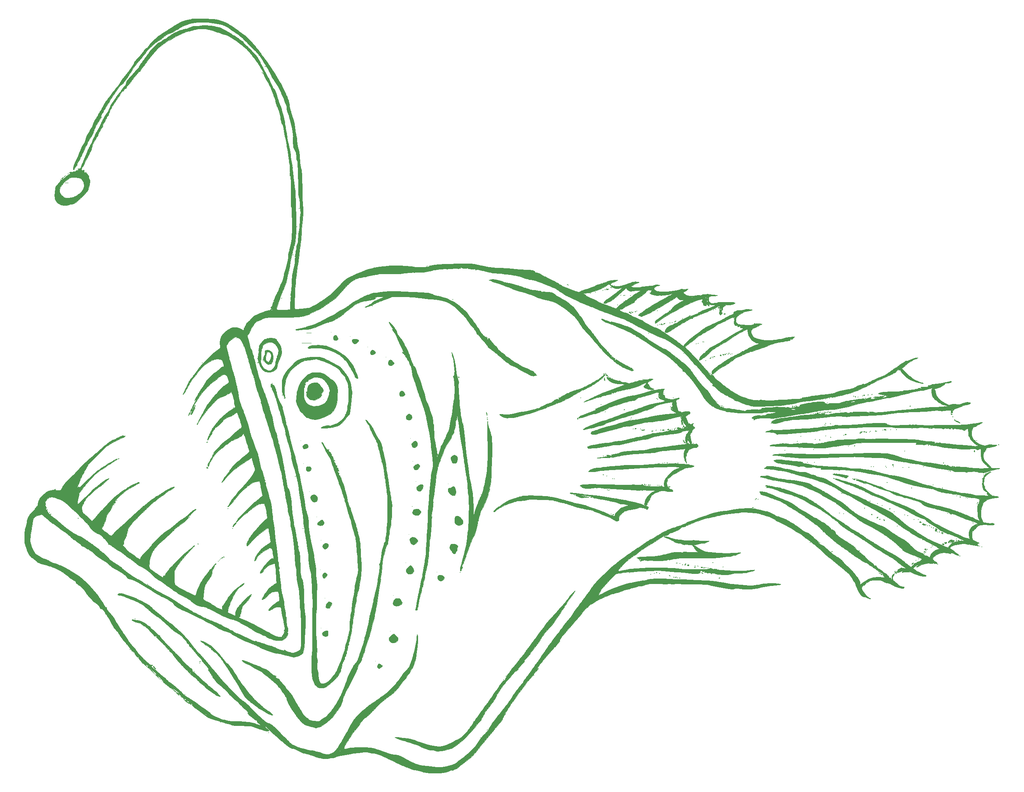
<source format=gbr>
G04 #@! TF.GenerationSoftware,KiCad,Pcbnew,(5.1.8)-1*
G04 #@! TF.CreationDate,2021-03-05T20:40:41-08:00*
G04 #@! TF.ProjectId,anglerfish,616e676c-6572-4666-9973-682e6b696361,rev?*
G04 #@! TF.SameCoordinates,Original*
G04 #@! TF.FileFunction,Legend,Top*
G04 #@! TF.FilePolarity,Positive*
%FSLAX46Y46*%
G04 Gerber Fmt 4.6, Leading zero omitted, Abs format (unit mm)*
G04 Created by KiCad (PCBNEW (5.1.8)-1) date 2021-03-05 20:40:41*
%MOMM*%
%LPD*%
G01*
G04 APERTURE LIST*
%ADD10C,0.120000*%
%ADD11C,0.100000*%
%ADD12C,0.010000*%
G04 APERTURE END LIST*
D10*
X58200000Y-53830000D02*
X58900000Y-53830000D01*
D11*
X114577198Y-101024265D02*
G75*
G03*
X114577198Y-101024265I-50000J0D01*
G01*
D10*
X109800000Y-88710000D02*
X111800000Y-88710000D01*
X110800000Y-86490000D02*
X111800000Y-86490000D01*
D11*
X139260000Y-138600000D02*
G75*
G03*
X139260000Y-138600000I-50000J0D01*
G01*
X141960000Y-131900000D02*
G75*
G03*
X141960000Y-131900000I-50000J0D01*
G01*
X142860000Y-125800000D02*
G75*
G03*
X142860000Y-125800000I-50000J0D01*
G01*
X141660000Y-119400000D02*
G75*
G03*
X141660000Y-119400000I-50000J0D01*
G01*
X142060000Y-112500000D02*
G75*
G03*
X142060000Y-112500000I-50000J0D01*
G01*
X109560000Y-110000000D02*
G75*
G03*
X109560000Y-110000000I-50000J0D01*
G01*
X110175000Y-115000000D02*
G75*
G03*
X110175000Y-115000000I-50000J0D01*
G01*
X111475000Y-121100000D02*
G75*
G03*
X111475000Y-121100000I-50000J0D01*
G01*
X113060000Y-126600000D02*
G75*
G03*
X113060000Y-126600000I-50000J0D01*
G01*
X113975000Y-131700000D02*
G75*
G03*
X113975000Y-131700000I-50000J0D01*
G01*
X113875000Y-138100000D02*
G75*
G03*
X113875000Y-138100000I-50000J0D01*
G01*
X114865000Y-144300000D02*
G75*
G03*
X114865000Y-144300000I-50000J0D01*
G01*
X114020000Y-150790000D02*
G75*
G03*
X114020000Y-150790000I-50000J0D01*
G01*
X125860000Y-158000000D02*
G75*
G03*
X125860000Y-158000000I-50000J0D01*
G01*
X129060000Y-151500000D02*
G75*
G03*
X129060000Y-151500000I-50000J0D01*
G01*
X129760000Y-143700000D02*
G75*
G03*
X129760000Y-143700000I-50000J0D01*
G01*
X132460000Y-136600000D02*
G75*
G03*
X132460000Y-136600000I-50000J0D01*
G01*
X133160000Y-130400000D02*
G75*
G03*
X133160000Y-130400000I-50000J0D01*
G01*
X133860000Y-124300000D02*
G75*
G03*
X133860000Y-124300000I-50000J0D01*
G01*
X134645000Y-118900000D02*
G75*
G03*
X134645000Y-118900000I-50000J0D01*
G01*
X133960000Y-114500000D02*
G75*
G03*
X133960000Y-114500000I-50000J0D01*
G01*
X133460000Y-109500000D02*
G75*
G03*
X133460000Y-109500000I-50000J0D01*
G01*
X132060000Y-103600000D02*
G75*
G03*
X132060000Y-103600000I-50000J0D01*
G01*
X130460000Y-98600000D02*
G75*
G03*
X130460000Y-98600000I-50000J0D01*
G01*
X128160000Y-91800000D02*
G75*
G03*
X128160000Y-91800000I-50000J0D01*
G01*
X124175000Y-89600000D02*
G75*
G03*
X124175000Y-89600000I-50000J0D01*
G01*
X120375000Y-87300000D02*
G75*
G03*
X120375000Y-87300000I-50000J0D01*
G01*
X116160000Y-86400000D02*
G75*
G03*
X116160000Y-86400000I-50000J0D01*
G01*
D12*
G36*
X101425333Y-92612334D02*
G01*
X101383000Y-92654667D01*
X101340667Y-92612334D01*
X101383000Y-92570000D01*
X101425333Y-92612334D01*
G37*
X101425333Y-92612334D02*
X101383000Y-92654667D01*
X101340667Y-92612334D01*
X101383000Y-92570000D01*
X101425333Y-92612334D01*
G36*
X102667967Y-90298100D02*
G01*
X102830282Y-90372515D01*
X103104910Y-90547746D01*
X103278712Y-90784805D01*
X103330740Y-90901681D01*
X103501069Y-91535332D01*
X103510799Y-92169959D01*
X103409534Y-92637803D01*
X103287161Y-92986214D01*
X103185644Y-93195162D01*
X103086870Y-93289975D01*
X102972731Y-93295979D01*
X102944505Y-93288134D01*
X102793193Y-93288563D01*
X102739795Y-93328556D01*
X102637438Y-93404023D01*
X102458588Y-93385191D01*
X102229667Y-93297254D01*
X101906198Y-93080677D01*
X101660993Y-92777271D01*
X101564146Y-92544590D01*
X101491432Y-92385869D01*
X101372625Y-92369933D01*
X101360970Y-92373783D01*
X101263849Y-92394642D01*
X101307549Y-92324554D01*
X101319500Y-92311528D01*
X101389549Y-92168388D01*
X101900124Y-92168388D01*
X101929797Y-92376544D01*
X102031037Y-92543398D01*
X102210828Y-92709046D01*
X102249029Y-92739438D01*
X102481129Y-92922007D01*
X102710005Y-92665850D01*
X102888926Y-92406503D01*
X103019968Y-92115685D01*
X103028302Y-92087680D01*
X103109436Y-91623142D01*
X103082817Y-91233400D01*
X102956100Y-90938115D01*
X102736938Y-90756949D01*
X102490878Y-90707334D01*
X102214045Y-90707334D01*
X102027548Y-91467784D01*
X101935036Y-91878833D01*
X101900124Y-92168388D01*
X101389549Y-92168388D01*
X101403561Y-92139756D01*
X101425333Y-91991560D01*
X101469562Y-91783625D01*
X101578248Y-91539911D01*
X101600604Y-91502059D01*
X101721341Y-91232071D01*
X101743706Y-90929418D01*
X101735795Y-90833838D01*
X101720752Y-90590913D01*
X101757746Y-90453495D01*
X101871118Y-90360042D01*
X101937320Y-90324272D01*
X102181140Y-90225010D01*
X102403238Y-90215127D01*
X102667967Y-90298100D01*
G37*
X102667967Y-90298100D02*
X102830282Y-90372515D01*
X103104910Y-90547746D01*
X103278712Y-90784805D01*
X103330740Y-90901681D01*
X103501069Y-91535332D01*
X103510799Y-92169959D01*
X103409534Y-92637803D01*
X103287161Y-92986214D01*
X103185644Y-93195162D01*
X103086870Y-93289975D01*
X102972731Y-93295979D01*
X102944505Y-93288134D01*
X102793193Y-93288563D01*
X102739795Y-93328556D01*
X102637438Y-93404023D01*
X102458588Y-93385191D01*
X102229667Y-93297254D01*
X101906198Y-93080677D01*
X101660993Y-92777271D01*
X101564146Y-92544590D01*
X101491432Y-92385869D01*
X101372625Y-92369933D01*
X101360970Y-92373783D01*
X101263849Y-92394642D01*
X101307549Y-92324554D01*
X101319500Y-92311528D01*
X101389549Y-92168388D01*
X101900124Y-92168388D01*
X101929797Y-92376544D01*
X102031037Y-92543398D01*
X102210828Y-92709046D01*
X102249029Y-92739438D01*
X102481129Y-92922007D01*
X102710005Y-92665850D01*
X102888926Y-92406503D01*
X103019968Y-92115685D01*
X103028302Y-92087680D01*
X103109436Y-91623142D01*
X103082817Y-91233400D01*
X102956100Y-90938115D01*
X102736938Y-90756949D01*
X102490878Y-90707334D01*
X102214045Y-90707334D01*
X102027548Y-91467784D01*
X101935036Y-91878833D01*
X101900124Y-92168388D01*
X101389549Y-92168388D01*
X101403561Y-92139756D01*
X101425333Y-91991560D01*
X101469562Y-91783625D01*
X101578248Y-91539911D01*
X101600604Y-91502059D01*
X101721341Y-91232071D01*
X101743706Y-90929418D01*
X101735795Y-90833838D01*
X101720752Y-90590913D01*
X101757746Y-90453495D01*
X101871118Y-90360042D01*
X101937320Y-90324272D01*
X102181140Y-90225010D01*
X102403238Y-90215127D01*
X102667967Y-90298100D01*
G36*
X113072555Y-97348909D02*
G01*
X113251644Y-97425296D01*
X113363333Y-97496094D01*
X113595856Y-97700941D01*
X113783632Y-97945972D01*
X113805141Y-97985482D01*
X113936114Y-98196696D01*
X114069332Y-98339965D01*
X114088241Y-98352275D01*
X114213213Y-98485123D01*
X114340970Y-98710260D01*
X114435813Y-98955073D01*
X114464000Y-99116584D01*
X114410116Y-99251511D01*
X114277205Y-99434175D01*
X114244346Y-99470951D01*
X114092129Y-99683177D01*
X114063302Y-99887752D01*
X114072896Y-99948981D01*
X114085554Y-100119568D01*
X114048425Y-100190000D01*
X113971181Y-100260455D01*
X113931293Y-100360003D01*
X113830345Y-100500860D01*
X113632887Y-100644333D01*
X113561585Y-100680957D01*
X113263790Y-100832150D01*
X112968473Y-101000922D01*
X112940000Y-101018638D01*
X112648358Y-101160150D01*
X112397044Y-101204767D01*
X112231452Y-101146564D01*
X112113485Y-101110981D01*
X111907440Y-101105058D01*
X111890492Y-101106087D01*
X111698173Y-101093333D01*
X111520323Y-101006979D01*
X111303256Y-100818813D01*
X111257300Y-100773378D01*
X110984385Y-100455140D01*
X110848692Y-100168606D01*
X110833563Y-99874807D01*
X110844354Y-99807436D01*
X110849855Y-99650851D01*
X110811592Y-99597334D01*
X110741951Y-99541476D01*
X110757039Y-99424869D01*
X110842331Y-99323957D01*
X110865667Y-99312716D01*
X110950694Y-99212961D01*
X110988985Y-98982540D01*
X110992667Y-98834618D01*
X111051688Y-98339192D01*
X111233198Y-97949340D01*
X111543868Y-97658748D01*
X111990368Y-97461106D01*
X112559000Y-97352290D01*
X112864588Y-97328670D01*
X113072555Y-97348909D01*
G37*
X113072555Y-97348909D02*
X113251644Y-97425296D01*
X113363333Y-97496094D01*
X113595856Y-97700941D01*
X113783632Y-97945972D01*
X113805141Y-97985482D01*
X113936114Y-98196696D01*
X114069332Y-98339965D01*
X114088241Y-98352275D01*
X114213213Y-98485123D01*
X114340970Y-98710260D01*
X114435813Y-98955073D01*
X114464000Y-99116584D01*
X114410116Y-99251511D01*
X114277205Y-99434175D01*
X114244346Y-99470951D01*
X114092129Y-99683177D01*
X114063302Y-99887752D01*
X114072896Y-99948981D01*
X114085554Y-100119568D01*
X114048425Y-100190000D01*
X113971181Y-100260455D01*
X113931293Y-100360003D01*
X113830345Y-100500860D01*
X113632887Y-100644333D01*
X113561585Y-100680957D01*
X113263790Y-100832150D01*
X112968473Y-101000922D01*
X112940000Y-101018638D01*
X112648358Y-101160150D01*
X112397044Y-101204767D01*
X112231452Y-101146564D01*
X112113485Y-101110981D01*
X111907440Y-101105058D01*
X111890492Y-101106087D01*
X111698173Y-101093333D01*
X111520323Y-101006979D01*
X111303256Y-100818813D01*
X111257300Y-100773378D01*
X110984385Y-100455140D01*
X110848692Y-100168606D01*
X110833563Y-99874807D01*
X110844354Y-99807436D01*
X110849855Y-99650851D01*
X110811592Y-99597334D01*
X110741951Y-99541476D01*
X110757039Y-99424869D01*
X110842331Y-99323957D01*
X110865667Y-99312716D01*
X110950694Y-99212961D01*
X110988985Y-98982540D01*
X110992667Y-98834618D01*
X111051688Y-98339192D01*
X111233198Y-97949340D01*
X111543868Y-97658748D01*
X111990368Y-97461106D01*
X112559000Y-97352290D01*
X112864588Y-97328670D01*
X113072555Y-97348909D01*
G36*
X177141543Y-76629608D02*
G01*
X177159667Y-76652667D01*
X177189467Y-76728817D01*
X177109363Y-76700136D01*
X177032667Y-76652667D01*
X176967576Y-76584698D01*
X177006503Y-76569297D01*
X177141543Y-76629608D01*
G37*
X177141543Y-76629608D02*
X177159667Y-76652667D01*
X177189467Y-76728817D01*
X177109363Y-76700136D01*
X177032667Y-76652667D01*
X176967576Y-76584698D01*
X177006503Y-76569297D01*
X177141543Y-76629608D01*
G36*
X176184703Y-76887113D02*
G01*
X176246844Y-76956203D01*
X176418833Y-76938703D01*
X176565211Y-76919865D01*
X176582083Y-76957201D01*
X176581111Y-76958256D01*
X176473990Y-77031188D01*
X176454111Y-77034963D01*
X176337626Y-77076129D01*
X176308957Y-77092877D01*
X176164264Y-77107276D01*
X176122927Y-77089346D01*
X176072464Y-76978614D01*
X176104506Y-76904432D01*
X176169900Y-76835133D01*
X176184703Y-76887113D01*
G37*
X176184703Y-76887113D02*
X176246844Y-76956203D01*
X176418833Y-76938703D01*
X176565211Y-76919865D01*
X176582083Y-76957201D01*
X176581111Y-76958256D01*
X176473990Y-77031188D01*
X176454111Y-77034963D01*
X176337626Y-77076129D01*
X176308957Y-77092877D01*
X176164264Y-77107276D01*
X176122927Y-77089346D01*
X176072464Y-76978614D01*
X176104506Y-76904432D01*
X176169900Y-76835133D01*
X176184703Y-76887113D01*
G36*
X175819111Y-77019556D02*
G01*
X175829244Y-77120035D01*
X175819111Y-77132445D01*
X175768777Y-77120822D01*
X175762667Y-77076000D01*
X175793645Y-77006310D01*
X175819111Y-77019556D01*
G37*
X175819111Y-77019556D02*
X175829244Y-77120035D01*
X175819111Y-77132445D01*
X175768777Y-77120822D01*
X175762667Y-77076000D01*
X175793645Y-77006310D01*
X175819111Y-77019556D01*
G36*
X175339333Y-77287667D02*
G01*
X175297000Y-77330000D01*
X175254667Y-77287667D01*
X175297000Y-77245334D01*
X175339333Y-77287667D01*
G37*
X175339333Y-77287667D02*
X175297000Y-77330000D01*
X175254667Y-77287667D01*
X175297000Y-77245334D01*
X175339333Y-77287667D01*
G36*
X173730667Y-77626334D02*
G01*
X173688333Y-77668667D01*
X173646000Y-77626334D01*
X173688333Y-77584000D01*
X173730667Y-77626334D01*
G37*
X173730667Y-77626334D02*
X173688333Y-77668667D01*
X173646000Y-77626334D01*
X173688333Y-77584000D01*
X173730667Y-77626334D01*
G36*
X172686444Y-77866222D02*
G01*
X172674822Y-77916557D01*
X172630000Y-77922667D01*
X172560310Y-77891689D01*
X172573555Y-77866222D01*
X172674035Y-77856089D01*
X172686444Y-77866222D01*
G37*
X172686444Y-77866222D02*
X172674822Y-77916557D01*
X172630000Y-77922667D01*
X172560310Y-77891689D01*
X172573555Y-77866222D01*
X172674035Y-77856089D01*
X172686444Y-77866222D01*
G36*
X180137111Y-78289556D02*
G01*
X180125489Y-78339890D01*
X180080667Y-78346000D01*
X180010976Y-78315022D01*
X180024222Y-78289556D01*
X180124702Y-78279423D01*
X180137111Y-78289556D01*
G37*
X180137111Y-78289556D02*
X180125489Y-78339890D01*
X180080667Y-78346000D01*
X180010976Y-78315022D01*
X180024222Y-78289556D01*
X180124702Y-78279423D01*
X180137111Y-78289556D01*
G36*
X179234000Y-78303667D02*
G01*
X179191667Y-78346000D01*
X179149333Y-78303667D01*
X179191667Y-78261334D01*
X179234000Y-78303667D01*
G37*
X179234000Y-78303667D02*
X179191667Y-78346000D01*
X179149333Y-78303667D01*
X179191667Y-78261334D01*
X179234000Y-78303667D01*
G36*
X181350667Y-78388334D02*
G01*
X181308333Y-78430667D01*
X181266000Y-78388334D01*
X181308333Y-78346000D01*
X181350667Y-78388334D01*
G37*
X181350667Y-78388334D02*
X181308333Y-78430667D01*
X181266000Y-78388334D01*
X181308333Y-78346000D01*
X181350667Y-78388334D01*
G36*
X179883111Y-78289556D02*
G01*
X179893244Y-78390035D01*
X179883111Y-78402445D01*
X179832777Y-78390822D01*
X179826667Y-78346000D01*
X179857645Y-78276310D01*
X179883111Y-78289556D01*
G37*
X179883111Y-78289556D02*
X179893244Y-78390035D01*
X179883111Y-78402445D01*
X179832777Y-78390822D01*
X179826667Y-78346000D01*
X179857645Y-78276310D01*
X179883111Y-78289556D01*
G36*
X178556667Y-80420334D02*
G01*
X178514333Y-80462667D01*
X178472000Y-80420334D01*
X178514333Y-80378000D01*
X178556667Y-80420334D01*
G37*
X178556667Y-80420334D02*
X178514333Y-80462667D01*
X178472000Y-80420334D01*
X178514333Y-80378000D01*
X178556667Y-80420334D01*
G36*
X95668000Y-87617000D02*
G01*
X95625667Y-87659334D01*
X95583333Y-87617000D01*
X95625667Y-87574667D01*
X95668000Y-87617000D01*
G37*
X95668000Y-87617000D02*
X95625667Y-87659334D01*
X95583333Y-87617000D01*
X95625667Y-87574667D01*
X95668000Y-87617000D01*
G36*
X54406229Y-125049203D02*
G01*
X54393000Y-125082000D01*
X54316918Y-125162771D01*
X54303336Y-125166667D01*
X54266971Y-125101161D01*
X54266000Y-125082000D01*
X54331088Y-125000587D01*
X54355663Y-124997334D01*
X54406229Y-125049203D01*
G37*
X54406229Y-125049203D02*
X54393000Y-125082000D01*
X54316918Y-125162771D01*
X54303336Y-125166667D01*
X54266971Y-125101161D01*
X54266000Y-125082000D01*
X54331088Y-125000587D01*
X54355663Y-124997334D01*
X54406229Y-125049203D01*
G36*
X54858667Y-125632334D02*
G01*
X54816333Y-125674667D01*
X54774000Y-125632334D01*
X54816333Y-125590000D01*
X54858667Y-125632334D01*
G37*
X54858667Y-125632334D02*
X54816333Y-125674667D01*
X54774000Y-125632334D01*
X54816333Y-125590000D01*
X54858667Y-125632334D01*
G36*
X55195053Y-125993246D02*
G01*
X55197333Y-126013334D01*
X55128418Y-126087638D01*
X55065336Y-126098000D01*
X54977702Y-126056954D01*
X54985667Y-126013334D01*
X55093909Y-125931896D01*
X55117663Y-125928667D01*
X55195053Y-125993246D01*
G37*
X55195053Y-125993246D02*
X55197333Y-126013334D01*
X55128418Y-126087638D01*
X55065336Y-126098000D01*
X54977702Y-126056954D01*
X54985667Y-126013334D01*
X55093909Y-125931896D01*
X55117663Y-125928667D01*
X55195053Y-125993246D01*
G36*
X61095778Y-126803556D02*
G01*
X61105911Y-126904035D01*
X61095778Y-126916445D01*
X61045443Y-126904822D01*
X61039333Y-126860000D01*
X61070311Y-126790310D01*
X61095778Y-126803556D01*
G37*
X61095778Y-126803556D02*
X61105911Y-126904035D01*
X61095778Y-126916445D01*
X61045443Y-126904822D01*
X61039333Y-126860000D01*
X61070311Y-126790310D01*
X61095778Y-126803556D01*
G36*
X76181585Y-141202915D02*
G01*
X76272478Y-141288166D01*
X76253833Y-141337176D01*
X76241997Y-141338000D01*
X76170384Y-141277863D01*
X76144248Y-141240252D01*
X76134269Y-141182315D01*
X76181585Y-141202915D01*
G37*
X76181585Y-141202915D02*
X76272478Y-141288166D01*
X76253833Y-141337176D01*
X76241997Y-141338000D01*
X76170384Y-141277863D01*
X76144248Y-141240252D01*
X76134269Y-141182315D01*
X76181585Y-141202915D01*
G36*
X101820444Y-28420889D02*
G01*
X101830577Y-28521369D01*
X101820444Y-28533778D01*
X101770110Y-28522156D01*
X101764000Y-28477334D01*
X101794978Y-28407643D01*
X101820444Y-28420889D01*
G37*
X101820444Y-28420889D02*
X101830577Y-28521369D01*
X101820444Y-28533778D01*
X101770110Y-28522156D01*
X101764000Y-28477334D01*
X101794978Y-28407643D01*
X101820444Y-28420889D01*
G36*
X101131154Y-29773904D02*
G01*
X101192500Y-29821200D01*
X101324129Y-29944781D01*
X101323557Y-29999943D01*
X101308700Y-30001334D01*
X101238026Y-29943474D01*
X101160533Y-29853167D01*
X101087310Y-29752880D01*
X101131154Y-29773904D01*
G37*
X101131154Y-29773904D02*
X101192500Y-29821200D01*
X101324129Y-29944781D01*
X101323557Y-29999943D01*
X101308700Y-30001334D01*
X101238026Y-29943474D01*
X101160533Y-29853167D01*
X101087310Y-29752880D01*
X101131154Y-29773904D01*
G36*
X61179563Y-50796537D02*
G01*
X61166333Y-50829334D01*
X61090251Y-50910104D01*
X61076670Y-50914000D01*
X61040304Y-50848494D01*
X61039333Y-50829334D01*
X61104421Y-50747920D01*
X61128997Y-50744667D01*
X61179563Y-50796537D01*
G37*
X61179563Y-50796537D02*
X61166333Y-50829334D01*
X61090251Y-50910104D01*
X61076670Y-50914000D01*
X61040304Y-50848494D01*
X61039333Y-50829334D01*
X61104421Y-50747920D01*
X61128997Y-50744667D01*
X61179563Y-50796537D01*
G36*
X58922667Y-51887667D02*
G01*
X58880333Y-51930000D01*
X58838000Y-51887667D01*
X58880333Y-51845334D01*
X58922667Y-51887667D01*
G37*
X58922667Y-51887667D02*
X58880333Y-51930000D01*
X58838000Y-51887667D01*
X58880333Y-51845334D01*
X58922667Y-51887667D01*
G36*
X58330000Y-52311000D02*
G01*
X58287667Y-52353334D01*
X58245333Y-52311000D01*
X58287667Y-52268667D01*
X58330000Y-52311000D01*
G37*
X58330000Y-52311000D02*
X58287667Y-52353334D01*
X58245333Y-52311000D01*
X58287667Y-52268667D01*
X58330000Y-52311000D01*
G36*
X58132444Y-52381556D02*
G01*
X58142577Y-52482035D01*
X58132444Y-52494445D01*
X58082110Y-52482822D01*
X58076000Y-52438000D01*
X58106978Y-52368310D01*
X58132444Y-52381556D01*
G37*
X58132444Y-52381556D02*
X58142577Y-52482035D01*
X58132444Y-52494445D01*
X58082110Y-52482822D01*
X58076000Y-52438000D01*
X58106978Y-52368310D01*
X58132444Y-52381556D01*
G36*
X57991333Y-52649667D02*
G01*
X57949000Y-52692000D01*
X57906667Y-52649667D01*
X57949000Y-52607334D01*
X57991333Y-52649667D01*
G37*
X57991333Y-52649667D02*
X57949000Y-52692000D01*
X57906667Y-52649667D01*
X57949000Y-52607334D01*
X57991333Y-52649667D01*
G36*
X57769933Y-52751089D02*
G01*
X57717684Y-52861334D01*
X57601898Y-52997510D01*
X57510917Y-53027184D01*
X57483333Y-52962934D01*
X57544446Y-52840491D01*
X57671493Y-52724396D01*
X57754984Y-52692000D01*
X57769933Y-52751089D01*
G37*
X57769933Y-52751089D02*
X57717684Y-52861334D01*
X57601898Y-52997510D01*
X57510917Y-53027184D01*
X57483333Y-52962934D01*
X57544446Y-52840491D01*
X57671493Y-52724396D01*
X57754984Y-52692000D01*
X57769933Y-52751089D01*
G36*
X109214667Y-59423000D02*
G01*
X109172333Y-59465334D01*
X109130000Y-59423000D01*
X109172333Y-59380667D01*
X109214667Y-59423000D01*
G37*
X109214667Y-59423000D02*
X109172333Y-59465334D01*
X109130000Y-59423000D01*
X109172333Y-59380667D01*
X109214667Y-59423000D01*
G36*
X108706667Y-63402334D02*
G01*
X108664333Y-63444667D01*
X108622000Y-63402334D01*
X108664333Y-63360000D01*
X108706667Y-63402334D01*
G37*
X108706667Y-63402334D02*
X108664333Y-63444667D01*
X108622000Y-63402334D01*
X108664333Y-63360000D01*
X108706667Y-63402334D01*
G36*
X107916444Y-69484222D02*
G01*
X107904822Y-69534557D01*
X107860000Y-69540667D01*
X107790310Y-69509689D01*
X107803555Y-69484222D01*
X107904035Y-69474089D01*
X107916444Y-69484222D01*
G37*
X107916444Y-69484222D02*
X107904822Y-69534557D01*
X107860000Y-69540667D01*
X107790310Y-69509689D01*
X107803555Y-69484222D01*
X107904035Y-69474089D01*
X107916444Y-69484222D01*
G36*
X137070000Y-71953667D02*
G01*
X137027667Y-71996000D01*
X136985333Y-71953667D01*
X137027667Y-71911334D01*
X137070000Y-71953667D01*
G37*
X137070000Y-71953667D02*
X137027667Y-71996000D01*
X136985333Y-71953667D01*
X137027667Y-71911334D01*
X137070000Y-71953667D01*
G36*
X167606444Y-75918889D02*
G01*
X167616577Y-76019369D01*
X167606444Y-76031778D01*
X167556110Y-76020156D01*
X167550000Y-75975334D01*
X167580978Y-75905643D01*
X167606444Y-75918889D01*
G37*
X167606444Y-75918889D02*
X167616577Y-76019369D01*
X167606444Y-76031778D01*
X167556110Y-76020156D01*
X167550000Y-75975334D01*
X167580978Y-75905643D01*
X167606444Y-75918889D01*
G36*
X167804000Y-76102334D02*
G01*
X167761667Y-76144667D01*
X167719333Y-76102334D01*
X167761667Y-76060000D01*
X167804000Y-76102334D01*
G37*
X167804000Y-76102334D02*
X167761667Y-76144667D01*
X167719333Y-76102334D01*
X167761667Y-76060000D01*
X167804000Y-76102334D01*
G36*
X177879333Y-76271667D02*
G01*
X177837000Y-76314000D01*
X177794667Y-76271667D01*
X177837000Y-76229334D01*
X177879333Y-76271667D01*
G37*
X177879333Y-76271667D02*
X177837000Y-76314000D01*
X177794667Y-76271667D01*
X177837000Y-76229334D01*
X177879333Y-76271667D01*
G36*
X200203111Y-78289556D02*
G01*
X200213244Y-78390035D01*
X200203111Y-78402445D01*
X200152777Y-78390822D01*
X200146667Y-78346000D01*
X200177645Y-78276310D01*
X200203111Y-78289556D01*
G37*
X200203111Y-78289556D02*
X200213244Y-78390035D01*
X200203111Y-78402445D01*
X200152777Y-78390822D01*
X200146667Y-78346000D01*
X200177645Y-78276310D01*
X200203111Y-78289556D01*
G36*
X105404667Y-78981000D02*
G01*
X105362333Y-79023334D01*
X105320000Y-78981000D01*
X105362333Y-78938667D01*
X105404667Y-78981000D01*
G37*
X105404667Y-78981000D02*
X105362333Y-79023334D01*
X105320000Y-78981000D01*
X105362333Y-78938667D01*
X105404667Y-78981000D01*
G36*
X142658000Y-79235000D02*
G01*
X142615667Y-79277334D01*
X142573333Y-79235000D01*
X142615667Y-79192667D01*
X142658000Y-79235000D01*
G37*
X142658000Y-79235000D02*
X142615667Y-79277334D01*
X142573333Y-79235000D01*
X142615667Y-79192667D01*
X142658000Y-79235000D01*
G36*
X200610821Y-80944725D02*
G01*
X200600618Y-81013000D01*
X200495498Y-81125498D01*
X200436599Y-81140000D01*
X200359845Y-81081275D01*
X200370049Y-81013000D01*
X200475168Y-80900502D01*
X200534068Y-80886000D01*
X200610821Y-80944725D01*
G37*
X200610821Y-80944725D02*
X200600618Y-81013000D01*
X200495498Y-81125498D01*
X200436599Y-81140000D01*
X200359845Y-81081275D01*
X200370049Y-81013000D01*
X200475168Y-80900502D01*
X200534068Y-80886000D01*
X200610821Y-80944725D01*
G36*
X199892667Y-81351667D02*
G01*
X199850333Y-81394000D01*
X199808000Y-81351667D01*
X199850333Y-81309334D01*
X199892667Y-81351667D01*
G37*
X199892667Y-81351667D02*
X199850333Y-81394000D01*
X199808000Y-81351667D01*
X199850333Y-81309334D01*
X199892667Y-81351667D01*
G36*
X199384667Y-81521000D02*
G01*
X199342333Y-81563334D01*
X199300000Y-81521000D01*
X199342333Y-81478667D01*
X199384667Y-81521000D01*
G37*
X199384667Y-81521000D02*
X199342333Y-81563334D01*
X199300000Y-81521000D01*
X199342333Y-81478667D01*
X199384667Y-81521000D01*
G36*
X187192667Y-81690334D02*
G01*
X187150333Y-81732667D01*
X187108000Y-81690334D01*
X187150333Y-81648000D01*
X187192667Y-81690334D01*
G37*
X187192667Y-81690334D02*
X187150333Y-81732667D01*
X187108000Y-81690334D01*
X187150333Y-81648000D01*
X187192667Y-81690334D01*
G36*
X182705333Y-81775000D02*
G01*
X182663000Y-81817334D01*
X182620667Y-81775000D01*
X182663000Y-81732667D01*
X182705333Y-81775000D01*
G37*
X182705333Y-81775000D02*
X182663000Y-81817334D01*
X182620667Y-81775000D01*
X182663000Y-81732667D01*
X182705333Y-81775000D01*
G36*
X182368048Y-81775854D02*
G01*
X182416889Y-81877322D01*
X182405384Y-81907850D01*
X182323650Y-81982925D01*
X182283656Y-81897417D01*
X182282000Y-81854670D01*
X182323656Y-81767467D01*
X182368048Y-81775854D01*
G37*
X182368048Y-81775854D02*
X182416889Y-81877322D01*
X182405384Y-81907850D01*
X182323650Y-81982925D01*
X182283656Y-81897417D01*
X182282000Y-81854670D01*
X182323656Y-81767467D01*
X182368048Y-81775854D01*
G36*
X181491778Y-81845556D02*
G01*
X181501911Y-81946035D01*
X181491778Y-81958445D01*
X181441443Y-81946822D01*
X181435333Y-81902000D01*
X181466311Y-81832310D01*
X181491778Y-81845556D01*
G37*
X181491778Y-81845556D02*
X181501911Y-81946035D01*
X181491778Y-81958445D01*
X181441443Y-81946822D01*
X181435333Y-81902000D01*
X181466311Y-81832310D01*
X181491778Y-81845556D01*
G36*
X181857370Y-82007834D02*
G01*
X181792806Y-82133344D01*
X181717555Y-82156000D01*
X181634407Y-82127655D01*
X181653070Y-82092500D01*
X181777074Y-81964554D01*
X181792885Y-81944334D01*
X181845266Y-81936044D01*
X181857370Y-82007834D01*
G37*
X181857370Y-82007834D02*
X181792806Y-82133344D01*
X181717555Y-82156000D01*
X181634407Y-82127655D01*
X181653070Y-82092500D01*
X181777074Y-81964554D01*
X181792885Y-81944334D01*
X181845266Y-81936044D01*
X181857370Y-82007834D01*
G36*
X181178445Y-81966797D02*
G01*
X181181333Y-81989395D01*
X181251001Y-82083545D01*
X181365142Y-82144785D01*
X181475864Y-82215586D01*
X181459402Y-82268125D01*
X181339510Y-82258795D01*
X181266000Y-82198334D01*
X181146958Y-82115197D01*
X181087073Y-82119596D01*
X181022588Y-82094831D01*
X181012000Y-82033997D01*
X181056204Y-81918155D01*
X181096667Y-81902000D01*
X181178445Y-81966797D01*
G37*
X181178445Y-81966797D02*
X181181333Y-81989395D01*
X181251001Y-82083545D01*
X181365142Y-82144785D01*
X181475864Y-82215586D01*
X181459402Y-82268125D01*
X181339510Y-82258795D01*
X181266000Y-82198334D01*
X181146958Y-82115197D01*
X181087073Y-82119596D01*
X181022588Y-82094831D01*
X181012000Y-82033997D01*
X181056204Y-81918155D01*
X181096667Y-81902000D01*
X181178445Y-81966797D01*
G36*
X201847157Y-82302673D02*
G01*
X201960595Y-82352844D01*
X201917315Y-82416148D01*
X201910657Y-82420450D01*
X201745001Y-82489138D01*
X201674353Y-82421241D01*
X201670667Y-82375593D01*
X201732721Y-82292702D01*
X201847157Y-82302673D01*
G37*
X201847157Y-82302673D02*
X201960595Y-82352844D01*
X201917315Y-82416148D01*
X201910657Y-82420450D01*
X201745001Y-82489138D01*
X201674353Y-82421241D01*
X201670667Y-82375593D01*
X201732721Y-82292702D01*
X201847157Y-82302673D01*
G36*
X192696000Y-83383667D02*
G01*
X192653667Y-83426000D01*
X192611333Y-83383667D01*
X192653667Y-83341334D01*
X192696000Y-83383667D01*
G37*
X192696000Y-83383667D02*
X192653667Y-83426000D01*
X192611333Y-83383667D01*
X192653667Y-83341334D01*
X192696000Y-83383667D01*
G36*
X191203841Y-83920701D02*
G01*
X191216618Y-83937698D01*
X191196596Y-84008155D01*
X191141719Y-84018667D01*
X191003364Y-84080333D01*
X190974073Y-84124500D01*
X190936322Y-84160490D01*
X190924684Y-84091225D01*
X190974882Y-83959443D01*
X191091931Y-83889982D01*
X191203841Y-83920701D01*
G37*
X191203841Y-83920701D02*
X191216618Y-83937698D01*
X191196596Y-84008155D01*
X191141719Y-84018667D01*
X191003364Y-84080333D01*
X190974073Y-84124500D01*
X190936322Y-84160490D01*
X190924684Y-84091225D01*
X190974882Y-83959443D01*
X191091931Y-83889982D01*
X191203841Y-83920701D01*
G36*
X190471736Y-84221514D02*
G01*
X190446485Y-84259996D01*
X190360611Y-84265983D01*
X190270269Y-84245305D01*
X190309458Y-84214830D01*
X190441782Y-84204736D01*
X190471736Y-84221514D01*
G37*
X190471736Y-84221514D02*
X190446485Y-84259996D01*
X190360611Y-84265983D01*
X190270269Y-84245305D01*
X190309458Y-84214830D01*
X190441782Y-84204736D01*
X190471736Y-84221514D01*
G36*
X189958444Y-84300889D02*
G01*
X189946822Y-84351223D01*
X189902000Y-84357334D01*
X189832310Y-84326355D01*
X189845555Y-84300889D01*
X189946035Y-84290756D01*
X189958444Y-84300889D01*
G37*
X189958444Y-84300889D02*
X189946822Y-84351223D01*
X189902000Y-84357334D01*
X189832310Y-84326355D01*
X189845555Y-84300889D01*
X189946035Y-84290756D01*
X189958444Y-84300889D01*
G36*
X188841294Y-84434978D02*
G01*
X188809438Y-84474568D01*
X188679573Y-84586241D01*
X188582359Y-84602646D01*
X188564725Y-84517760D01*
X188568460Y-84505500D01*
X188672297Y-84401881D01*
X188763321Y-84368735D01*
X188871152Y-84362452D01*
X188841294Y-84434978D01*
G37*
X188841294Y-84434978D02*
X188809438Y-84474568D01*
X188679573Y-84586241D01*
X188582359Y-84602646D01*
X188564725Y-84517760D01*
X188568460Y-84505500D01*
X188672297Y-84401881D01*
X188763321Y-84368735D01*
X188871152Y-84362452D01*
X188841294Y-84434978D01*
G36*
X187700667Y-84653667D02*
G01*
X187658333Y-84696000D01*
X187616000Y-84653667D01*
X187658333Y-84611334D01*
X187700667Y-84653667D01*
G37*
X187700667Y-84653667D02*
X187658333Y-84696000D01*
X187616000Y-84653667D01*
X187658333Y-84611334D01*
X187700667Y-84653667D01*
G36*
X188460206Y-84675763D02*
G01*
X188462667Y-84696000D01*
X188398237Y-84778207D01*
X188378000Y-84780667D01*
X188295793Y-84716238D01*
X188293333Y-84696000D01*
X188357762Y-84613794D01*
X188378000Y-84611334D01*
X188460206Y-84675763D01*
G37*
X188460206Y-84675763D02*
X188462667Y-84696000D01*
X188398237Y-84778207D01*
X188378000Y-84780667D01*
X188295793Y-84716238D01*
X188293333Y-84696000D01*
X188357762Y-84613794D01*
X188378000Y-84611334D01*
X188460206Y-84675763D01*
G36*
X188112588Y-84502578D02*
G01*
X188124000Y-84559007D01*
X188074322Y-84705289D01*
X188039333Y-84738334D01*
X187966079Y-84720089D01*
X187954667Y-84663660D01*
X188004345Y-84517378D01*
X188039333Y-84484334D01*
X188112588Y-84502578D01*
G37*
X188112588Y-84502578D02*
X188124000Y-84559007D01*
X188074322Y-84705289D01*
X188039333Y-84738334D01*
X187966079Y-84720089D01*
X187954667Y-84663660D01*
X188004345Y-84517378D01*
X188039333Y-84484334D01*
X188112588Y-84502578D01*
G36*
X187277333Y-84823000D02*
G01*
X187235000Y-84865334D01*
X187192667Y-84823000D01*
X187235000Y-84780667D01*
X187277333Y-84823000D01*
G37*
X187277333Y-84823000D02*
X187235000Y-84865334D01*
X187192667Y-84823000D01*
X187235000Y-84780667D01*
X187277333Y-84823000D01*
G36*
X204690444Y-85062889D02*
G01*
X204700577Y-85163369D01*
X204690444Y-85175778D01*
X204640110Y-85164156D01*
X204634000Y-85119334D01*
X204664978Y-85049643D01*
X204690444Y-85062889D01*
G37*
X204690444Y-85062889D02*
X204700577Y-85163369D01*
X204690444Y-85175778D01*
X204640110Y-85164156D01*
X204634000Y-85119334D01*
X204664978Y-85049643D01*
X204690444Y-85062889D01*
G36*
X185330000Y-86601000D02*
G01*
X185287667Y-86643334D01*
X185245333Y-86601000D01*
X185287667Y-86558667D01*
X185330000Y-86601000D01*
G37*
X185330000Y-86601000D02*
X185287667Y-86643334D01*
X185245333Y-86601000D01*
X185287667Y-86558667D01*
X185330000Y-86601000D01*
G36*
X117278091Y-87013021D02*
G01*
X117415247Y-87178474D01*
X117429465Y-87214834D01*
X117521099Y-87441451D01*
X117596703Y-87594685D01*
X117675596Y-87813928D01*
X117608897Y-87981581D01*
X117533167Y-88049474D01*
X117287484Y-88149893D01*
X117004983Y-88148598D01*
X116763886Y-88049955D01*
X116712813Y-88003687D01*
X116614793Y-87780652D01*
X116638127Y-87507465D01*
X116773122Y-87241211D01*
X116858178Y-87147600D01*
X117086567Y-87002043D01*
X117278091Y-87013021D01*
G37*
X117278091Y-87013021D02*
X117415247Y-87178474D01*
X117429465Y-87214834D01*
X117521099Y-87441451D01*
X117596703Y-87594685D01*
X117675596Y-87813928D01*
X117608897Y-87981581D01*
X117533167Y-88049474D01*
X117287484Y-88149893D01*
X117004983Y-88148598D01*
X116763886Y-88049955D01*
X116712813Y-88003687D01*
X116614793Y-87780652D01*
X116638127Y-87507465D01*
X116773122Y-87241211D01*
X116858178Y-87147600D01*
X117086567Y-87002043D01*
X117278091Y-87013021D01*
G36*
X197324444Y-88449556D02*
G01*
X197312822Y-88499890D01*
X197268000Y-88506000D01*
X197198310Y-88475022D01*
X197211555Y-88449556D01*
X197312035Y-88439423D01*
X197324444Y-88449556D01*
G37*
X197324444Y-88449556D02*
X197312822Y-88499890D01*
X197268000Y-88506000D01*
X197198310Y-88475022D01*
X197211555Y-88449556D01*
X197312035Y-88439423D01*
X197324444Y-88449556D01*
G36*
X197098667Y-88463667D02*
G01*
X197056333Y-88506000D01*
X197014000Y-88463667D01*
X197056333Y-88421334D01*
X197098667Y-88463667D01*
G37*
X197098667Y-88463667D02*
X197056333Y-88506000D01*
X197014000Y-88463667D01*
X197056333Y-88421334D01*
X197098667Y-88463667D01*
G36*
X196082667Y-88802334D02*
G01*
X196040333Y-88844667D01*
X195998000Y-88802334D01*
X196040333Y-88760000D01*
X196082667Y-88802334D01*
G37*
X196082667Y-88802334D02*
X196040333Y-88844667D01*
X195998000Y-88802334D01*
X196040333Y-88760000D01*
X196082667Y-88802334D01*
G36*
X195659333Y-88887000D02*
G01*
X195617000Y-88929334D01*
X195574667Y-88887000D01*
X195617000Y-88844667D01*
X195659333Y-88887000D01*
G37*
X195659333Y-88887000D02*
X195617000Y-88929334D01*
X195574667Y-88887000D01*
X195617000Y-88844667D01*
X195659333Y-88887000D01*
G36*
X121888183Y-87941116D02*
G01*
X122055664Y-88018407D01*
X122061769Y-88024150D01*
X122110938Y-88178917D01*
X122042269Y-88382207D01*
X121881059Y-88592066D01*
X121652607Y-88766541D01*
X121596579Y-88795656D01*
X121372314Y-88894642D01*
X121238369Y-88921474D01*
X121136034Y-88884400D01*
X121106254Y-88864537D01*
X121002700Y-88758374D01*
X120859205Y-88574774D01*
X120826913Y-88529401D01*
X120702542Y-88265470D01*
X120727222Y-88063048D01*
X120893083Y-87940465D01*
X121091999Y-87911951D01*
X121383021Y-87910386D01*
X121655489Y-87909524D01*
X121888183Y-87941116D01*
G37*
X121888183Y-87941116D02*
X122055664Y-88018407D01*
X122061769Y-88024150D01*
X122110938Y-88178917D01*
X122042269Y-88382207D01*
X121881059Y-88592066D01*
X121652607Y-88766541D01*
X121596579Y-88795656D01*
X121372314Y-88894642D01*
X121238369Y-88921474D01*
X121136034Y-88884400D01*
X121106254Y-88864537D01*
X121002700Y-88758374D01*
X120859205Y-88574774D01*
X120826913Y-88529401D01*
X120702542Y-88265470D01*
X120727222Y-88063048D01*
X120893083Y-87940465D01*
X121091999Y-87911951D01*
X121383021Y-87910386D01*
X121655489Y-87909524D01*
X121888183Y-87941116D01*
G36*
X192950000Y-90919000D02*
G01*
X192907667Y-90961334D01*
X192865333Y-90919000D01*
X192907667Y-90876667D01*
X192950000Y-90919000D01*
G37*
X192950000Y-90919000D02*
X192907667Y-90961334D01*
X192865333Y-90919000D01*
X192907667Y-90876667D01*
X192950000Y-90919000D01*
G36*
X202853540Y-90941096D02*
G01*
X202856000Y-90961334D01*
X202791571Y-91043540D01*
X202771333Y-91046000D01*
X202689127Y-90981571D01*
X202686667Y-90961334D01*
X202751096Y-90879127D01*
X202771333Y-90876667D01*
X202853540Y-90941096D01*
G37*
X202853540Y-90941096D02*
X202856000Y-90961334D01*
X202791571Y-91043540D01*
X202771333Y-91046000D01*
X202689127Y-90981571D01*
X202686667Y-90961334D01*
X202751096Y-90879127D01*
X202771333Y-90876667D01*
X202853540Y-90941096D01*
G36*
X202319778Y-90989556D02*
G01*
X202308155Y-91039890D01*
X202263333Y-91046000D01*
X202193643Y-91015022D01*
X202206889Y-90989556D01*
X202307368Y-90979423D01*
X202319778Y-90989556D01*
G37*
X202319778Y-90989556D02*
X202308155Y-91039890D01*
X202263333Y-91046000D01*
X202193643Y-91015022D01*
X202206889Y-90989556D01*
X202307368Y-90979423D01*
X202319778Y-90989556D01*
G36*
X203448667Y-91088334D02*
G01*
X203406333Y-91130667D01*
X203364000Y-91088334D01*
X203406333Y-91046000D01*
X203448667Y-91088334D01*
G37*
X203448667Y-91088334D02*
X203406333Y-91130667D01*
X203364000Y-91088334D01*
X203406333Y-91046000D01*
X203448667Y-91088334D01*
G36*
X203110000Y-91173000D02*
G01*
X203067667Y-91215334D01*
X203025333Y-91173000D01*
X203067667Y-91130667D01*
X203110000Y-91173000D01*
G37*
X203110000Y-91173000D02*
X203067667Y-91215334D01*
X203025333Y-91173000D01*
X203067667Y-91130667D01*
X203110000Y-91173000D01*
G36*
X202658444Y-91158889D02*
G01*
X202646822Y-91209223D01*
X202602000Y-91215334D01*
X202532310Y-91184355D01*
X202545555Y-91158889D01*
X202646035Y-91148756D01*
X202658444Y-91158889D01*
G37*
X202658444Y-91158889D02*
X202646822Y-91209223D01*
X202602000Y-91215334D01*
X202532310Y-91184355D01*
X202545555Y-91158889D01*
X202646035Y-91148756D01*
X202658444Y-91158889D01*
G36*
X201955191Y-91104746D02*
G01*
X202007608Y-91221333D01*
X201953393Y-91297058D01*
X201929663Y-91300000D01*
X201814180Y-91238789D01*
X201801282Y-91221184D01*
X201805329Y-91120683D01*
X201894837Y-91076936D01*
X201955191Y-91104746D01*
G37*
X201955191Y-91104746D02*
X202007608Y-91221333D01*
X201953393Y-91297058D01*
X201929663Y-91300000D01*
X201814180Y-91238789D01*
X201801282Y-91221184D01*
X201805329Y-91120683D01*
X201894837Y-91076936D01*
X201955191Y-91104746D01*
G36*
X125308709Y-90243291D02*
G01*
X125565802Y-90399669D01*
X125637657Y-90470323D01*
X125786444Y-90703098D01*
X125768928Y-90910066D01*
X125583793Y-91099642D01*
X125534167Y-91131595D01*
X125220511Y-91271968D01*
X124971309Y-91278950D01*
X124805557Y-91152423D01*
X124796312Y-91136233D01*
X124714654Y-90817347D01*
X124792144Y-90497772D01*
X124868213Y-90377726D01*
X125067212Y-90234898D01*
X125308709Y-90243291D01*
G37*
X125308709Y-90243291D02*
X125565802Y-90399669D01*
X125637657Y-90470323D01*
X125786444Y-90703098D01*
X125768928Y-90910066D01*
X125583793Y-91099642D01*
X125534167Y-91131595D01*
X125220511Y-91271968D01*
X124971309Y-91278950D01*
X124805557Y-91152423D01*
X124796312Y-91136233D01*
X124714654Y-90817347D01*
X124792144Y-90497772D01*
X124868213Y-90377726D01*
X125067212Y-90234898D01*
X125308709Y-90243291D01*
G36*
X201584831Y-91198046D02*
G01*
X201616618Y-91257667D01*
X201649556Y-91364414D01*
X201646843Y-91377983D01*
X201564086Y-91345315D01*
X201522500Y-91328594D01*
X201429908Y-91244831D01*
X201431659Y-91155171D01*
X201492275Y-91130667D01*
X201584831Y-91198046D01*
G37*
X201584831Y-91198046D02*
X201616618Y-91257667D01*
X201649556Y-91364414D01*
X201646843Y-91377983D01*
X201564086Y-91345315D01*
X201522500Y-91328594D01*
X201429908Y-91244831D01*
X201431659Y-91155171D01*
X201492275Y-91130667D01*
X201584831Y-91198046D01*
G36*
X201063248Y-91367773D02*
G01*
X201078000Y-91427000D01*
X201026426Y-91543609D01*
X200909332Y-91522590D01*
X200880444Y-91497556D01*
X200826513Y-91373632D01*
X200914635Y-91302840D01*
X200951000Y-91300000D01*
X201063248Y-91367773D01*
G37*
X201063248Y-91367773D02*
X201078000Y-91427000D01*
X201026426Y-91543609D01*
X200909332Y-91522590D01*
X200880444Y-91497556D01*
X200826513Y-91373632D01*
X200914635Y-91302840D01*
X200951000Y-91300000D01*
X201063248Y-91367773D01*
G36*
X199554000Y-91614135D02*
G01*
X199690782Y-91663286D01*
X199723333Y-91690875D01*
X199652084Y-91717293D01*
X199554000Y-91723334D01*
X199416369Y-91691165D01*
X199384667Y-91646593D01*
X199452093Y-91603042D01*
X199554000Y-91614135D01*
G37*
X199554000Y-91614135D02*
X199690782Y-91663286D01*
X199723333Y-91690875D01*
X199652084Y-91717293D01*
X199554000Y-91723334D01*
X199416369Y-91691165D01*
X199384667Y-91646593D01*
X199452093Y-91603042D01*
X199554000Y-91614135D01*
G36*
X199130667Y-91765667D02*
G01*
X199088333Y-91808000D01*
X199046000Y-91765667D01*
X199088333Y-91723334D01*
X199130667Y-91765667D01*
G37*
X199130667Y-91765667D02*
X199088333Y-91808000D01*
X199046000Y-91765667D01*
X199088333Y-91723334D01*
X199130667Y-91765667D01*
G36*
X177455355Y-91689816D02*
G01*
X177466506Y-91700756D01*
X177533383Y-91811764D01*
X177524315Y-91852574D01*
X177461334Y-91827166D01*
X177419110Y-91748152D01*
X177393332Y-91649237D01*
X177455355Y-91689816D01*
G37*
X177455355Y-91689816D02*
X177466506Y-91700756D01*
X177533383Y-91811764D01*
X177524315Y-91852574D01*
X177461334Y-91827166D01*
X177419110Y-91748152D01*
X177393332Y-91649237D01*
X177455355Y-91689816D01*
G36*
X199300000Y-91935000D02*
G01*
X199257667Y-91977334D01*
X199215333Y-91935000D01*
X199257667Y-91892667D01*
X199300000Y-91935000D01*
G37*
X199300000Y-91935000D02*
X199257667Y-91977334D01*
X199215333Y-91935000D01*
X199257667Y-91892667D01*
X199300000Y-91935000D01*
G36*
X198849877Y-91914936D02*
G01*
X198802086Y-92007359D01*
X198792000Y-92019667D01*
X198690549Y-92124891D01*
X198654633Y-92146667D01*
X198626199Y-92077522D01*
X198622667Y-92019667D01*
X198691222Y-91909865D01*
X198760033Y-91892667D01*
X198849877Y-91914936D01*
G37*
X198849877Y-91914936D02*
X198802086Y-92007359D01*
X198792000Y-92019667D01*
X198690549Y-92124891D01*
X198654633Y-92146667D01*
X198626199Y-92077522D01*
X198622667Y-92019667D01*
X198691222Y-91909865D01*
X198760033Y-91892667D01*
X198849877Y-91914936D01*
G36*
X197747778Y-92513556D02*
G01*
X197736155Y-92563890D01*
X197691333Y-92570000D01*
X197621643Y-92539022D01*
X197634889Y-92513556D01*
X197735368Y-92503423D01*
X197747778Y-92513556D01*
G37*
X197747778Y-92513556D02*
X197736155Y-92563890D01*
X197691333Y-92570000D01*
X197621643Y-92539022D01*
X197634889Y-92513556D01*
X197735368Y-92503423D01*
X197747778Y-92513556D01*
G36*
X100295897Y-92960833D02*
G01*
X100282333Y-92993334D01*
X100170174Y-93074839D01*
X100145340Y-93078000D01*
X100099436Y-93025834D01*
X100113000Y-92993334D01*
X100225159Y-92911828D01*
X100249993Y-92908667D01*
X100295897Y-92960833D01*
G37*
X100295897Y-92960833D02*
X100282333Y-92993334D01*
X100170174Y-93074839D01*
X100145340Y-93078000D01*
X100099436Y-93025834D01*
X100113000Y-92993334D01*
X100225159Y-92911828D01*
X100249993Y-92908667D01*
X100295897Y-92960833D01*
G36*
X88132667Y-93035667D02*
G01*
X88090333Y-93078000D01*
X88048000Y-93035667D01*
X88090333Y-92993334D01*
X88132667Y-93035667D01*
G37*
X88132667Y-93035667D02*
X88090333Y-93078000D01*
X88048000Y-93035667D01*
X88090333Y-92993334D01*
X88132667Y-93035667D01*
G36*
X129273188Y-92438462D02*
G01*
X129424453Y-92537096D01*
X129450000Y-92611654D01*
X129514596Y-92731616D01*
X129661667Y-92858548D01*
X129831811Y-93013668D01*
X129849498Y-93173217D01*
X129712730Y-93361455D01*
X129612837Y-93451474D01*
X129324344Y-93619688D01*
X129033346Y-93664181D01*
X128786763Y-93580341D01*
X128736381Y-93537619D01*
X128626221Y-93333405D01*
X128602803Y-93069664D01*
X128653437Y-92796467D01*
X128765431Y-92563886D01*
X128926096Y-92421991D01*
X129024543Y-92400667D01*
X129273188Y-92438462D01*
G37*
X129273188Y-92438462D02*
X129424453Y-92537096D01*
X129450000Y-92611654D01*
X129514596Y-92731616D01*
X129661667Y-92858548D01*
X129831811Y-93013668D01*
X129849498Y-93173217D01*
X129712730Y-93361455D01*
X129612837Y-93451474D01*
X129324344Y-93619688D01*
X129033346Y-93664181D01*
X128786763Y-93580341D01*
X128736381Y-93537619D01*
X128626221Y-93333405D01*
X128602803Y-93069664D01*
X128653437Y-92796467D01*
X128765431Y-92563886D01*
X128926096Y-92421991D01*
X129024543Y-92400667D01*
X129273188Y-92438462D01*
G36*
X152013320Y-74924023D02*
G01*
X152654971Y-75054081D01*
X153269454Y-75257825D01*
X153371842Y-75301194D01*
X153650330Y-75408112D01*
X153912961Y-75485120D01*
X153964508Y-75495718D01*
X154340415Y-75570516D01*
X154816276Y-75677845D01*
X155350088Y-75806920D01*
X155899844Y-75946959D01*
X156423540Y-76087176D01*
X156879170Y-76216788D01*
X157224729Y-76325011D01*
X157305333Y-76353412D01*
X157610459Y-76461115D01*
X157907834Y-76559022D01*
X157982667Y-76581980D01*
X158203097Y-76657917D01*
X158352970Y-76727695D01*
X158363667Y-76735099D01*
X158521728Y-76807736D01*
X158808863Y-76896440D01*
X159186596Y-76992769D01*
X159616451Y-77088279D01*
X160059951Y-77174528D01*
X160478621Y-77243073D01*
X160833985Y-77285472D01*
X160892242Y-77289947D01*
X161385364Y-77339679D01*
X161734534Y-77415937D01*
X161963995Y-77525667D01*
X162066537Y-77626334D01*
X162121713Y-77648435D01*
X162130037Y-77600170D01*
X162172565Y-77525961D01*
X162204428Y-77534515D01*
X162316250Y-77557844D01*
X162555824Y-77583059D01*
X162881668Y-77606264D01*
X163077036Y-77616501D01*
X163620133Y-77652878D01*
X164034114Y-77713336D01*
X164358819Y-77810634D01*
X164634086Y-77957531D01*
X164899754Y-78166785D01*
X164956498Y-78218405D01*
X165185143Y-78414054D01*
X165379070Y-78551690D01*
X165490311Y-78600000D01*
X165618327Y-78645094D01*
X165836412Y-78763243D01*
X166094145Y-78926761D01*
X166367900Y-79102701D01*
X166610734Y-79242247D01*
X166761235Y-79311690D01*
X166952022Y-79404557D01*
X167237961Y-79584133D01*
X167585912Y-79826607D01*
X167962731Y-80108168D01*
X168335279Y-80405008D01*
X168613722Y-80642574D01*
X168862959Y-80886857D01*
X169140744Y-81196371D01*
X169423572Y-81540128D01*
X169687941Y-81887137D01*
X169910345Y-82206412D01*
X170067281Y-82466961D01*
X170135245Y-82637796D01*
X170136288Y-82650020D01*
X170186264Y-82760930D01*
X170237286Y-82771445D01*
X170361589Y-82824956D01*
X170537710Y-83004192D01*
X170744804Y-83281927D01*
X170962025Y-83630936D01*
X171119024Y-83923044D01*
X171450703Y-84534994D01*
X171777546Y-85028853D01*
X172132227Y-85451657D01*
X172297310Y-85619318D01*
X172525712Y-85867717D01*
X172798630Y-86203050D01*
X173070872Y-86568631D01*
X173181182Y-86728000D01*
X173396144Y-87037455D01*
X173587298Y-87294631D01*
X173728896Y-87465827D01*
X173782746Y-87515374D01*
X173887521Y-87635556D01*
X173900000Y-87691115D01*
X173957188Y-87818507D01*
X174096397Y-87983375D01*
X174111667Y-87998000D01*
X174255926Y-88162024D01*
X174322769Y-88294204D01*
X174323333Y-88302454D01*
X174378880Y-88404831D01*
X174528589Y-88596134D01*
X174747069Y-88845373D01*
X174917111Y-89027085D01*
X175351532Y-89481018D01*
X175680940Y-89828377D01*
X175918373Y-90083989D01*
X176076869Y-90262680D01*
X176169466Y-90379277D01*
X176209199Y-90448607D01*
X176209107Y-90485497D01*
X176204550Y-90491228D01*
X176230558Y-90549686D01*
X176337864Y-90593566D01*
X176485018Y-90668558D01*
X176526129Y-90738375D01*
X176583785Y-90857485D01*
X176722216Y-91018683D01*
X176737796Y-91033720D01*
X176880342Y-91189140D01*
X176947279Y-91301919D01*
X176948000Y-91308887D01*
X177016707Y-91376158D01*
X177075000Y-91384667D01*
X177190194Y-91443190D01*
X177215939Y-91629877D01*
X177209335Y-91697745D01*
X177261277Y-91805957D01*
X177391473Y-91902374D01*
X177524461Y-91939657D01*
X177567409Y-91922369D01*
X177659335Y-91935200D01*
X177817808Y-92032054D01*
X177835373Y-92045594D01*
X177969787Y-92166367D01*
X177972096Y-92226612D01*
X177915149Y-92245747D01*
X177833375Y-92281204D01*
X177873473Y-92357540D01*
X177954650Y-92434956D01*
X178081524Y-92537396D01*
X178128091Y-92523273D01*
X178133333Y-92456122D01*
X178150391Y-92334999D01*
X178167533Y-92316000D01*
X178260075Y-92356114D01*
X178455627Y-92460510D01*
X178712648Y-92605275D01*
X178989596Y-92766490D01*
X179244932Y-92920242D01*
X179437114Y-93042613D01*
X179474939Y-93068700D01*
X179646183Y-93175285D01*
X179924264Y-93331992D01*
X180264210Y-93513925D01*
X180482985Y-93626777D01*
X180807578Y-93799006D01*
X181066507Y-93950301D01*
X181227963Y-94061220D01*
X181266000Y-94105353D01*
X181331266Y-94171413D01*
X181371833Y-94172347D01*
X181600300Y-94175170D01*
X181688586Y-94258348D01*
X181689333Y-94270929D01*
X181748663Y-94387177D01*
X181879833Y-94522112D01*
X181999283Y-94633801D01*
X181989171Y-94677480D01*
X181922167Y-94683850D01*
X181796435Y-94726252D01*
X181774000Y-94771334D01*
X181709571Y-94853540D01*
X181689333Y-94856000D01*
X181607007Y-94804546D01*
X181604667Y-94788894D01*
X181530449Y-94730564D01*
X181341188Y-94656324D01*
X181202500Y-94615551D01*
X180893188Y-94513556D01*
X180537177Y-94367530D01*
X180334667Y-94271149D01*
X180072552Y-94151027D01*
X179861985Y-94079544D01*
X179763167Y-94070548D01*
X179667340Y-94059780D01*
X179657333Y-94030473D01*
X179588058Y-93953612D01*
X179407715Y-93831159D01*
X179348382Y-93797667D01*
X180080667Y-93797667D01*
X180123000Y-93840000D01*
X180165333Y-93797667D01*
X180123000Y-93755334D01*
X180080667Y-93797667D01*
X179348382Y-93797667D01*
X179191667Y-93709207D01*
X178948266Y-93571948D01*
X178779737Y-93457956D01*
X178726000Y-93398790D01*
X178658707Y-93335751D01*
X178620167Y-93330648D01*
X178493484Y-93278838D01*
X178304964Y-93150935D01*
X178238995Y-93097814D01*
X177990379Y-92890715D01*
X177715888Y-92664702D01*
X177651740Y-92612334D01*
X177402136Y-92404118D01*
X177162928Y-92196969D01*
X177106831Y-92146667D01*
X176939949Y-91998270D01*
X176686728Y-91776833D01*
X176389558Y-91519329D01*
X176359680Y-91493603D01*
X177046314Y-91493603D01*
X177066915Y-91540918D01*
X177152165Y-91631812D01*
X177201176Y-91613166D01*
X177202000Y-91601330D01*
X177141863Y-91529718D01*
X177104251Y-91503582D01*
X177046314Y-91493603D01*
X176359680Y-91493603D01*
X176235277Y-91386491D01*
X175978772Y-91154936D01*
X176622981Y-91154936D01*
X176643582Y-91202252D01*
X176728832Y-91293145D01*
X176777842Y-91274500D01*
X176778667Y-91262664D01*
X176718530Y-91191051D01*
X176680918Y-91164915D01*
X176622981Y-91154936D01*
X175978772Y-91154936D01*
X175928473Y-91109530D01*
X175644810Y-90829938D01*
X175428211Y-90591949D01*
X175362192Y-90507219D01*
X175204607Y-90305150D01*
X174966497Y-90023759D01*
X174684679Y-89705806D01*
X174485801Y-89489395D01*
X174038894Y-89009269D01*
X173697143Y-88637566D01*
X173448525Y-88360468D01*
X173281019Y-88164155D01*
X173182603Y-88034810D01*
X173141254Y-87958613D01*
X173138000Y-87940152D01*
X173083112Y-87847152D01*
X172935687Y-87664150D01*
X172721585Y-87422206D01*
X172581953Y-87272287D01*
X172102231Y-86765814D01*
X171722384Y-86362558D01*
X171425769Y-86042862D01*
X171195745Y-85787070D01*
X171015669Y-85575525D01*
X170868901Y-85388571D01*
X170738799Y-85206550D01*
X170608720Y-85009808D01*
X170462022Y-84778686D01*
X170436538Y-84738221D01*
X170229579Y-84409542D01*
X170028466Y-84090123D01*
X169872813Y-83842882D01*
X169857950Y-83819271D01*
X169572330Y-83439381D01*
X169162899Y-82998651D01*
X168654076Y-82518101D01*
X168070283Y-82018753D01*
X167435938Y-81521627D01*
X166775463Y-81047743D01*
X166204394Y-80674334D01*
X166059114Y-80579261D01*
X165835914Y-80428423D01*
X165687333Y-80326407D01*
X165405322Y-80141695D01*
X165123908Y-79972987D01*
X165012801Y-79912569D01*
X164751269Y-79804599D01*
X164362263Y-79677405D01*
X163884964Y-79541763D01*
X163358553Y-79408449D01*
X162822210Y-79288237D01*
X162535908Y-79231370D01*
X162118283Y-79137356D01*
X161679771Y-79013038D01*
X161263078Y-78873189D01*
X160910913Y-78732582D01*
X160665981Y-78605990D01*
X160610853Y-78565458D01*
X160461690Y-78484761D01*
X160160268Y-78365511D01*
X159718259Y-78211570D01*
X159147338Y-78026804D01*
X158459180Y-77815076D01*
X157665457Y-77580251D01*
X157418008Y-77508617D01*
X156905373Y-77352367D01*
X156370102Y-77174831D01*
X155872083Y-76996707D01*
X155471202Y-76838698D01*
X155434908Y-76823131D01*
X155095878Y-76679666D01*
X154811920Y-76566153D01*
X154620620Y-76497252D01*
X154563716Y-76483334D01*
X154450989Y-76451693D01*
X154223851Y-76367070D01*
X153922782Y-76244916D01*
X153775676Y-76182553D01*
X153347865Y-76015373D01*
X152849356Y-75845129D01*
X152375107Y-75703847D01*
X152290526Y-75681630D01*
X151784855Y-75548054D01*
X151426050Y-75441178D01*
X151195053Y-75353896D01*
X151072805Y-75279103D01*
X151040000Y-75215429D01*
X150969422Y-75143971D01*
X150877591Y-75128667D01*
X150654286Y-75097051D01*
X150560091Y-75068016D01*
X150517285Y-75023306D01*
X150622163Y-74974111D01*
X150868054Y-74918522D01*
X151399387Y-74876041D01*
X152013320Y-74924023D01*
G37*
X152013320Y-74924023D02*
X152654971Y-75054081D01*
X153269454Y-75257825D01*
X153371842Y-75301194D01*
X153650330Y-75408112D01*
X153912961Y-75485120D01*
X153964508Y-75495718D01*
X154340415Y-75570516D01*
X154816276Y-75677845D01*
X155350088Y-75806920D01*
X155899844Y-75946959D01*
X156423540Y-76087176D01*
X156879170Y-76216788D01*
X157224729Y-76325011D01*
X157305333Y-76353412D01*
X157610459Y-76461115D01*
X157907834Y-76559022D01*
X157982667Y-76581980D01*
X158203097Y-76657917D01*
X158352970Y-76727695D01*
X158363667Y-76735099D01*
X158521728Y-76807736D01*
X158808863Y-76896440D01*
X159186596Y-76992769D01*
X159616451Y-77088279D01*
X160059951Y-77174528D01*
X160478621Y-77243073D01*
X160833985Y-77285472D01*
X160892242Y-77289947D01*
X161385364Y-77339679D01*
X161734534Y-77415937D01*
X161963995Y-77525667D01*
X162066537Y-77626334D01*
X162121713Y-77648435D01*
X162130037Y-77600170D01*
X162172565Y-77525961D01*
X162204428Y-77534515D01*
X162316250Y-77557844D01*
X162555824Y-77583059D01*
X162881668Y-77606264D01*
X163077036Y-77616501D01*
X163620133Y-77652878D01*
X164034114Y-77713336D01*
X164358819Y-77810634D01*
X164634086Y-77957531D01*
X164899754Y-78166785D01*
X164956498Y-78218405D01*
X165185143Y-78414054D01*
X165379070Y-78551690D01*
X165490311Y-78600000D01*
X165618327Y-78645094D01*
X165836412Y-78763243D01*
X166094145Y-78926761D01*
X166367900Y-79102701D01*
X166610734Y-79242247D01*
X166761235Y-79311690D01*
X166952022Y-79404557D01*
X167237961Y-79584133D01*
X167585912Y-79826607D01*
X167962731Y-80108168D01*
X168335279Y-80405008D01*
X168613722Y-80642574D01*
X168862959Y-80886857D01*
X169140744Y-81196371D01*
X169423572Y-81540128D01*
X169687941Y-81887137D01*
X169910345Y-82206412D01*
X170067281Y-82466961D01*
X170135245Y-82637796D01*
X170136288Y-82650020D01*
X170186264Y-82760930D01*
X170237286Y-82771445D01*
X170361589Y-82824956D01*
X170537710Y-83004192D01*
X170744804Y-83281927D01*
X170962025Y-83630936D01*
X171119024Y-83923044D01*
X171450703Y-84534994D01*
X171777546Y-85028853D01*
X172132227Y-85451657D01*
X172297310Y-85619318D01*
X172525712Y-85867717D01*
X172798630Y-86203050D01*
X173070872Y-86568631D01*
X173181182Y-86728000D01*
X173396144Y-87037455D01*
X173587298Y-87294631D01*
X173728896Y-87465827D01*
X173782746Y-87515374D01*
X173887521Y-87635556D01*
X173900000Y-87691115D01*
X173957188Y-87818507D01*
X174096397Y-87983375D01*
X174111667Y-87998000D01*
X174255926Y-88162024D01*
X174322769Y-88294204D01*
X174323333Y-88302454D01*
X174378880Y-88404831D01*
X174528589Y-88596134D01*
X174747069Y-88845373D01*
X174917111Y-89027085D01*
X175351532Y-89481018D01*
X175680940Y-89828377D01*
X175918373Y-90083989D01*
X176076869Y-90262680D01*
X176169466Y-90379277D01*
X176209199Y-90448607D01*
X176209107Y-90485497D01*
X176204550Y-90491228D01*
X176230558Y-90549686D01*
X176337864Y-90593566D01*
X176485018Y-90668558D01*
X176526129Y-90738375D01*
X176583785Y-90857485D01*
X176722216Y-91018683D01*
X176737796Y-91033720D01*
X176880342Y-91189140D01*
X176947279Y-91301919D01*
X176948000Y-91308887D01*
X177016707Y-91376158D01*
X177075000Y-91384667D01*
X177190194Y-91443190D01*
X177215939Y-91629877D01*
X177209335Y-91697745D01*
X177261277Y-91805957D01*
X177391473Y-91902374D01*
X177524461Y-91939657D01*
X177567409Y-91922369D01*
X177659335Y-91935200D01*
X177817808Y-92032054D01*
X177835373Y-92045594D01*
X177969787Y-92166367D01*
X177972096Y-92226612D01*
X177915149Y-92245747D01*
X177833375Y-92281204D01*
X177873473Y-92357540D01*
X177954650Y-92434956D01*
X178081524Y-92537396D01*
X178128091Y-92523273D01*
X178133333Y-92456122D01*
X178150391Y-92334999D01*
X178167533Y-92316000D01*
X178260075Y-92356114D01*
X178455627Y-92460510D01*
X178712648Y-92605275D01*
X178989596Y-92766490D01*
X179244932Y-92920242D01*
X179437114Y-93042613D01*
X179474939Y-93068700D01*
X179646183Y-93175285D01*
X179924264Y-93331992D01*
X180264210Y-93513925D01*
X180482985Y-93626777D01*
X180807578Y-93799006D01*
X181066507Y-93950301D01*
X181227963Y-94061220D01*
X181266000Y-94105353D01*
X181331266Y-94171413D01*
X181371833Y-94172347D01*
X181600300Y-94175170D01*
X181688586Y-94258348D01*
X181689333Y-94270929D01*
X181748663Y-94387177D01*
X181879833Y-94522112D01*
X181999283Y-94633801D01*
X181989171Y-94677480D01*
X181922167Y-94683850D01*
X181796435Y-94726252D01*
X181774000Y-94771334D01*
X181709571Y-94853540D01*
X181689333Y-94856000D01*
X181607007Y-94804546D01*
X181604667Y-94788894D01*
X181530449Y-94730564D01*
X181341188Y-94656324D01*
X181202500Y-94615551D01*
X180893188Y-94513556D01*
X180537177Y-94367530D01*
X180334667Y-94271149D01*
X180072552Y-94151027D01*
X179861985Y-94079544D01*
X179763167Y-94070548D01*
X179667340Y-94059780D01*
X179657333Y-94030473D01*
X179588058Y-93953612D01*
X179407715Y-93831159D01*
X179348382Y-93797667D01*
X180080667Y-93797667D01*
X180123000Y-93840000D01*
X180165333Y-93797667D01*
X180123000Y-93755334D01*
X180080667Y-93797667D01*
X179348382Y-93797667D01*
X179191667Y-93709207D01*
X178948266Y-93571948D01*
X178779737Y-93457956D01*
X178726000Y-93398790D01*
X178658707Y-93335751D01*
X178620167Y-93330648D01*
X178493484Y-93278838D01*
X178304964Y-93150935D01*
X178238995Y-93097814D01*
X177990379Y-92890715D01*
X177715888Y-92664702D01*
X177651740Y-92612334D01*
X177402136Y-92404118D01*
X177162928Y-92196969D01*
X177106831Y-92146667D01*
X176939949Y-91998270D01*
X176686728Y-91776833D01*
X176389558Y-91519329D01*
X176359680Y-91493603D01*
X177046314Y-91493603D01*
X177066915Y-91540918D01*
X177152165Y-91631812D01*
X177201176Y-91613166D01*
X177202000Y-91601330D01*
X177141863Y-91529718D01*
X177104251Y-91503582D01*
X177046314Y-91493603D01*
X176359680Y-91493603D01*
X176235277Y-91386491D01*
X175978772Y-91154936D01*
X176622981Y-91154936D01*
X176643582Y-91202252D01*
X176728832Y-91293145D01*
X176777842Y-91274500D01*
X176778667Y-91262664D01*
X176718530Y-91191051D01*
X176680918Y-91164915D01*
X176622981Y-91154936D01*
X175978772Y-91154936D01*
X175928473Y-91109530D01*
X175644810Y-90829938D01*
X175428211Y-90591949D01*
X175362192Y-90507219D01*
X175204607Y-90305150D01*
X174966497Y-90023759D01*
X174684679Y-89705806D01*
X174485801Y-89489395D01*
X174038894Y-89009269D01*
X173697143Y-88637566D01*
X173448525Y-88360468D01*
X173281019Y-88164155D01*
X173182603Y-88034810D01*
X173141254Y-87958613D01*
X173138000Y-87940152D01*
X173083112Y-87847152D01*
X172935687Y-87664150D01*
X172721585Y-87422206D01*
X172581953Y-87272287D01*
X172102231Y-86765814D01*
X171722384Y-86362558D01*
X171425769Y-86042862D01*
X171195745Y-85787070D01*
X171015669Y-85575525D01*
X170868901Y-85388571D01*
X170738799Y-85206550D01*
X170608720Y-85009808D01*
X170462022Y-84778686D01*
X170436538Y-84738221D01*
X170229579Y-84409542D01*
X170028466Y-84090123D01*
X169872813Y-83842882D01*
X169857950Y-83819271D01*
X169572330Y-83439381D01*
X169162899Y-82998651D01*
X168654076Y-82518101D01*
X168070283Y-82018753D01*
X167435938Y-81521627D01*
X166775463Y-81047743D01*
X166204394Y-80674334D01*
X166059114Y-80579261D01*
X165835914Y-80428423D01*
X165687333Y-80326407D01*
X165405322Y-80141695D01*
X165123908Y-79972987D01*
X165012801Y-79912569D01*
X164751269Y-79804599D01*
X164362263Y-79677405D01*
X163884964Y-79541763D01*
X163358553Y-79408449D01*
X162822210Y-79288237D01*
X162535908Y-79231370D01*
X162118283Y-79137356D01*
X161679771Y-79013038D01*
X161263078Y-78873189D01*
X160910913Y-78732582D01*
X160665981Y-78605990D01*
X160610853Y-78565458D01*
X160461690Y-78484761D01*
X160160268Y-78365511D01*
X159718259Y-78211570D01*
X159147338Y-78026804D01*
X158459180Y-77815076D01*
X157665457Y-77580251D01*
X157418008Y-77508617D01*
X156905373Y-77352367D01*
X156370102Y-77174831D01*
X155872083Y-76996707D01*
X155471202Y-76838698D01*
X155434908Y-76823131D01*
X155095878Y-76679666D01*
X154811920Y-76566153D01*
X154620620Y-76497252D01*
X154563716Y-76483334D01*
X154450989Y-76451693D01*
X154223851Y-76367070D01*
X153922782Y-76244916D01*
X153775676Y-76182553D01*
X153347865Y-76015373D01*
X152849356Y-75845129D01*
X152375107Y-75703847D01*
X152290526Y-75681630D01*
X151784855Y-75548054D01*
X151426050Y-75441178D01*
X151195053Y-75353896D01*
X151072805Y-75279103D01*
X151040000Y-75215429D01*
X150969422Y-75143971D01*
X150877591Y-75128667D01*
X150654286Y-75097051D01*
X150560091Y-75068016D01*
X150517285Y-75023306D01*
X150622163Y-74974111D01*
X150868054Y-74918522D01*
X151399387Y-74876041D01*
X152013320Y-74924023D01*
G36*
X103200079Y-87645482D02*
G01*
X103544603Y-87668961D01*
X103815473Y-87715870D01*
X103956528Y-87778365D01*
X104114964Y-87885052D01*
X104209830Y-87913334D01*
X104275043Y-87961240D01*
X104263575Y-87994912D01*
X104273338Y-88113930D01*
X104345370Y-88227745D01*
X104618657Y-88547238D01*
X104808653Y-88791319D01*
X104948665Y-89007371D01*
X105072003Y-89242777D01*
X105099736Y-89300869D01*
X105318877Y-89957910D01*
X105373396Y-90652215D01*
X105263252Y-91384358D01*
X104988408Y-92154912D01*
X104891606Y-92358334D01*
X104711793Y-92765389D01*
X104548646Y-93215956D01*
X104433870Y-93621233D01*
X104423331Y-93669963D01*
X104341564Y-94000164D01*
X104247065Y-94280553D01*
X104158895Y-94455535D01*
X104150437Y-94465919D01*
X104001042Y-94583891D01*
X103751460Y-94732844D01*
X103480359Y-94868790D01*
X102940053Y-95052071D01*
X102427782Y-95102980D01*
X101976005Y-95018969D01*
X101909821Y-94992093D01*
X101599702Y-94810074D01*
X101277620Y-94550113D01*
X100994909Y-94259996D01*
X100802903Y-93987510D01*
X100780542Y-93940817D01*
X100659460Y-93639220D01*
X100531492Y-93286837D01*
X100414987Y-92939505D01*
X100845955Y-92939505D01*
X100876390Y-93142459D01*
X100947569Y-93341891D01*
X101068727Y-93592904D01*
X101095447Y-93645632D01*
X101298367Y-94005191D01*
X101504060Y-94251923D01*
X101763807Y-94430114D01*
X102128893Y-94584050D01*
X102218835Y-94615745D01*
X102539490Y-94718643D01*
X102760396Y-94755631D01*
X102939192Y-94723272D01*
X103133516Y-94618128D01*
X103227527Y-94555586D01*
X103592676Y-94226858D01*
X103860202Y-93822245D01*
X104001106Y-93389924D01*
X104014946Y-93247334D01*
X104043523Y-92955730D01*
X104098922Y-92697624D01*
X104118015Y-92642587D01*
X104170077Y-92412250D01*
X104161844Y-92241449D01*
X104174435Y-92070434D01*
X104246715Y-92013689D01*
X104336777Y-91911459D01*
X104331678Y-91842673D01*
X104339842Y-91687145D01*
X104411999Y-91528784D01*
X104501092Y-91336156D01*
X104591037Y-91053871D01*
X104635363Y-90869517D01*
X104686002Y-90550114D01*
X104675857Y-90300508D01*
X104601108Y-90031033D01*
X104599428Y-90026246D01*
X104333223Y-89458703D01*
X103970151Y-89014956D01*
X103661746Y-88772789D01*
X103305077Y-88583389D01*
X102958923Y-88512990D01*
X102581287Y-88561286D01*
X102130173Y-88727969D01*
X102058057Y-88761064D01*
X101679216Y-88964364D01*
X101430915Y-89172663D01*
X101277449Y-89423169D01*
X101206007Y-89649000D01*
X101120015Y-89900695D01*
X101025691Y-90086649D01*
X100950483Y-90313526D01*
X100917103Y-90688280D01*
X100916183Y-90890983D01*
X100914036Y-91277479D01*
X100899955Y-91744936D01*
X100876783Y-92205630D01*
X100870383Y-92302620D01*
X100847031Y-92677927D01*
X100845955Y-92939505D01*
X100414987Y-92939505D01*
X100411417Y-92928862D01*
X100314016Y-92610487D01*
X100254072Y-92376907D01*
X100242205Y-92294834D01*
X100190435Y-92168590D01*
X100134167Y-92145370D01*
X100074153Y-92125134D01*
X100128796Y-92080193D01*
X100188985Y-91967600D01*
X100244571Y-91738955D01*
X100278365Y-91490645D01*
X100318957Y-91168717D01*
X100372831Y-90883020D01*
X100414017Y-90737347D01*
X100457845Y-90544005D01*
X100401767Y-90448658D01*
X100346484Y-90337914D01*
X100362180Y-90291798D01*
X100400849Y-90155180D01*
X100431418Y-89917948D01*
X100440268Y-89785024D01*
X100481368Y-89494298D01*
X100562777Y-89243814D01*
X100602917Y-89172859D01*
X100729101Y-88993541D01*
X100906527Y-88738178D01*
X101049308Y-88531085D01*
X101234314Y-88290134D01*
X101408799Y-88109869D01*
X101515632Y-88038546D01*
X101649562Y-87958478D01*
X101679333Y-87898570D01*
X101740957Y-87846338D01*
X101803883Y-87858344D01*
X101959674Y-87844409D01*
X102051231Y-87783340D01*
X102207478Y-87714362D01*
X102483227Y-87668308D01*
X102830191Y-87645306D01*
X103200079Y-87645482D01*
G37*
X103200079Y-87645482D02*
X103544603Y-87668961D01*
X103815473Y-87715870D01*
X103956528Y-87778365D01*
X104114964Y-87885052D01*
X104209830Y-87913334D01*
X104275043Y-87961240D01*
X104263575Y-87994912D01*
X104273338Y-88113930D01*
X104345370Y-88227745D01*
X104618657Y-88547238D01*
X104808653Y-88791319D01*
X104948665Y-89007371D01*
X105072003Y-89242777D01*
X105099736Y-89300869D01*
X105318877Y-89957910D01*
X105373396Y-90652215D01*
X105263252Y-91384358D01*
X104988408Y-92154912D01*
X104891606Y-92358334D01*
X104711793Y-92765389D01*
X104548646Y-93215956D01*
X104433870Y-93621233D01*
X104423331Y-93669963D01*
X104341564Y-94000164D01*
X104247065Y-94280553D01*
X104158895Y-94455535D01*
X104150437Y-94465919D01*
X104001042Y-94583891D01*
X103751460Y-94732844D01*
X103480359Y-94868790D01*
X102940053Y-95052071D01*
X102427782Y-95102980D01*
X101976005Y-95018969D01*
X101909821Y-94992093D01*
X101599702Y-94810074D01*
X101277620Y-94550113D01*
X100994909Y-94259996D01*
X100802903Y-93987510D01*
X100780542Y-93940817D01*
X100659460Y-93639220D01*
X100531492Y-93286837D01*
X100414987Y-92939505D01*
X100845955Y-92939505D01*
X100876390Y-93142459D01*
X100947569Y-93341891D01*
X101068727Y-93592904D01*
X101095447Y-93645632D01*
X101298367Y-94005191D01*
X101504060Y-94251923D01*
X101763807Y-94430114D01*
X102128893Y-94584050D01*
X102218835Y-94615745D01*
X102539490Y-94718643D01*
X102760396Y-94755631D01*
X102939192Y-94723272D01*
X103133516Y-94618128D01*
X103227527Y-94555586D01*
X103592676Y-94226858D01*
X103860202Y-93822245D01*
X104001106Y-93389924D01*
X104014946Y-93247334D01*
X104043523Y-92955730D01*
X104098922Y-92697624D01*
X104118015Y-92642587D01*
X104170077Y-92412250D01*
X104161844Y-92241449D01*
X104174435Y-92070434D01*
X104246715Y-92013689D01*
X104336777Y-91911459D01*
X104331678Y-91842673D01*
X104339842Y-91687145D01*
X104411999Y-91528784D01*
X104501092Y-91336156D01*
X104591037Y-91053871D01*
X104635363Y-90869517D01*
X104686002Y-90550114D01*
X104675857Y-90300508D01*
X104601108Y-90031033D01*
X104599428Y-90026246D01*
X104333223Y-89458703D01*
X103970151Y-89014956D01*
X103661746Y-88772789D01*
X103305077Y-88583389D01*
X102958923Y-88512990D01*
X102581287Y-88561286D01*
X102130173Y-88727969D01*
X102058057Y-88761064D01*
X101679216Y-88964364D01*
X101430915Y-89172663D01*
X101277449Y-89423169D01*
X101206007Y-89649000D01*
X101120015Y-89900695D01*
X101025691Y-90086649D01*
X100950483Y-90313526D01*
X100917103Y-90688280D01*
X100916183Y-90890983D01*
X100914036Y-91277479D01*
X100899955Y-91744936D01*
X100876783Y-92205630D01*
X100870383Y-92302620D01*
X100847031Y-92677927D01*
X100845955Y-92939505D01*
X100414987Y-92939505D01*
X100411417Y-92928862D01*
X100314016Y-92610487D01*
X100254072Y-92376907D01*
X100242205Y-92294834D01*
X100190435Y-92168590D01*
X100134167Y-92145370D01*
X100074153Y-92125134D01*
X100128796Y-92080193D01*
X100188985Y-91967600D01*
X100244571Y-91738955D01*
X100278365Y-91490645D01*
X100318957Y-91168717D01*
X100372831Y-90883020D01*
X100414017Y-90737347D01*
X100457845Y-90544005D01*
X100401767Y-90448658D01*
X100346484Y-90337914D01*
X100362180Y-90291798D01*
X100400849Y-90155180D01*
X100431418Y-89917948D01*
X100440268Y-89785024D01*
X100481368Y-89494298D01*
X100562777Y-89243814D01*
X100602917Y-89172859D01*
X100729101Y-88993541D01*
X100906527Y-88738178D01*
X101049308Y-88531085D01*
X101234314Y-88290134D01*
X101408799Y-88109869D01*
X101515632Y-88038546D01*
X101649562Y-87958478D01*
X101679333Y-87898570D01*
X101740957Y-87846338D01*
X101803883Y-87858344D01*
X101959674Y-87844409D01*
X102051231Y-87783340D01*
X102207478Y-87714362D01*
X102483227Y-87668308D01*
X102830191Y-87645306D01*
X103200079Y-87645482D01*
G36*
X198609585Y-95228915D02*
G01*
X198700478Y-95314166D01*
X198681833Y-95363176D01*
X198669997Y-95364000D01*
X198598384Y-95303863D01*
X198572248Y-95266252D01*
X198562269Y-95208315D01*
X198609585Y-95228915D01*
G37*
X198609585Y-95228915D02*
X198700478Y-95314166D01*
X198681833Y-95363176D01*
X198669997Y-95364000D01*
X198598384Y-95303863D01*
X198572248Y-95266252D01*
X198562269Y-95208315D01*
X198609585Y-95228915D01*
G36*
X175847333Y-95321667D02*
G01*
X175805000Y-95364000D01*
X175762667Y-95321667D01*
X175805000Y-95279334D01*
X175847333Y-95321667D01*
G37*
X175847333Y-95321667D02*
X175805000Y-95364000D01*
X175762667Y-95321667D01*
X175805000Y-95279334D01*
X175847333Y-95321667D01*
G36*
X175997973Y-95432947D02*
G01*
X176016667Y-95533334D01*
X176042380Y-95657987D01*
X176084209Y-95670917D01*
X176204320Y-95663379D01*
X176307525Y-95737120D01*
X176330046Y-95837718D01*
X176311584Y-95864949D01*
X176180409Y-95906832D01*
X176134467Y-95889641D01*
X176008090Y-95758914D01*
X175922289Y-95589267D01*
X175904941Y-95447153D01*
X175931771Y-95406475D01*
X175997973Y-95432947D01*
G37*
X175997973Y-95432947D02*
X176016667Y-95533334D01*
X176042380Y-95657987D01*
X176084209Y-95670917D01*
X176204320Y-95663379D01*
X176307525Y-95737120D01*
X176330046Y-95837718D01*
X176311584Y-95864949D01*
X176180409Y-95906832D01*
X176134467Y-95889641D01*
X176008090Y-95758914D01*
X175922289Y-95589267D01*
X175904941Y-95447153D01*
X175931771Y-95406475D01*
X175997973Y-95432947D01*
G36*
X129921376Y-77427053D02*
G01*
X130267841Y-77441025D01*
X130703530Y-77462546D01*
X131188580Y-77489720D01*
X131439667Y-77504993D01*
X131968887Y-77536432D01*
X132611446Y-77572012D01*
X133311497Y-77608795D01*
X134013193Y-77643841D01*
X134614667Y-77672132D01*
X135425515Y-77709816D01*
X136083816Y-77743083D01*
X136606250Y-77773520D01*
X137009496Y-77802711D01*
X137310233Y-77832240D01*
X137525141Y-77863694D01*
X137670900Y-77898657D01*
X137764190Y-77938714D01*
X137812800Y-77976038D01*
X137963336Y-78060094D01*
X138052133Y-78058134D01*
X138201622Y-78073770D01*
X138276389Y-78125151D01*
X138395030Y-78209945D01*
X138591021Y-78293802D01*
X138887283Y-78383758D01*
X139306739Y-78486849D01*
X139821667Y-78599450D01*
X140613396Y-78790726D01*
X141284861Y-79003369D01*
X141820616Y-79231590D01*
X142205213Y-79469599D01*
X142255833Y-79511832D01*
X142368667Y-79593061D01*
X142404000Y-79591109D01*
X142467083Y-79568704D01*
X142639729Y-79634974D01*
X142897031Y-79775678D01*
X143214082Y-79976576D01*
X143565975Y-80223426D01*
X143744581Y-80357616D01*
X144441913Y-80915327D01*
X145035278Y-81434772D01*
X145512742Y-81904420D01*
X145862371Y-82312740D01*
X146030731Y-82566737D01*
X146170419Y-82783212D01*
X146365592Y-83045235D01*
X146468000Y-83170814D01*
X146752735Y-83508119D01*
X146944997Y-83739527D01*
X147062480Y-83887738D01*
X147122880Y-83975451D01*
X147143891Y-84025366D01*
X147145230Y-84039590D01*
X147197167Y-84134303D01*
X147329578Y-84305938D01*
X147428057Y-84420590D01*
X147625040Y-84671442D01*
X147787565Y-84928264D01*
X147829725Y-85013500D01*
X147923737Y-85195916D01*
X148000128Y-85286484D01*
X148008612Y-85288667D01*
X148077849Y-85356290D01*
X148203533Y-85534186D01*
X148359350Y-85784901D01*
X148370313Y-85803540D01*
X148596191Y-86169111D01*
X148828087Y-86510890D01*
X149044183Y-86800051D01*
X149222663Y-87007768D01*
X149341710Y-87105216D01*
X149358368Y-87109000D01*
X149463298Y-87169833D01*
X149601698Y-87316577D01*
X149604880Y-87320667D01*
X149727263Y-87456119D01*
X149807855Y-87462577D01*
X149859590Y-87405334D01*
X149918389Y-87340712D01*
X149910104Y-87419724D01*
X149896841Y-87468834D01*
X149886772Y-87619199D01*
X149933628Y-87659334D01*
X150020362Y-87594809D01*
X150024000Y-87569670D01*
X150077012Y-87521722D01*
X150117706Y-87537920D01*
X150156526Y-87615498D01*
X150096539Y-87672380D01*
X150052731Y-87745831D01*
X150122436Y-87858636D01*
X150272699Y-87998708D01*
X150482338Y-88160859D01*
X150587973Y-88204496D01*
X150581622Y-88132206D01*
X150455297Y-87946574D01*
X150450910Y-87940984D01*
X150344645Y-87769179D01*
X150350883Y-87678433D01*
X150359438Y-87674521D01*
X150502338Y-87700234D01*
X150643031Y-87813910D01*
X150702229Y-87944867D01*
X150757104Y-88043626D01*
X150904390Y-88233875D01*
X151119284Y-88484895D01*
X151292030Y-88675334D01*
X151538367Y-88946513D01*
X151734689Y-89173202D01*
X151856319Y-89326276D01*
X151883800Y-89373834D01*
X151954652Y-89432025D01*
X152000211Y-89437334D01*
X152099987Y-89506287D01*
X152238017Y-89684119D01*
X152341511Y-89855797D01*
X152492464Y-90095936D01*
X152638480Y-90268485D01*
X152714800Y-90321605D01*
X152859736Y-90405784D01*
X153062532Y-90565748D01*
X153167829Y-90661035D01*
X153350353Y-90820461D01*
X153479988Y-90907926D01*
X153515121Y-90913324D01*
X153589092Y-90949397D01*
X153749019Y-91080909D01*
X153963318Y-91281405D01*
X154011959Y-91329483D01*
X154260750Y-91565857D01*
X154488861Y-91762272D01*
X154650288Y-91879328D01*
X154660304Y-91884796D01*
X154805758Y-91973904D01*
X155050728Y-92137841D01*
X155358130Y-92351367D01*
X155619988Y-92537978D01*
X156047818Y-92828918D01*
X156541443Y-93138098D01*
X157019505Y-93415381D01*
X157206685Y-93515776D01*
X157548419Y-93694469D01*
X157836872Y-93848354D01*
X158037075Y-93958591D01*
X158109667Y-94002295D01*
X158233181Y-94065236D01*
X158456890Y-94158061D01*
X158617667Y-94218714D01*
X158944557Y-94350496D01*
X159271078Y-94501835D01*
X159379667Y-94558435D01*
X159676516Y-94704380D01*
X159982743Y-94830479D01*
X160041637Y-94850956D01*
X160262616Y-94951246D01*
X160324156Y-95056929D01*
X160318472Y-95078724D01*
X160350938Y-95205025D01*
X160482002Y-95295499D01*
X160636880Y-95393132D01*
X160692000Y-95474090D01*
X160752782Y-95588306D01*
X160823713Y-95653310D01*
X160894513Y-95724829D01*
X160824168Y-95758222D01*
X160734558Y-95767900D01*
X160506613Y-95809573D01*
X160370012Y-95857910D01*
X160187215Y-95891806D01*
X159965263Y-95872063D01*
X159760732Y-95802867D01*
X159446339Y-95667566D01*
X159059378Y-95483834D01*
X158637143Y-95269346D01*
X158333167Y-95105003D01*
X159845333Y-95105003D01*
X159906794Y-95191221D01*
X159930000Y-95194667D01*
X160012465Y-95165780D01*
X160014667Y-95157330D01*
X159955338Y-95085044D01*
X159930000Y-95067667D01*
X159851981Y-95074380D01*
X159845333Y-95105003D01*
X158333167Y-95105003D01*
X158236667Y-95052831D01*
X158042076Y-94951905D01*
X157764965Y-94817212D01*
X157560187Y-94721599D01*
X157276714Y-94579063D01*
X157035284Y-94435766D01*
X156925187Y-94354058D01*
X156752757Y-94227648D01*
X156496095Y-94072720D01*
X156203771Y-93914657D01*
X155924355Y-93778842D01*
X155706417Y-93690657D01*
X155617870Y-93670848D01*
X155511020Y-93626419D01*
X155304985Y-93510163D01*
X155039256Y-93347434D01*
X154753321Y-93163585D01*
X154486668Y-92983967D01*
X154278787Y-92833933D01*
X154172667Y-92743005D01*
X154090274Y-92668820D01*
X153913650Y-92519445D01*
X153680064Y-92326375D01*
X153665965Y-92314836D01*
X153308583Y-92021604D01*
X153046214Y-91803422D01*
X152842121Y-91628962D01*
X152659572Y-91466893D01*
X152490792Y-91312610D01*
X152259478Y-91111345D01*
X152039611Y-90938779D01*
X151971333Y-90891309D01*
X151795801Y-90757982D01*
X151695311Y-90651854D01*
X151599841Y-90563069D01*
X151396790Y-90408967D01*
X151121217Y-90215489D01*
X150954477Y-90103693D01*
X150662854Y-89901761D01*
X150434355Y-89725378D01*
X150300236Y-89599648D01*
X150278000Y-89560326D01*
X150226685Y-89431704D01*
X150108667Y-89268000D01*
X149988810Y-89115035D01*
X149938967Y-89022212D01*
X149886137Y-88938159D01*
X149748525Y-88768306D01*
X149571516Y-88566853D01*
X149098028Y-88036662D01*
X148732937Y-87610213D01*
X148480456Y-87292571D01*
X148478477Y-87289622D01*
X148838667Y-87289622D01*
X148880410Y-87413768D01*
X148964060Y-87462123D01*
X148995300Y-87446256D01*
X148983615Y-87359272D01*
X148938855Y-87302322D01*
X148853614Y-87254592D01*
X148838667Y-87289622D01*
X148478477Y-87289622D01*
X148349129Y-87096927D01*
X148239012Y-86948425D01*
X148152582Y-86897334D01*
X147994570Y-86822388D01*
X147847771Y-86630418D01*
X147779918Y-86470051D01*
X147679805Y-86260894D01*
X147525441Y-86035976D01*
X147514748Y-86023004D01*
X147382792Y-85845238D01*
X147316503Y-85716919D01*
X147314667Y-85703936D01*
X147258346Y-85612510D01*
X147107482Y-85434423D01*
X146889215Y-85200770D01*
X146766688Y-85076220D01*
X146506865Y-84799103D01*
X146332501Y-84576849D01*
X146262095Y-84433942D01*
X146263835Y-84410648D01*
X146236798Y-84279766D01*
X146110914Y-84134694D01*
X145956852Y-83971292D01*
X145776228Y-83723770D01*
X145670570Y-83553000D01*
X145514098Y-83332068D01*
X145255297Y-83024864D01*
X144919260Y-82656644D01*
X144531076Y-82252662D01*
X144115837Y-81838173D01*
X143698633Y-81438433D01*
X143304556Y-81078697D01*
X142958696Y-80784219D01*
X142788597Y-80652183D01*
X141927788Y-80105593D01*
X141004539Y-79693612D01*
X139997999Y-79408888D01*
X138887315Y-79244072D01*
X138763333Y-79233385D01*
X138202230Y-79187672D01*
X137764228Y-79150488D01*
X137403600Y-79117297D01*
X137074618Y-79083563D01*
X136731555Y-79044748D01*
X136328685Y-78996318D01*
X136138667Y-78973005D01*
X135687171Y-78918369D01*
X135253901Y-78867566D01*
X134889865Y-78826481D01*
X134657000Y-78802040D01*
X134322168Y-78768749D01*
X133990454Y-78734134D01*
X133895000Y-78723731D01*
X133715350Y-78711065D01*
X133394850Y-78695900D01*
X132961947Y-78679274D01*
X132445088Y-78662229D01*
X131872719Y-78645803D01*
X131513042Y-78636643D01*
X130873254Y-78621509D01*
X130378831Y-78612025D01*
X130005858Y-78609710D01*
X129730418Y-78616079D01*
X129528593Y-78632649D01*
X129376467Y-78660936D01*
X129250123Y-78702458D01*
X129125645Y-78758730D01*
X129057709Y-78792335D01*
X128778110Y-78916864D01*
X128406623Y-79062862D01*
X128013519Y-79203026D01*
X127926000Y-79232036D01*
X127571718Y-79352170D01*
X127254555Y-79468012D01*
X127027647Y-79559882D01*
X126980086Y-79582373D01*
X126761814Y-79679559D01*
X126472900Y-79790695D01*
X126345086Y-79835265D01*
X126079145Y-79938540D01*
X125866929Y-80045503D01*
X125802666Y-80090496D01*
X125649025Y-80188017D01*
X125569833Y-80208667D01*
X125476276Y-80260022D01*
X125470667Y-80285407D01*
X125403240Y-80328959D01*
X125301333Y-80317866D01*
X125178612Y-80315660D01*
X125131578Y-80424976D01*
X125126049Y-80516292D01*
X125111030Y-80661970D01*
X125074703Y-80645220D01*
X125062549Y-80618063D01*
X125015887Y-80545238D01*
X124930715Y-80530544D01*
X124766001Y-80577814D01*
X124539333Y-80666914D01*
X124225478Y-80783803D01*
X123923866Y-80878454D01*
X123777333Y-80914338D01*
X123481000Y-80971976D01*
X123735000Y-80802546D01*
X123928798Y-80689093D01*
X124070037Y-80633635D01*
X124081711Y-80632558D01*
X124203002Y-80574795D01*
X124327667Y-80462667D01*
X124493297Y-80334480D01*
X124623348Y-80293334D01*
X124753744Y-80234861D01*
X124947670Y-80083062D01*
X125122887Y-79912334D01*
X125335054Y-79710029D01*
X125523089Y-79571867D01*
X125626759Y-79531334D01*
X125791275Y-79494271D01*
X126024079Y-79401661D01*
X126102008Y-79363866D01*
X126394234Y-79228865D01*
X126689407Y-79112795D01*
X126733743Y-79097818D01*
X126985003Y-78999831D01*
X127190403Y-78893330D01*
X127204005Y-78884286D01*
X127401801Y-78791798D01*
X127526502Y-78769334D01*
X127631537Y-78733905D01*
X127630370Y-78685806D01*
X127527379Y-78652621D01*
X127296816Y-78634853D01*
X126979602Y-78631089D01*
X126616661Y-78639915D01*
X126248915Y-78659920D01*
X125917286Y-78689691D01*
X125662696Y-78727814D01*
X125555333Y-78757434D01*
X125421347Y-78816233D01*
X125431201Y-78840640D01*
X125597115Y-78848204D01*
X125618833Y-78848633D01*
X125834995Y-78873715D01*
X125896791Y-78932531D01*
X125814143Y-79017794D01*
X125596976Y-79122217D01*
X125255211Y-79238513D01*
X124986392Y-79313050D01*
X124653516Y-79388076D01*
X124330530Y-79443494D01*
X124173554Y-79460736D01*
X123956175Y-79488622D01*
X123824731Y-79530841D01*
X123813357Y-79541543D01*
X123711558Y-79577376D01*
X123550202Y-79576157D01*
X123356596Y-79592823D01*
X123070426Y-79660607D01*
X122767400Y-79759974D01*
X122461509Y-79872732D01*
X122199549Y-79965837D01*
X122041667Y-80018052D01*
X121867551Y-80092232D01*
X121629492Y-80220499D01*
X121533667Y-80278092D01*
X121340901Y-80410749D01*
X121051244Y-80625612D01*
X120696347Y-80897611D01*
X120307860Y-81201675D01*
X119917434Y-81512734D01*
X119556720Y-81805719D01*
X119257367Y-82055560D01*
X119051026Y-82237186D01*
X119007919Y-82278707D01*
X118572809Y-82660668D01*
X118034413Y-83047001D01*
X117440869Y-83409548D01*
X116840317Y-83720150D01*
X116280895Y-83950648D01*
X116009132Y-84032838D01*
X115778014Y-84104172D01*
X115625506Y-84175616D01*
X115600564Y-84198414D01*
X115490725Y-84252784D01*
X115316960Y-84272667D01*
X115086979Y-84309545D01*
X114774685Y-84403743D01*
X114445936Y-84530611D01*
X114166589Y-84665495D01*
X114034000Y-84752910D01*
X113879719Y-84846394D01*
X113803676Y-84865334D01*
X113680501Y-84898638D01*
X113456351Y-84985353D01*
X113217676Y-85089647D01*
X112638947Y-85335560D01*
X112098486Y-85517471D01*
X111545288Y-85647203D01*
X110928351Y-85736574D01*
X110196668Y-85797407D01*
X110151838Y-85800175D01*
X109688932Y-85830692D01*
X109278335Y-85862166D01*
X108953316Y-85891711D01*
X108747141Y-85916440D01*
X108698464Y-85926270D01*
X108546868Y-85921710D01*
X108493647Y-85879145D01*
X108458483Y-85818244D01*
X108454717Y-85771242D01*
X108504758Y-85731049D01*
X108631013Y-85690576D01*
X108855892Y-85642732D01*
X109201803Y-85580427D01*
X109691153Y-85496573D01*
X109716476Y-85492252D01*
X110078160Y-85425296D01*
X110385447Y-85358805D01*
X110593554Y-85302921D01*
X110647809Y-85281362D01*
X110813320Y-85207310D01*
X111070232Y-85111186D01*
X111363535Y-85011306D01*
X111638217Y-84925985D01*
X111839267Y-84873539D01*
X111897390Y-84865334D01*
X112027355Y-84831990D01*
X112254720Y-84745633D01*
X112466399Y-84653667D01*
X112720428Y-84541087D01*
X112908774Y-84464317D01*
X112980403Y-84442000D01*
X113074339Y-84406277D01*
X113280973Y-84310939D01*
X113562374Y-84173734D01*
X113684328Y-84112641D01*
X114286613Y-83807000D01*
X115988000Y-83807000D01*
X116030333Y-83849334D01*
X116072667Y-83807000D01*
X116030333Y-83764667D01*
X115988000Y-83807000D01*
X114286613Y-83807000D01*
X114613376Y-83641178D01*
X115402598Y-83234731D01*
X116065354Y-82886149D01*
X116615003Y-82588280D01*
X117064904Y-82333972D01*
X117428415Y-82116073D01*
X117512030Y-82063480D01*
X117911460Y-81809645D01*
X118200691Y-81627583D01*
X118412442Y-81498243D01*
X118579429Y-81402572D01*
X118734370Y-81321520D01*
X118909981Y-81236035D01*
X119036000Y-81176059D01*
X119363301Y-80999727D01*
X119688189Y-80792193D01*
X119840333Y-80678707D01*
X120261156Y-80344238D01*
X120655905Y-80046315D01*
X121000901Y-79801507D01*
X121272468Y-79626380D01*
X121446927Y-79537504D01*
X121482284Y-79529795D01*
X121609795Y-79489008D01*
X121845236Y-79380231D01*
X122150844Y-79221768D01*
X122380333Y-79094479D01*
X122431139Y-79065667D01*
X124370000Y-79065667D01*
X124412333Y-79108000D01*
X124454667Y-79065667D01*
X124412333Y-79023334D01*
X124624000Y-79023334D01*
X124652887Y-79105799D01*
X124661336Y-79108000D01*
X124733622Y-79048671D01*
X124751000Y-79023334D01*
X124744287Y-78945315D01*
X124713663Y-78938667D01*
X124627445Y-79000127D01*
X124624000Y-79023334D01*
X124412333Y-79023334D01*
X124370000Y-79065667D01*
X122431139Y-79065667D01*
X122699474Y-78913496D01*
X125015530Y-78913496D01*
X125132000Y-78925298D01*
X125252195Y-78911993D01*
X125237833Y-78882594D01*
X125064491Y-78871411D01*
X125026167Y-78882594D01*
X125015530Y-78913496D01*
X122699474Y-78913496D01*
X122874517Y-78814231D01*
X123249000Y-78605740D01*
X123259791Y-78600000D01*
X128095333Y-78600000D01*
X128126311Y-78669690D01*
X128151778Y-78656445D01*
X128161911Y-78555965D01*
X128151778Y-78543556D01*
X128101443Y-78555178D01*
X128095333Y-78600000D01*
X123259791Y-78600000D01*
X123530634Y-78455933D01*
X123746271Y-78351736D01*
X123922763Y-78280076D01*
X124086959Y-78227879D01*
X124243000Y-78187567D01*
X124550454Y-78101271D01*
X124834415Y-78003113D01*
X124926463Y-77964473D01*
X125141876Y-77896855D01*
X125458593Y-77834222D01*
X125808794Y-77789933D01*
X125815463Y-77789344D01*
X126125594Y-77759105D01*
X126365230Y-77729902D01*
X126488504Y-77707431D01*
X126493959Y-77705093D01*
X126595651Y-77685942D01*
X126833691Y-77657148D01*
X127175555Y-77621574D01*
X127588721Y-77582083D01*
X128040664Y-77541538D01*
X128498862Y-77502801D01*
X128930792Y-77468737D01*
X129303930Y-77442207D01*
X129585753Y-77426074D01*
X129704000Y-77422523D01*
X129921376Y-77427053D01*
G37*
X129921376Y-77427053D02*
X130267841Y-77441025D01*
X130703530Y-77462546D01*
X131188580Y-77489720D01*
X131439667Y-77504993D01*
X131968887Y-77536432D01*
X132611446Y-77572012D01*
X133311497Y-77608795D01*
X134013193Y-77643841D01*
X134614667Y-77672132D01*
X135425515Y-77709816D01*
X136083816Y-77743083D01*
X136606250Y-77773520D01*
X137009496Y-77802711D01*
X137310233Y-77832240D01*
X137525141Y-77863694D01*
X137670900Y-77898657D01*
X137764190Y-77938714D01*
X137812800Y-77976038D01*
X137963336Y-78060094D01*
X138052133Y-78058134D01*
X138201622Y-78073770D01*
X138276389Y-78125151D01*
X138395030Y-78209945D01*
X138591021Y-78293802D01*
X138887283Y-78383758D01*
X139306739Y-78486849D01*
X139821667Y-78599450D01*
X140613396Y-78790726D01*
X141284861Y-79003369D01*
X141820616Y-79231590D01*
X142205213Y-79469599D01*
X142255833Y-79511832D01*
X142368667Y-79593061D01*
X142404000Y-79591109D01*
X142467083Y-79568704D01*
X142639729Y-79634974D01*
X142897031Y-79775678D01*
X143214082Y-79976576D01*
X143565975Y-80223426D01*
X143744581Y-80357616D01*
X144441913Y-80915327D01*
X145035278Y-81434772D01*
X145512742Y-81904420D01*
X145862371Y-82312740D01*
X146030731Y-82566737D01*
X146170419Y-82783212D01*
X146365592Y-83045235D01*
X146468000Y-83170814D01*
X146752735Y-83508119D01*
X146944997Y-83739527D01*
X147062480Y-83887738D01*
X147122880Y-83975451D01*
X147143891Y-84025366D01*
X147145230Y-84039590D01*
X147197167Y-84134303D01*
X147329578Y-84305938D01*
X147428057Y-84420590D01*
X147625040Y-84671442D01*
X147787565Y-84928264D01*
X147829725Y-85013500D01*
X147923737Y-85195916D01*
X148000128Y-85286484D01*
X148008612Y-85288667D01*
X148077849Y-85356290D01*
X148203533Y-85534186D01*
X148359350Y-85784901D01*
X148370313Y-85803540D01*
X148596191Y-86169111D01*
X148828087Y-86510890D01*
X149044183Y-86800051D01*
X149222663Y-87007768D01*
X149341710Y-87105216D01*
X149358368Y-87109000D01*
X149463298Y-87169833D01*
X149601698Y-87316577D01*
X149604880Y-87320667D01*
X149727263Y-87456119D01*
X149807855Y-87462577D01*
X149859590Y-87405334D01*
X149918389Y-87340712D01*
X149910104Y-87419724D01*
X149896841Y-87468834D01*
X149886772Y-87619199D01*
X149933628Y-87659334D01*
X150020362Y-87594809D01*
X150024000Y-87569670D01*
X150077012Y-87521722D01*
X150117706Y-87537920D01*
X150156526Y-87615498D01*
X150096539Y-87672380D01*
X150052731Y-87745831D01*
X150122436Y-87858636D01*
X150272699Y-87998708D01*
X150482338Y-88160859D01*
X150587973Y-88204496D01*
X150581622Y-88132206D01*
X150455297Y-87946574D01*
X150450910Y-87940984D01*
X150344645Y-87769179D01*
X150350883Y-87678433D01*
X150359438Y-87674521D01*
X150502338Y-87700234D01*
X150643031Y-87813910D01*
X150702229Y-87944867D01*
X150757104Y-88043626D01*
X150904390Y-88233875D01*
X151119284Y-88484895D01*
X151292030Y-88675334D01*
X151538367Y-88946513D01*
X151734689Y-89173202D01*
X151856319Y-89326276D01*
X151883800Y-89373834D01*
X151954652Y-89432025D01*
X152000211Y-89437334D01*
X152099987Y-89506287D01*
X152238017Y-89684119D01*
X152341511Y-89855797D01*
X152492464Y-90095936D01*
X152638480Y-90268485D01*
X152714800Y-90321605D01*
X152859736Y-90405784D01*
X153062532Y-90565748D01*
X153167829Y-90661035D01*
X153350353Y-90820461D01*
X153479988Y-90907926D01*
X153515121Y-90913324D01*
X153589092Y-90949397D01*
X153749019Y-91080909D01*
X153963318Y-91281405D01*
X154011959Y-91329483D01*
X154260750Y-91565857D01*
X154488861Y-91762272D01*
X154650288Y-91879328D01*
X154660304Y-91884796D01*
X154805758Y-91973904D01*
X155050728Y-92137841D01*
X155358130Y-92351367D01*
X155619988Y-92537978D01*
X156047818Y-92828918D01*
X156541443Y-93138098D01*
X157019505Y-93415381D01*
X157206685Y-93515776D01*
X157548419Y-93694469D01*
X157836872Y-93848354D01*
X158037075Y-93958591D01*
X158109667Y-94002295D01*
X158233181Y-94065236D01*
X158456890Y-94158061D01*
X158617667Y-94218714D01*
X158944557Y-94350496D01*
X159271078Y-94501835D01*
X159379667Y-94558435D01*
X159676516Y-94704380D01*
X159982743Y-94830479D01*
X160041637Y-94850956D01*
X160262616Y-94951246D01*
X160324156Y-95056929D01*
X160318472Y-95078724D01*
X160350938Y-95205025D01*
X160482002Y-95295499D01*
X160636880Y-95393132D01*
X160692000Y-95474090D01*
X160752782Y-95588306D01*
X160823713Y-95653310D01*
X160894513Y-95724829D01*
X160824168Y-95758222D01*
X160734558Y-95767900D01*
X160506613Y-95809573D01*
X160370012Y-95857910D01*
X160187215Y-95891806D01*
X159965263Y-95872063D01*
X159760732Y-95802867D01*
X159446339Y-95667566D01*
X159059378Y-95483834D01*
X158637143Y-95269346D01*
X158333167Y-95105003D01*
X159845333Y-95105003D01*
X159906794Y-95191221D01*
X159930000Y-95194667D01*
X160012465Y-95165780D01*
X160014667Y-95157330D01*
X159955338Y-95085044D01*
X159930000Y-95067667D01*
X159851981Y-95074380D01*
X159845333Y-95105003D01*
X158333167Y-95105003D01*
X158236667Y-95052831D01*
X158042076Y-94951905D01*
X157764965Y-94817212D01*
X157560187Y-94721599D01*
X157276714Y-94579063D01*
X157035284Y-94435766D01*
X156925187Y-94354058D01*
X156752757Y-94227648D01*
X156496095Y-94072720D01*
X156203771Y-93914657D01*
X155924355Y-93778842D01*
X155706417Y-93690657D01*
X155617870Y-93670848D01*
X155511020Y-93626419D01*
X155304985Y-93510163D01*
X155039256Y-93347434D01*
X154753321Y-93163585D01*
X154486668Y-92983967D01*
X154278787Y-92833933D01*
X154172667Y-92743005D01*
X154090274Y-92668820D01*
X153913650Y-92519445D01*
X153680064Y-92326375D01*
X153665965Y-92314836D01*
X153308583Y-92021604D01*
X153046214Y-91803422D01*
X152842121Y-91628962D01*
X152659572Y-91466893D01*
X152490792Y-91312610D01*
X152259478Y-91111345D01*
X152039611Y-90938779D01*
X151971333Y-90891309D01*
X151795801Y-90757982D01*
X151695311Y-90651854D01*
X151599841Y-90563069D01*
X151396790Y-90408967D01*
X151121217Y-90215489D01*
X150954477Y-90103693D01*
X150662854Y-89901761D01*
X150434355Y-89725378D01*
X150300236Y-89599648D01*
X150278000Y-89560326D01*
X150226685Y-89431704D01*
X150108667Y-89268000D01*
X149988810Y-89115035D01*
X149938967Y-89022212D01*
X149886137Y-88938159D01*
X149748525Y-88768306D01*
X149571516Y-88566853D01*
X149098028Y-88036662D01*
X148732937Y-87610213D01*
X148480456Y-87292571D01*
X148478477Y-87289622D01*
X148838667Y-87289622D01*
X148880410Y-87413768D01*
X148964060Y-87462123D01*
X148995300Y-87446256D01*
X148983615Y-87359272D01*
X148938855Y-87302322D01*
X148853614Y-87254592D01*
X148838667Y-87289622D01*
X148478477Y-87289622D01*
X148349129Y-87096927D01*
X148239012Y-86948425D01*
X148152582Y-86897334D01*
X147994570Y-86822388D01*
X147847771Y-86630418D01*
X147779918Y-86470051D01*
X147679805Y-86260894D01*
X147525441Y-86035976D01*
X147514748Y-86023004D01*
X147382792Y-85845238D01*
X147316503Y-85716919D01*
X147314667Y-85703936D01*
X147258346Y-85612510D01*
X147107482Y-85434423D01*
X146889215Y-85200770D01*
X146766688Y-85076220D01*
X146506865Y-84799103D01*
X146332501Y-84576849D01*
X146262095Y-84433942D01*
X146263835Y-84410648D01*
X146236798Y-84279766D01*
X146110914Y-84134694D01*
X145956852Y-83971292D01*
X145776228Y-83723770D01*
X145670570Y-83553000D01*
X145514098Y-83332068D01*
X145255297Y-83024864D01*
X144919260Y-82656644D01*
X144531076Y-82252662D01*
X144115837Y-81838173D01*
X143698633Y-81438433D01*
X143304556Y-81078697D01*
X142958696Y-80784219D01*
X142788597Y-80652183D01*
X141927788Y-80105593D01*
X141004539Y-79693612D01*
X139997999Y-79408888D01*
X138887315Y-79244072D01*
X138763333Y-79233385D01*
X138202230Y-79187672D01*
X137764228Y-79150488D01*
X137403600Y-79117297D01*
X137074618Y-79083563D01*
X136731555Y-79044748D01*
X136328685Y-78996318D01*
X136138667Y-78973005D01*
X135687171Y-78918369D01*
X135253901Y-78867566D01*
X134889865Y-78826481D01*
X134657000Y-78802040D01*
X134322168Y-78768749D01*
X133990454Y-78734134D01*
X133895000Y-78723731D01*
X133715350Y-78711065D01*
X133394850Y-78695900D01*
X132961947Y-78679274D01*
X132445088Y-78662229D01*
X131872719Y-78645803D01*
X131513042Y-78636643D01*
X130873254Y-78621509D01*
X130378831Y-78612025D01*
X130005858Y-78609710D01*
X129730418Y-78616079D01*
X129528593Y-78632649D01*
X129376467Y-78660936D01*
X129250123Y-78702458D01*
X129125645Y-78758730D01*
X129057709Y-78792335D01*
X128778110Y-78916864D01*
X128406623Y-79062862D01*
X128013519Y-79203026D01*
X127926000Y-79232036D01*
X127571718Y-79352170D01*
X127254555Y-79468012D01*
X127027647Y-79559882D01*
X126980086Y-79582373D01*
X126761814Y-79679559D01*
X126472900Y-79790695D01*
X126345086Y-79835265D01*
X126079145Y-79938540D01*
X125866929Y-80045503D01*
X125802666Y-80090496D01*
X125649025Y-80188017D01*
X125569833Y-80208667D01*
X125476276Y-80260022D01*
X125470667Y-80285407D01*
X125403240Y-80328959D01*
X125301333Y-80317866D01*
X125178612Y-80315660D01*
X125131578Y-80424976D01*
X125126049Y-80516292D01*
X125111030Y-80661970D01*
X125074703Y-80645220D01*
X125062549Y-80618063D01*
X125015887Y-80545238D01*
X124930715Y-80530544D01*
X124766001Y-80577814D01*
X124539333Y-80666914D01*
X124225478Y-80783803D01*
X123923866Y-80878454D01*
X123777333Y-80914338D01*
X123481000Y-80971976D01*
X123735000Y-80802546D01*
X123928798Y-80689093D01*
X124070037Y-80633635D01*
X124081711Y-80632558D01*
X124203002Y-80574795D01*
X124327667Y-80462667D01*
X124493297Y-80334480D01*
X124623348Y-80293334D01*
X124753744Y-80234861D01*
X124947670Y-80083062D01*
X125122887Y-79912334D01*
X125335054Y-79710029D01*
X125523089Y-79571867D01*
X125626759Y-79531334D01*
X125791275Y-79494271D01*
X126024079Y-79401661D01*
X126102008Y-79363866D01*
X126394234Y-79228865D01*
X126689407Y-79112795D01*
X126733743Y-79097818D01*
X126985003Y-78999831D01*
X127190403Y-78893330D01*
X127204005Y-78884286D01*
X127401801Y-78791798D01*
X127526502Y-78769334D01*
X127631537Y-78733905D01*
X127630370Y-78685806D01*
X127527379Y-78652621D01*
X127296816Y-78634853D01*
X126979602Y-78631089D01*
X126616661Y-78639915D01*
X126248915Y-78659920D01*
X125917286Y-78689691D01*
X125662696Y-78727814D01*
X125555333Y-78757434D01*
X125421347Y-78816233D01*
X125431201Y-78840640D01*
X125597115Y-78848204D01*
X125618833Y-78848633D01*
X125834995Y-78873715D01*
X125896791Y-78932531D01*
X125814143Y-79017794D01*
X125596976Y-79122217D01*
X125255211Y-79238513D01*
X124986392Y-79313050D01*
X124653516Y-79388076D01*
X124330530Y-79443494D01*
X124173554Y-79460736D01*
X123956175Y-79488622D01*
X123824731Y-79530841D01*
X123813357Y-79541543D01*
X123711558Y-79577376D01*
X123550202Y-79576157D01*
X123356596Y-79592823D01*
X123070426Y-79660607D01*
X122767400Y-79759974D01*
X122461509Y-79872732D01*
X122199549Y-79965837D01*
X122041667Y-80018052D01*
X121867551Y-80092232D01*
X121629492Y-80220499D01*
X121533667Y-80278092D01*
X121340901Y-80410749D01*
X121051244Y-80625612D01*
X120696347Y-80897611D01*
X120307860Y-81201675D01*
X119917434Y-81512734D01*
X119556720Y-81805719D01*
X119257367Y-82055560D01*
X119051026Y-82237186D01*
X119007919Y-82278707D01*
X118572809Y-82660668D01*
X118034413Y-83047001D01*
X117440869Y-83409548D01*
X116840317Y-83720150D01*
X116280895Y-83950648D01*
X116009132Y-84032838D01*
X115778014Y-84104172D01*
X115625506Y-84175616D01*
X115600564Y-84198414D01*
X115490725Y-84252784D01*
X115316960Y-84272667D01*
X115086979Y-84309545D01*
X114774685Y-84403743D01*
X114445936Y-84530611D01*
X114166589Y-84665495D01*
X114034000Y-84752910D01*
X113879719Y-84846394D01*
X113803676Y-84865334D01*
X113680501Y-84898638D01*
X113456351Y-84985353D01*
X113217676Y-85089647D01*
X112638947Y-85335560D01*
X112098486Y-85517471D01*
X111545288Y-85647203D01*
X110928351Y-85736574D01*
X110196668Y-85797407D01*
X110151838Y-85800175D01*
X109688932Y-85830692D01*
X109278335Y-85862166D01*
X108953316Y-85891711D01*
X108747141Y-85916440D01*
X108698464Y-85926270D01*
X108546868Y-85921710D01*
X108493647Y-85879145D01*
X108458483Y-85818244D01*
X108454717Y-85771242D01*
X108504758Y-85731049D01*
X108631013Y-85690576D01*
X108855892Y-85642732D01*
X109201803Y-85580427D01*
X109691153Y-85496573D01*
X109716476Y-85492252D01*
X110078160Y-85425296D01*
X110385447Y-85358805D01*
X110593554Y-85302921D01*
X110647809Y-85281362D01*
X110813320Y-85207310D01*
X111070232Y-85111186D01*
X111363535Y-85011306D01*
X111638217Y-84925985D01*
X111839267Y-84873539D01*
X111897390Y-84865334D01*
X112027355Y-84831990D01*
X112254720Y-84745633D01*
X112466399Y-84653667D01*
X112720428Y-84541087D01*
X112908774Y-84464317D01*
X112980403Y-84442000D01*
X113074339Y-84406277D01*
X113280973Y-84310939D01*
X113562374Y-84173734D01*
X113684328Y-84112641D01*
X114286613Y-83807000D01*
X115988000Y-83807000D01*
X116030333Y-83849334D01*
X116072667Y-83807000D01*
X116030333Y-83764667D01*
X115988000Y-83807000D01*
X114286613Y-83807000D01*
X114613376Y-83641178D01*
X115402598Y-83234731D01*
X116065354Y-82886149D01*
X116615003Y-82588280D01*
X117064904Y-82333972D01*
X117428415Y-82116073D01*
X117512030Y-82063480D01*
X117911460Y-81809645D01*
X118200691Y-81627583D01*
X118412442Y-81498243D01*
X118579429Y-81402572D01*
X118734370Y-81321520D01*
X118909981Y-81236035D01*
X119036000Y-81176059D01*
X119363301Y-80999727D01*
X119688189Y-80792193D01*
X119840333Y-80678707D01*
X120261156Y-80344238D01*
X120655905Y-80046315D01*
X121000901Y-79801507D01*
X121272468Y-79626380D01*
X121446927Y-79537504D01*
X121482284Y-79529795D01*
X121609795Y-79489008D01*
X121845236Y-79380231D01*
X122150844Y-79221768D01*
X122380333Y-79094479D01*
X122431139Y-79065667D01*
X124370000Y-79065667D01*
X124412333Y-79108000D01*
X124454667Y-79065667D01*
X124412333Y-79023334D01*
X124624000Y-79023334D01*
X124652887Y-79105799D01*
X124661336Y-79108000D01*
X124733622Y-79048671D01*
X124751000Y-79023334D01*
X124744287Y-78945315D01*
X124713663Y-78938667D01*
X124627445Y-79000127D01*
X124624000Y-79023334D01*
X124412333Y-79023334D01*
X124370000Y-79065667D01*
X122431139Y-79065667D01*
X122699474Y-78913496D01*
X125015530Y-78913496D01*
X125132000Y-78925298D01*
X125252195Y-78911993D01*
X125237833Y-78882594D01*
X125064491Y-78871411D01*
X125026167Y-78882594D01*
X125015530Y-78913496D01*
X122699474Y-78913496D01*
X122874517Y-78814231D01*
X123249000Y-78605740D01*
X123259791Y-78600000D01*
X128095333Y-78600000D01*
X128126311Y-78669690D01*
X128151778Y-78656445D01*
X128161911Y-78555965D01*
X128151778Y-78543556D01*
X128101443Y-78555178D01*
X128095333Y-78600000D01*
X123259791Y-78600000D01*
X123530634Y-78455933D01*
X123746271Y-78351736D01*
X123922763Y-78280076D01*
X124086959Y-78227879D01*
X124243000Y-78187567D01*
X124550454Y-78101271D01*
X124834415Y-78003113D01*
X124926463Y-77964473D01*
X125141876Y-77896855D01*
X125458593Y-77834222D01*
X125808794Y-77789933D01*
X125815463Y-77789344D01*
X126125594Y-77759105D01*
X126365230Y-77729902D01*
X126488504Y-77707431D01*
X126493959Y-77705093D01*
X126595651Y-77685942D01*
X126833691Y-77657148D01*
X127175555Y-77621574D01*
X127588721Y-77582083D01*
X128040664Y-77541538D01*
X128498862Y-77502801D01*
X128930792Y-77468737D01*
X129303930Y-77442207D01*
X129585753Y-77426074D01*
X129704000Y-77422523D01*
X129921376Y-77427053D01*
G36*
X176496444Y-95984889D02*
G01*
X176506577Y-96085369D01*
X176496444Y-96097778D01*
X176446110Y-96086156D01*
X176440000Y-96041334D01*
X176470978Y-95971643D01*
X176496444Y-95984889D01*
G37*
X176496444Y-95984889D02*
X176506577Y-96085369D01*
X176496444Y-96097778D01*
X176446110Y-96086156D01*
X176440000Y-96041334D01*
X176470978Y-95971643D01*
X176496444Y-95984889D01*
G36*
X144005031Y-96143633D02*
G01*
X143994654Y-96222372D01*
X143948022Y-96286105D01*
X143892690Y-96222030D01*
X143861622Y-96097385D01*
X143877188Y-96063923D01*
X143960888Y-96050019D01*
X144005031Y-96143633D01*
G37*
X144005031Y-96143633D02*
X143994654Y-96222372D01*
X143948022Y-96286105D01*
X143892690Y-96222030D01*
X143861622Y-96097385D01*
X143877188Y-96063923D01*
X143960888Y-96050019D01*
X144005031Y-96143633D01*
G36*
X113821034Y-89203232D02*
G01*
X114307738Y-89238133D01*
X114735129Y-89289032D01*
X115066826Y-89354023D01*
X115266450Y-89431202D01*
X115268333Y-89432498D01*
X115396043Y-89490330D01*
X115620385Y-89567954D01*
X115734000Y-89602531D01*
X115989935Y-89695200D01*
X116350069Y-89849029D01*
X116770462Y-90043155D01*
X117207170Y-90256715D01*
X117616252Y-90468846D01*
X117935333Y-90647709D01*
X118195581Y-90820378D01*
X118543190Y-91077002D01*
X118939965Y-91387917D01*
X119347709Y-91723463D01*
X119601625Y-91941684D01*
X119802421Y-92147931D01*
X120051573Y-92448105D01*
X120324841Y-92807591D01*
X120597983Y-93191776D01*
X120846759Y-93566043D01*
X121046926Y-93895779D01*
X121174243Y-94146367D01*
X121202015Y-94226928D01*
X121269738Y-94434231D01*
X121385622Y-94725098D01*
X121504191Y-94992057D01*
X121642311Y-95309754D01*
X121777538Y-95658349D01*
X121893102Y-95990024D01*
X121972229Y-96256960D01*
X121998417Y-96401167D01*
X121940283Y-96461374D01*
X121787302Y-96424917D01*
X121576438Y-96301427D01*
X121554833Y-96285589D01*
X121396730Y-96140178D01*
X121322749Y-96018060D01*
X121322000Y-96009259D01*
X121283649Y-95884958D01*
X121180823Y-95649170D01*
X121031860Y-95338110D01*
X120855096Y-94987992D01*
X120668870Y-94635033D01*
X120491520Y-94315446D01*
X120341383Y-94065447D01*
X120324794Y-94039907D01*
X120161712Y-93785778D01*
X119956538Y-93457673D01*
X119755667Y-93129870D01*
X119536298Y-92807055D01*
X119327080Y-92569816D01*
X119184167Y-92464795D01*
X119019132Y-92365259D01*
X118951333Y-92275697D01*
X118892817Y-92184930D01*
X118740364Y-92017335D01*
X118528622Y-91806269D01*
X118292237Y-91585087D01*
X118065854Y-91387145D01*
X117884120Y-91245800D01*
X117875489Y-91239913D01*
X117591112Y-91060455D01*
X117280999Y-90883534D01*
X117001366Y-90739765D01*
X116812445Y-90660953D01*
X116594480Y-90585481D01*
X116369000Y-90496344D01*
X115733875Y-90249565D01*
X115152614Y-90066529D01*
X114656577Y-89955957D01*
X114315833Y-89925515D01*
X114167034Y-89906268D01*
X114125333Y-89872476D01*
X114046864Y-89839810D01*
X113835888Y-89815087D01*
X113529050Y-89798443D01*
X113162997Y-89790011D01*
X112774373Y-89789927D01*
X112399826Y-89798326D01*
X112076001Y-89815341D01*
X111839543Y-89841107D01*
X111747244Y-89863741D01*
X111531286Y-89915076D01*
X111314906Y-89910945D01*
X111151488Y-89860136D01*
X111094414Y-89771433D01*
X111097824Y-89756862D01*
X111232493Y-89585370D01*
X111496858Y-89425389D01*
X111851566Y-89298311D01*
X112008667Y-89261734D01*
X112368832Y-89213582D01*
X112815201Y-89189051D01*
X113311395Y-89186237D01*
X113821034Y-89203232D01*
G37*
X113821034Y-89203232D02*
X114307738Y-89238133D01*
X114735129Y-89289032D01*
X115066826Y-89354023D01*
X115266450Y-89431202D01*
X115268333Y-89432498D01*
X115396043Y-89490330D01*
X115620385Y-89567954D01*
X115734000Y-89602531D01*
X115989935Y-89695200D01*
X116350069Y-89849029D01*
X116770462Y-90043155D01*
X117207170Y-90256715D01*
X117616252Y-90468846D01*
X117935333Y-90647709D01*
X118195581Y-90820378D01*
X118543190Y-91077002D01*
X118939965Y-91387917D01*
X119347709Y-91723463D01*
X119601625Y-91941684D01*
X119802421Y-92147931D01*
X120051573Y-92448105D01*
X120324841Y-92807591D01*
X120597983Y-93191776D01*
X120846759Y-93566043D01*
X121046926Y-93895779D01*
X121174243Y-94146367D01*
X121202015Y-94226928D01*
X121269738Y-94434231D01*
X121385622Y-94725098D01*
X121504191Y-94992057D01*
X121642311Y-95309754D01*
X121777538Y-95658349D01*
X121893102Y-95990024D01*
X121972229Y-96256960D01*
X121998417Y-96401167D01*
X121940283Y-96461374D01*
X121787302Y-96424917D01*
X121576438Y-96301427D01*
X121554833Y-96285589D01*
X121396730Y-96140178D01*
X121322749Y-96018060D01*
X121322000Y-96009259D01*
X121283649Y-95884958D01*
X121180823Y-95649170D01*
X121031860Y-95338110D01*
X120855096Y-94987992D01*
X120668870Y-94635033D01*
X120491520Y-94315446D01*
X120341383Y-94065447D01*
X120324794Y-94039907D01*
X120161712Y-93785778D01*
X119956538Y-93457673D01*
X119755667Y-93129870D01*
X119536298Y-92807055D01*
X119327080Y-92569816D01*
X119184167Y-92464795D01*
X119019132Y-92365259D01*
X118951333Y-92275697D01*
X118892817Y-92184930D01*
X118740364Y-92017335D01*
X118528622Y-91806269D01*
X118292237Y-91585087D01*
X118065854Y-91387145D01*
X117884120Y-91245800D01*
X117875489Y-91239913D01*
X117591112Y-91060455D01*
X117280999Y-90883534D01*
X117001366Y-90739765D01*
X116812445Y-90660953D01*
X116594480Y-90585481D01*
X116369000Y-90496344D01*
X115733875Y-90249565D01*
X115152614Y-90066529D01*
X114656577Y-89955957D01*
X114315833Y-89925515D01*
X114167034Y-89906268D01*
X114125333Y-89872476D01*
X114046864Y-89839810D01*
X113835888Y-89815087D01*
X113529050Y-89798443D01*
X113162997Y-89790011D01*
X112774373Y-89789927D01*
X112399826Y-89798326D01*
X112076001Y-89815341D01*
X111839543Y-89841107D01*
X111747244Y-89863741D01*
X111531286Y-89915076D01*
X111314906Y-89910945D01*
X111151488Y-89860136D01*
X111094414Y-89771433D01*
X111097824Y-89756862D01*
X111232493Y-89585370D01*
X111496858Y-89425389D01*
X111851566Y-89298311D01*
X112008667Y-89261734D01*
X112368832Y-89213582D01*
X112815201Y-89189051D01*
X113311395Y-89186237D01*
X113821034Y-89203232D01*
G36*
X199977333Y-96591667D02*
G01*
X199935000Y-96634000D01*
X199892667Y-96591667D01*
X199935000Y-96549334D01*
X199977333Y-96591667D01*
G37*
X199977333Y-96591667D02*
X199935000Y-96634000D01*
X199892667Y-96591667D01*
X199935000Y-96549334D01*
X199977333Y-96591667D01*
G36*
X184116444Y-96577556D02*
G01*
X184104822Y-96627890D01*
X184060000Y-96634000D01*
X183990310Y-96603022D01*
X184003555Y-96577556D01*
X184104035Y-96567423D01*
X184116444Y-96577556D01*
G37*
X184116444Y-96577556D02*
X184104822Y-96627890D01*
X184060000Y-96634000D01*
X183990310Y-96603022D01*
X184003555Y-96577556D01*
X184104035Y-96567423D01*
X184116444Y-96577556D01*
G36*
X175640029Y-96341167D02*
G01*
X175693178Y-96526570D01*
X175714567Y-96657509D01*
X175733643Y-96891699D01*
X175708757Y-96967712D01*
X175637828Y-96891445D01*
X175634055Y-96885393D01*
X175590402Y-96747379D01*
X175554984Y-96525304D01*
X175551946Y-96495014D01*
X175551342Y-96307333D01*
X175586727Y-96262070D01*
X175640029Y-96341167D01*
G37*
X175640029Y-96341167D02*
X175693178Y-96526570D01*
X175714567Y-96657509D01*
X175733643Y-96891699D01*
X175708757Y-96967712D01*
X175637828Y-96891445D01*
X175634055Y-96885393D01*
X175590402Y-96747379D01*
X175554984Y-96525304D01*
X175551946Y-96495014D01*
X175551342Y-96307333D01*
X175586727Y-96262070D01*
X175640029Y-96341167D01*
G36*
X103372667Y-97523000D02*
G01*
X103330333Y-97565334D01*
X103288000Y-97523000D01*
X103330333Y-97480667D01*
X103372667Y-97523000D01*
G37*
X103372667Y-97523000D02*
X103330333Y-97565334D01*
X103288000Y-97523000D01*
X103330333Y-97480667D01*
X103372667Y-97523000D01*
G36*
X188603778Y-99710222D02*
G01*
X188592155Y-99760557D01*
X188547333Y-99766667D01*
X188477643Y-99735689D01*
X188490889Y-99710222D01*
X188591368Y-99700089D01*
X188603778Y-99710222D01*
G37*
X188603778Y-99710222D02*
X188592155Y-99760557D01*
X188547333Y-99766667D01*
X188477643Y-99735689D01*
X188490889Y-99710222D01*
X188591368Y-99700089D01*
X188603778Y-99710222D01*
G36*
X233901837Y-99835459D02*
G01*
X233911930Y-99967782D01*
X233895153Y-99997736D01*
X233856671Y-99972485D01*
X233850684Y-99886611D01*
X233871361Y-99796269D01*
X233901837Y-99835459D01*
G37*
X233901837Y-99835459D02*
X233911930Y-99967782D01*
X233895153Y-99997736D01*
X233856671Y-99972485D01*
X233850684Y-99886611D01*
X233871361Y-99796269D01*
X233901837Y-99835459D01*
G36*
X233055170Y-99920125D02*
G01*
X233065264Y-100052449D01*
X233048486Y-100082403D01*
X233010004Y-100057152D01*
X233004017Y-99971278D01*
X233024695Y-99880936D01*
X233055170Y-99920125D01*
G37*
X233055170Y-99920125D02*
X233065264Y-100052449D01*
X233048486Y-100082403D01*
X233010004Y-100057152D01*
X233004017Y-99971278D01*
X233024695Y-99880936D01*
X233055170Y-99920125D01*
G36*
X105574000Y-100063000D02*
G01*
X105531667Y-100105334D01*
X105489333Y-100063000D01*
X105531667Y-100020667D01*
X105574000Y-100063000D01*
G37*
X105574000Y-100063000D02*
X105531667Y-100105334D01*
X105489333Y-100063000D01*
X105531667Y-100020667D01*
X105574000Y-100063000D01*
G36*
X232292274Y-100073882D02*
G01*
X232303772Y-100098984D01*
X232262902Y-100176186D01*
X232193000Y-100190000D01*
X232087626Y-100147040D01*
X232082228Y-100098984D01*
X232169636Y-100011509D01*
X232193000Y-100007967D01*
X232292274Y-100073882D01*
G37*
X232292274Y-100073882D02*
X232303772Y-100098984D01*
X232262902Y-100176186D01*
X232193000Y-100190000D01*
X232087626Y-100147040D01*
X232082228Y-100098984D01*
X232169636Y-100011509D01*
X232193000Y-100007967D01*
X232292274Y-100073882D01*
G36*
X231896667Y-100232334D02*
G01*
X231854333Y-100274667D01*
X231812000Y-100232334D01*
X231854333Y-100190000D01*
X231896667Y-100232334D01*
G37*
X231896667Y-100232334D02*
X231854333Y-100274667D01*
X231812000Y-100232334D01*
X231854333Y-100190000D01*
X231896667Y-100232334D01*
G36*
X229921111Y-100218222D02*
G01*
X229931244Y-100318702D01*
X229921111Y-100331111D01*
X229870777Y-100319489D01*
X229864667Y-100274667D01*
X229895645Y-100204977D01*
X229921111Y-100218222D01*
G37*
X229921111Y-100218222D02*
X229931244Y-100318702D01*
X229921111Y-100331111D01*
X229870777Y-100319489D01*
X229864667Y-100274667D01*
X229895645Y-100204977D01*
X229921111Y-100218222D01*
G36*
X131763213Y-99244867D02*
G01*
X131992218Y-99421629D01*
X132170352Y-99650531D01*
X132243962Y-99877817D01*
X132244000Y-99882353D01*
X132169771Y-100095726D01*
X131979712Y-100256107D01*
X131722764Y-100349541D01*
X131447869Y-100362074D01*
X131203969Y-100279753D01*
X131114122Y-100204500D01*
X131000250Y-99970602D01*
X131005411Y-99700576D01*
X131109073Y-99444454D01*
X131290706Y-99252272D01*
X131529777Y-99174063D01*
X131536991Y-99174000D01*
X131763213Y-99244867D01*
G37*
X131763213Y-99244867D02*
X131992218Y-99421629D01*
X132170352Y-99650531D01*
X132243962Y-99877817D01*
X132244000Y-99882353D01*
X132169771Y-100095726D01*
X131979712Y-100256107D01*
X131722764Y-100349541D01*
X131447869Y-100362074D01*
X131203969Y-100279753D01*
X131114122Y-100204500D01*
X131000250Y-99970602D01*
X131005411Y-99700576D01*
X131109073Y-99444454D01*
X131290706Y-99252272D01*
X131529777Y-99174063D01*
X131536991Y-99174000D01*
X131763213Y-99244867D01*
G36*
X230880667Y-100486334D02*
G01*
X230838333Y-100528667D01*
X230796000Y-100486334D01*
X230838333Y-100444000D01*
X230880667Y-100486334D01*
G37*
X230880667Y-100486334D02*
X230838333Y-100528667D01*
X230796000Y-100486334D01*
X230838333Y-100444000D01*
X230880667Y-100486334D01*
G36*
X230303522Y-100340989D02*
G01*
X230368211Y-100448759D01*
X230359967Y-100484922D01*
X230271507Y-100482302D01*
X230259778Y-100472222D01*
X230203956Y-100341880D01*
X230203333Y-100328289D01*
X230246289Y-100296809D01*
X230303522Y-100340989D01*
G37*
X230303522Y-100340989D02*
X230368211Y-100448759D01*
X230359967Y-100484922D01*
X230271507Y-100482302D01*
X230259778Y-100472222D01*
X230203956Y-100341880D01*
X230203333Y-100328289D01*
X230246289Y-100296809D01*
X230303522Y-100340989D01*
G36*
X190664000Y-100655667D02*
G01*
X190621667Y-100698000D01*
X190579333Y-100655667D01*
X190621667Y-100613334D01*
X190664000Y-100655667D01*
G37*
X190664000Y-100655667D02*
X190621667Y-100698000D01*
X190579333Y-100655667D01*
X190621667Y-100613334D01*
X190664000Y-100655667D01*
G36*
X170513333Y-100655667D02*
G01*
X170471000Y-100698000D01*
X170428667Y-100655667D01*
X170471000Y-100613334D01*
X170513333Y-100655667D01*
G37*
X170513333Y-100655667D02*
X170471000Y-100698000D01*
X170428667Y-100655667D01*
X170471000Y-100613334D01*
X170513333Y-100655667D01*
G36*
X224700000Y-100740334D02*
G01*
X224657667Y-100782667D01*
X224615333Y-100740334D01*
X224657667Y-100698000D01*
X224700000Y-100740334D01*
G37*
X224700000Y-100740334D02*
X224657667Y-100782667D01*
X224615333Y-100740334D01*
X224657667Y-100698000D01*
X224700000Y-100740334D01*
G36*
X105969111Y-100641556D02*
G01*
X105979244Y-100742035D01*
X105969111Y-100754445D01*
X105918777Y-100742822D01*
X105912667Y-100698000D01*
X105943645Y-100628310D01*
X105969111Y-100641556D01*
G37*
X105969111Y-100641556D02*
X105979244Y-100742035D01*
X105969111Y-100754445D01*
X105918777Y-100742822D01*
X105912667Y-100698000D01*
X105943645Y-100628310D01*
X105969111Y-100641556D01*
G36*
X187079778Y-100726222D02*
G01*
X187089911Y-100826702D01*
X187079778Y-100839111D01*
X187029443Y-100827489D01*
X187023333Y-100782667D01*
X187054311Y-100712977D01*
X187079778Y-100726222D01*
G37*
X187079778Y-100726222D02*
X187089911Y-100826702D01*
X187079778Y-100839111D01*
X187029443Y-100827489D01*
X187023333Y-100782667D01*
X187054311Y-100712977D01*
X187079778Y-100726222D01*
G36*
X223768667Y-100909667D02*
G01*
X223726333Y-100952000D01*
X223684000Y-100909667D01*
X223726333Y-100867334D01*
X223768667Y-100909667D01*
G37*
X223768667Y-100909667D02*
X223726333Y-100952000D01*
X223684000Y-100909667D01*
X223726333Y-100867334D01*
X223768667Y-100909667D01*
G36*
X187277333Y-100994334D02*
G01*
X187235000Y-101036667D01*
X187192667Y-100994334D01*
X187235000Y-100952000D01*
X187277333Y-100994334D01*
G37*
X187277333Y-100994334D02*
X187235000Y-101036667D01*
X187192667Y-100994334D01*
X187235000Y-100952000D01*
X187277333Y-100994334D01*
G36*
X86497437Y-101260690D02*
G01*
X86481667Y-101290667D01*
X86401892Y-101371524D01*
X86387006Y-101375334D01*
X86381230Y-101320643D01*
X86397000Y-101290667D01*
X86476774Y-101209810D01*
X86491660Y-101206000D01*
X86497437Y-101260690D01*
G37*
X86497437Y-101260690D02*
X86481667Y-101290667D01*
X86401892Y-101371524D01*
X86387006Y-101375334D01*
X86381230Y-101320643D01*
X86397000Y-101290667D01*
X86476774Y-101209810D01*
X86491660Y-101206000D01*
X86497437Y-101260690D01*
G36*
X176367721Y-96180739D02*
G01*
X176402938Y-96219196D01*
X176519378Y-96273112D01*
X176687338Y-96267032D01*
X176893809Y-96272382D01*
X177020473Y-96391939D01*
X177123237Y-96505697D01*
X177230359Y-96475570D01*
X177249070Y-96460736D01*
X177346930Y-96404970D01*
X177371333Y-96483705D01*
X177446846Y-96570350D01*
X177643320Y-96675476D01*
X177915654Y-96784429D01*
X178218750Y-96882553D01*
X178507509Y-96955191D01*
X178736831Y-96987690D01*
X178859473Y-96967294D01*
X178990475Y-96941902D01*
X179101734Y-97021829D01*
X179327043Y-97157412D01*
X179671293Y-97256498D01*
X180085772Y-97306404D01*
X180207667Y-97309835D01*
X180497508Y-97344232D01*
X180760604Y-97425070D01*
X180787493Y-97438154D01*
X180926529Y-97498464D01*
X181065495Y-97514587D01*
X181253301Y-97482418D01*
X181538856Y-97397853D01*
X181634160Y-97367097D01*
X181996572Y-97251652D01*
X182354994Y-97141324D01*
X182620667Y-97063213D01*
X182880195Y-96984002D01*
X183084802Y-96910678D01*
X183134559Y-96888569D01*
X183317434Y-96851581D01*
X183484905Y-96862544D01*
X183717424Y-96861536D01*
X183867980Y-96815475D01*
X184029801Y-96766497D01*
X184305682Y-96718283D01*
X184640567Y-96680133D01*
X184696477Y-96675543D01*
X185033603Y-96640752D01*
X185318579Y-96595693D01*
X185497467Y-96549193D01*
X185513307Y-96541855D01*
X185731878Y-96502091D01*
X185943131Y-96534005D01*
X186219000Y-96608548D01*
X185795916Y-96811774D01*
X185482168Y-96990952D01*
X185242994Y-97182014D01*
X185098492Y-97361457D01*
X185068759Y-97505779D01*
X185139500Y-97579445D01*
X185210577Y-97665435D01*
X185323829Y-97855170D01*
X185403088Y-98005729D01*
X185618492Y-98332747D01*
X185897227Y-98548117D01*
X185946291Y-98573552D01*
X186172175Y-98664828D01*
X186341554Y-98696967D01*
X186381202Y-98688403D01*
X186410490Y-98696704D01*
X186358202Y-98775057D01*
X186245011Y-98864178D01*
X186072442Y-98901448D01*
X185811222Y-98886742D01*
X185432078Y-98819933D01*
X185203000Y-98770088D01*
X184831176Y-98663407D01*
X184536849Y-98535361D01*
X184407458Y-98446310D01*
X184204583Y-98256402D01*
X184244595Y-98201993D01*
X185265311Y-98201993D01*
X185350747Y-98299737D01*
X185430030Y-98327334D01*
X185464159Y-98278958D01*
X185412968Y-98198287D01*
X185309438Y-98109531D01*
X185267123Y-98107988D01*
X185265311Y-98201993D01*
X184244595Y-98201993D01*
X184470958Y-97894188D01*
X184493558Y-97861667D01*
X184906667Y-97861667D01*
X184949000Y-97904000D01*
X184991333Y-97861667D01*
X184949000Y-97819334D01*
X184906667Y-97861667D01*
X184493558Y-97861667D01*
X184620847Y-97678507D01*
X184717469Y-97516692D01*
X184737333Y-97463987D01*
X184671887Y-97396436D01*
X184493975Y-97414574D01*
X184231242Y-97508994D01*
X183911330Y-97670288D01*
X183636667Y-97838597D01*
X183376643Y-97975305D01*
X182993903Y-98131860D01*
X182531481Y-98293455D01*
X182032409Y-98445283D01*
X181539722Y-98572538D01*
X181435333Y-98596012D01*
X181070579Y-98675914D01*
X180817446Y-98733549D01*
X180622051Y-98782471D01*
X180430515Y-98836235D01*
X180188956Y-98908395D01*
X180165892Y-98915358D01*
X179883116Y-98978088D01*
X179614363Y-99004661D01*
X179611325Y-99004667D01*
X179401413Y-99028389D01*
X179272100Y-99082645D01*
X179147876Y-99132403D01*
X178914506Y-99176989D01*
X178726000Y-99197746D01*
X178448982Y-99236007D01*
X178299201Y-99292599D01*
X178281004Y-99329946D01*
X178227369Y-99414341D01*
X178078075Y-99479717D01*
X177906748Y-99502889D01*
X177808350Y-99478791D01*
X177717012Y-99501627D01*
X177671984Y-99574280D01*
X177612413Y-99667148D01*
X177546688Y-99607077D01*
X177423715Y-99546355D01*
X177223682Y-99549366D01*
X177021588Y-99605334D01*
X176894009Y-99700862D01*
X176911192Y-99753865D01*
X177076984Y-99732297D01*
X177083538Y-99730690D01*
X177241588Y-99702511D01*
X177259188Y-99737154D01*
X177231385Y-99769390D01*
X177095491Y-99831904D01*
X176855441Y-99882481D01*
X176690374Y-99900405D01*
X176395770Y-99942324D01*
X176145004Y-100013362D01*
X176057931Y-100055915D01*
X175847837Y-100133997D01*
X175688775Y-100132683D01*
X175542550Y-100131830D01*
X175508667Y-100185831D01*
X175444181Y-100248280D01*
X175345617Y-100234328D01*
X175171502Y-100248446D01*
X175105225Y-100320781D01*
X175012972Y-100409057D01*
X174831532Y-100474246D01*
X174532120Y-100523815D01*
X174196333Y-100556589D01*
X173943027Y-100608011D01*
X173667958Y-100705296D01*
X173646000Y-100715266D01*
X173227761Y-100904752D01*
X172914262Y-101031827D01*
X172660255Y-101112673D01*
X172420490Y-101163476D01*
X172370639Y-101171398D01*
X172109053Y-101231674D01*
X171905339Y-101314001D01*
X171862444Y-101343254D01*
X171688599Y-101437346D01*
X171450004Y-101507437D01*
X171439111Y-101509427D01*
X171148333Y-101560864D01*
X171408157Y-101394007D01*
X171646160Y-101260717D01*
X171865674Y-101167071D01*
X171873823Y-101164526D01*
X172089702Y-101083600D01*
X172345579Y-100968464D01*
X172376000Y-100953421D01*
X172649436Y-100819245D01*
X172911308Y-100694909D01*
X172926333Y-100687970D01*
X173182418Y-100554614D01*
X173439850Y-100399138D01*
X173589938Y-100319952D01*
X173862092Y-100195432D01*
X174227919Y-100037013D01*
X174659028Y-99856132D01*
X175127026Y-99664224D01*
X175603521Y-99472723D01*
X176060121Y-99293066D01*
X176468433Y-99136688D01*
X176800065Y-99015023D01*
X177026625Y-98939509D01*
X177112317Y-98920000D01*
X177223503Y-98886743D01*
X177441035Y-98799449D01*
X177718351Y-98676830D01*
X177725259Y-98673653D01*
X177842885Y-98623667D01*
X180250000Y-98623667D01*
X180292333Y-98666000D01*
X180334667Y-98623667D01*
X180292333Y-98581334D01*
X180250000Y-98623667D01*
X177842885Y-98623667D01*
X178076859Y-98524239D01*
X178522772Y-98352418D01*
X179007810Y-98177732D01*
X179476782Y-98019725D01*
X179874497Y-97897941D01*
X180038333Y-97854569D01*
X180184628Y-97815546D01*
X180205241Y-97785498D01*
X180085501Y-97747380D01*
X179911333Y-97706996D01*
X179571512Y-97653395D01*
X179215557Y-97630648D01*
X179149333Y-97631233D01*
X178585938Y-97603345D01*
X178005084Y-97498776D01*
X177450029Y-97331396D01*
X176964033Y-97115076D01*
X176590354Y-96863687D01*
X176507096Y-96784011D01*
X176274319Y-96509186D01*
X176147698Y-96296665D01*
X176134809Y-96163667D01*
X176217631Y-96126000D01*
X176367721Y-96180739D01*
G37*
X176367721Y-96180739D02*
X176402938Y-96219196D01*
X176519378Y-96273112D01*
X176687338Y-96267032D01*
X176893809Y-96272382D01*
X177020473Y-96391939D01*
X177123237Y-96505697D01*
X177230359Y-96475570D01*
X177249070Y-96460736D01*
X177346930Y-96404970D01*
X177371333Y-96483705D01*
X177446846Y-96570350D01*
X177643320Y-96675476D01*
X177915654Y-96784429D01*
X178218750Y-96882553D01*
X178507509Y-96955191D01*
X178736831Y-96987690D01*
X178859473Y-96967294D01*
X178990475Y-96941902D01*
X179101734Y-97021829D01*
X179327043Y-97157412D01*
X179671293Y-97256498D01*
X180085772Y-97306404D01*
X180207667Y-97309835D01*
X180497508Y-97344232D01*
X180760604Y-97425070D01*
X180787493Y-97438154D01*
X180926529Y-97498464D01*
X181065495Y-97514587D01*
X181253301Y-97482418D01*
X181538856Y-97397853D01*
X181634160Y-97367097D01*
X181996572Y-97251652D01*
X182354994Y-97141324D01*
X182620667Y-97063213D01*
X182880195Y-96984002D01*
X183084802Y-96910678D01*
X183134559Y-96888569D01*
X183317434Y-96851581D01*
X183484905Y-96862544D01*
X183717424Y-96861536D01*
X183867980Y-96815475D01*
X184029801Y-96766497D01*
X184305682Y-96718283D01*
X184640567Y-96680133D01*
X184696477Y-96675543D01*
X185033603Y-96640752D01*
X185318579Y-96595693D01*
X185497467Y-96549193D01*
X185513307Y-96541855D01*
X185731878Y-96502091D01*
X185943131Y-96534005D01*
X186219000Y-96608548D01*
X185795916Y-96811774D01*
X185482168Y-96990952D01*
X185242994Y-97182014D01*
X185098492Y-97361457D01*
X185068759Y-97505779D01*
X185139500Y-97579445D01*
X185210577Y-97665435D01*
X185323829Y-97855170D01*
X185403088Y-98005729D01*
X185618492Y-98332747D01*
X185897227Y-98548117D01*
X185946291Y-98573552D01*
X186172175Y-98664828D01*
X186341554Y-98696967D01*
X186381202Y-98688403D01*
X186410490Y-98696704D01*
X186358202Y-98775057D01*
X186245011Y-98864178D01*
X186072442Y-98901448D01*
X185811222Y-98886742D01*
X185432078Y-98819933D01*
X185203000Y-98770088D01*
X184831176Y-98663407D01*
X184536849Y-98535361D01*
X184407458Y-98446310D01*
X184204583Y-98256402D01*
X184244595Y-98201993D01*
X185265311Y-98201993D01*
X185350747Y-98299737D01*
X185430030Y-98327334D01*
X185464159Y-98278958D01*
X185412968Y-98198287D01*
X185309438Y-98109531D01*
X185267123Y-98107988D01*
X185265311Y-98201993D01*
X184244595Y-98201993D01*
X184470958Y-97894188D01*
X184493558Y-97861667D01*
X184906667Y-97861667D01*
X184949000Y-97904000D01*
X184991333Y-97861667D01*
X184949000Y-97819334D01*
X184906667Y-97861667D01*
X184493558Y-97861667D01*
X184620847Y-97678507D01*
X184717469Y-97516692D01*
X184737333Y-97463987D01*
X184671887Y-97396436D01*
X184493975Y-97414574D01*
X184231242Y-97508994D01*
X183911330Y-97670288D01*
X183636667Y-97838597D01*
X183376643Y-97975305D01*
X182993903Y-98131860D01*
X182531481Y-98293455D01*
X182032409Y-98445283D01*
X181539722Y-98572538D01*
X181435333Y-98596012D01*
X181070579Y-98675914D01*
X180817446Y-98733549D01*
X180622051Y-98782471D01*
X180430515Y-98836235D01*
X180188956Y-98908395D01*
X180165892Y-98915358D01*
X179883116Y-98978088D01*
X179614363Y-99004661D01*
X179611325Y-99004667D01*
X179401413Y-99028389D01*
X179272100Y-99082645D01*
X179147876Y-99132403D01*
X178914506Y-99176989D01*
X178726000Y-99197746D01*
X178448982Y-99236007D01*
X178299201Y-99292599D01*
X178281004Y-99329946D01*
X178227369Y-99414341D01*
X178078075Y-99479717D01*
X177906748Y-99502889D01*
X177808350Y-99478791D01*
X177717012Y-99501627D01*
X177671984Y-99574280D01*
X177612413Y-99667148D01*
X177546688Y-99607077D01*
X177423715Y-99546355D01*
X177223682Y-99549366D01*
X177021588Y-99605334D01*
X176894009Y-99700862D01*
X176911192Y-99753865D01*
X177076984Y-99732297D01*
X177083538Y-99730690D01*
X177241588Y-99702511D01*
X177259188Y-99737154D01*
X177231385Y-99769390D01*
X177095491Y-99831904D01*
X176855441Y-99882481D01*
X176690374Y-99900405D01*
X176395770Y-99942324D01*
X176145004Y-100013362D01*
X176057931Y-100055915D01*
X175847837Y-100133997D01*
X175688775Y-100132683D01*
X175542550Y-100131830D01*
X175508667Y-100185831D01*
X175444181Y-100248280D01*
X175345617Y-100234328D01*
X175171502Y-100248446D01*
X175105225Y-100320781D01*
X175012972Y-100409057D01*
X174831532Y-100474246D01*
X174532120Y-100523815D01*
X174196333Y-100556589D01*
X173943027Y-100608011D01*
X173667958Y-100705296D01*
X173646000Y-100715266D01*
X173227761Y-100904752D01*
X172914262Y-101031827D01*
X172660255Y-101112673D01*
X172420490Y-101163476D01*
X172370639Y-101171398D01*
X172109053Y-101231674D01*
X171905339Y-101314001D01*
X171862444Y-101343254D01*
X171688599Y-101437346D01*
X171450004Y-101507437D01*
X171439111Y-101509427D01*
X171148333Y-101560864D01*
X171408157Y-101394007D01*
X171646160Y-101260717D01*
X171865674Y-101167071D01*
X171873823Y-101164526D01*
X172089702Y-101083600D01*
X172345579Y-100968464D01*
X172376000Y-100953421D01*
X172649436Y-100819245D01*
X172911308Y-100694909D01*
X172926333Y-100687970D01*
X173182418Y-100554614D01*
X173439850Y-100399138D01*
X173589938Y-100319952D01*
X173862092Y-100195432D01*
X174227919Y-100037013D01*
X174659028Y-99856132D01*
X175127026Y-99664224D01*
X175603521Y-99472723D01*
X176060121Y-99293066D01*
X176468433Y-99136688D01*
X176800065Y-99015023D01*
X177026625Y-98939509D01*
X177112317Y-98920000D01*
X177223503Y-98886743D01*
X177441035Y-98799449D01*
X177718351Y-98676830D01*
X177725259Y-98673653D01*
X177842885Y-98623667D01*
X180250000Y-98623667D01*
X180292333Y-98666000D01*
X180334667Y-98623667D01*
X180292333Y-98581334D01*
X180250000Y-98623667D01*
X177842885Y-98623667D01*
X178076859Y-98524239D01*
X178522772Y-98352418D01*
X179007810Y-98177732D01*
X179476782Y-98019725D01*
X179874497Y-97897941D01*
X180038333Y-97854569D01*
X180184628Y-97815546D01*
X180205241Y-97785498D01*
X180085501Y-97747380D01*
X179911333Y-97706996D01*
X179571512Y-97653395D01*
X179215557Y-97630648D01*
X179149333Y-97631233D01*
X178585938Y-97603345D01*
X178005084Y-97498776D01*
X177450029Y-97331396D01*
X176964033Y-97115076D01*
X176590354Y-96863687D01*
X176507096Y-96784011D01*
X176274319Y-96509186D01*
X176147698Y-96296665D01*
X176134809Y-96163667D01*
X176217631Y-96126000D01*
X176367721Y-96180739D01*
G36*
X200146667Y-101587000D02*
G01*
X200104333Y-101629334D01*
X200062000Y-101587000D01*
X200104333Y-101544667D01*
X200146667Y-101587000D01*
G37*
X200146667Y-101587000D02*
X200104333Y-101629334D01*
X200062000Y-101587000D01*
X200104333Y-101544667D01*
X200146667Y-101587000D01*
G36*
X224192000Y-101756334D02*
G01*
X224149667Y-101798667D01*
X224107333Y-101756334D01*
X224149667Y-101714000D01*
X224192000Y-101756334D01*
G37*
X224192000Y-101756334D02*
X224149667Y-101798667D01*
X224107333Y-101756334D01*
X224149667Y-101714000D01*
X224192000Y-101756334D01*
G36*
X174972444Y-102080889D02*
G01*
X174960822Y-102131223D01*
X174916000Y-102137334D01*
X174846310Y-102106355D01*
X174859555Y-102080889D01*
X174960035Y-102070756D01*
X174972444Y-102080889D01*
G37*
X174972444Y-102080889D02*
X174960822Y-102131223D01*
X174916000Y-102137334D01*
X174846310Y-102106355D01*
X174859555Y-102080889D01*
X174960035Y-102070756D01*
X174972444Y-102080889D01*
G36*
X217439833Y-102335260D02*
G01*
X217450469Y-102366163D01*
X217334000Y-102377965D01*
X217213804Y-102364660D01*
X217228167Y-102335260D01*
X217401509Y-102324078D01*
X217439833Y-102335260D01*
G37*
X217439833Y-102335260D02*
X217450469Y-102366163D01*
X217334000Y-102377965D01*
X217213804Y-102364660D01*
X217228167Y-102335260D01*
X217401509Y-102324078D01*
X217439833Y-102335260D01*
G36*
X201134444Y-102334889D02*
G01*
X201122822Y-102385223D01*
X201078000Y-102391334D01*
X201008310Y-102360355D01*
X201021555Y-102334889D01*
X201122035Y-102324756D01*
X201134444Y-102334889D01*
G37*
X201134444Y-102334889D02*
X201122822Y-102385223D01*
X201078000Y-102391334D01*
X201008310Y-102360355D01*
X201021555Y-102334889D01*
X201122035Y-102324756D01*
X201134444Y-102334889D01*
G36*
X201332000Y-102433667D02*
G01*
X201289667Y-102476000D01*
X201247333Y-102433667D01*
X201289667Y-102391334D01*
X201332000Y-102433667D01*
G37*
X201332000Y-102433667D02*
X201289667Y-102476000D01*
X201247333Y-102433667D01*
X201289667Y-102391334D01*
X201332000Y-102433667D01*
G36*
X242308206Y-102455763D02*
G01*
X242310667Y-102476000D01*
X242246237Y-102558207D01*
X242226000Y-102560667D01*
X242143793Y-102496238D01*
X242141333Y-102476000D01*
X242205762Y-102393794D01*
X242226000Y-102391334D01*
X242308206Y-102455763D01*
G37*
X242308206Y-102455763D02*
X242310667Y-102476000D01*
X242246237Y-102558207D01*
X242226000Y-102560667D01*
X242143793Y-102496238D01*
X242141333Y-102476000D01*
X242205762Y-102393794D01*
X242226000Y-102391334D01*
X242308206Y-102455763D01*
G36*
X86606243Y-102367434D02*
G01*
X86608667Y-102386337D01*
X86547122Y-102501004D01*
X86524000Y-102518334D01*
X86451517Y-102499140D01*
X86439333Y-102438664D01*
X86483538Y-102322821D01*
X86524000Y-102306667D01*
X86606243Y-102367434D01*
G37*
X86606243Y-102367434D02*
X86608667Y-102386337D01*
X86547122Y-102501004D01*
X86524000Y-102518334D01*
X86451517Y-102499140D01*
X86439333Y-102438664D01*
X86483538Y-102322821D01*
X86524000Y-102306667D01*
X86606243Y-102367434D01*
G36*
X217005586Y-102440003D02*
G01*
X217043392Y-102532971D01*
X216977011Y-102625808D01*
X216908327Y-102645334D01*
X216865949Y-102583109D01*
X216879862Y-102518820D01*
X216960209Y-102433278D01*
X217005586Y-102440003D01*
G37*
X217005586Y-102440003D02*
X217043392Y-102532971D01*
X216977011Y-102625808D01*
X216908327Y-102645334D01*
X216865949Y-102583109D01*
X216879862Y-102518820D01*
X216960209Y-102433278D01*
X217005586Y-102440003D01*
G36*
X201642444Y-102588889D02*
G01*
X201630822Y-102639223D01*
X201586000Y-102645334D01*
X201516310Y-102614355D01*
X201529555Y-102588889D01*
X201630035Y-102578756D01*
X201642444Y-102588889D01*
G37*
X201642444Y-102588889D02*
X201630822Y-102639223D01*
X201586000Y-102645334D01*
X201516310Y-102614355D01*
X201529555Y-102588889D01*
X201630035Y-102578756D01*
X201642444Y-102588889D01*
G36*
X190071333Y-102603000D02*
G01*
X190029000Y-102645334D01*
X189986667Y-102603000D01*
X190029000Y-102560667D01*
X190071333Y-102603000D01*
G37*
X190071333Y-102603000D02*
X190029000Y-102645334D01*
X189986667Y-102603000D01*
X190029000Y-102560667D01*
X190071333Y-102603000D01*
G36*
X94962444Y-102758222D02*
G01*
X94950822Y-102808557D01*
X94906000Y-102814667D01*
X94836310Y-102783689D01*
X94849555Y-102758222D01*
X94950035Y-102748089D01*
X94962444Y-102758222D01*
G37*
X94962444Y-102758222D02*
X94950822Y-102808557D01*
X94906000Y-102814667D01*
X94836310Y-102783689D01*
X94849555Y-102758222D01*
X94950035Y-102748089D01*
X94962444Y-102758222D01*
G36*
X180051563Y-103205203D02*
G01*
X180038333Y-103238000D01*
X179962251Y-103318771D01*
X179948670Y-103322667D01*
X179912304Y-103257161D01*
X179911333Y-103238000D01*
X179976421Y-103156587D01*
X180000997Y-103153334D01*
X180051563Y-103205203D01*
G37*
X180051563Y-103205203D02*
X180038333Y-103238000D01*
X179962251Y-103318771D01*
X179948670Y-103322667D01*
X179912304Y-103257161D01*
X179911333Y-103238000D01*
X179976421Y-103156587D01*
X180000997Y-103153334D01*
X180051563Y-103205203D01*
G36*
X226986000Y-103534334D02*
G01*
X226943667Y-103576667D01*
X226901333Y-103534334D01*
X226943667Y-103492000D01*
X226986000Y-103534334D01*
G37*
X226986000Y-103534334D02*
X226943667Y-103576667D01*
X226901333Y-103534334D01*
X226943667Y-103492000D01*
X226986000Y-103534334D01*
G36*
X224446000Y-103703667D02*
G01*
X224403667Y-103746000D01*
X224361333Y-103703667D01*
X224403667Y-103661334D01*
X224446000Y-103703667D01*
G37*
X224446000Y-103703667D02*
X224403667Y-103746000D01*
X224361333Y-103703667D01*
X224403667Y-103661334D01*
X224446000Y-103703667D01*
G36*
X175847333Y-103703667D02*
G01*
X175805000Y-103746000D01*
X175762667Y-103703667D01*
X175805000Y-103661334D01*
X175847333Y-103703667D01*
G37*
X175847333Y-103703667D02*
X175805000Y-103746000D01*
X175762667Y-103703667D01*
X175805000Y-103661334D01*
X175847333Y-103703667D01*
G36*
X225010444Y-103689556D02*
G01*
X225020577Y-103790035D01*
X225010444Y-103802445D01*
X224960110Y-103790822D01*
X224954000Y-103746000D01*
X224984978Y-103676310D01*
X225010444Y-103689556D01*
G37*
X225010444Y-103689556D02*
X225020577Y-103790035D01*
X225010444Y-103802445D01*
X224960110Y-103790822D01*
X224954000Y-103746000D01*
X224984978Y-103676310D01*
X225010444Y-103689556D01*
G36*
X224248444Y-103689556D02*
G01*
X224258577Y-103790035D01*
X224248444Y-103802445D01*
X224198110Y-103790822D01*
X224192000Y-103746000D01*
X224222978Y-103676310D01*
X224248444Y-103689556D01*
G37*
X224248444Y-103689556D02*
X224258577Y-103790035D01*
X224248444Y-103802445D01*
X224198110Y-103790822D01*
X224192000Y-103746000D01*
X224222978Y-103676310D01*
X224248444Y-103689556D01*
G36*
X223260667Y-103788334D02*
G01*
X223218333Y-103830667D01*
X223176000Y-103788334D01*
X223218333Y-103746000D01*
X223260667Y-103788334D01*
G37*
X223260667Y-103788334D02*
X223218333Y-103830667D01*
X223176000Y-103788334D01*
X223218333Y-103746000D01*
X223260667Y-103788334D01*
G36*
X224847557Y-103764802D02*
G01*
X224837990Y-103815335D01*
X224745045Y-103860244D01*
X224608806Y-103859341D01*
X224570715Y-103826969D01*
X224598586Y-103763169D01*
X224695003Y-103746000D01*
X224847557Y-103764802D01*
G37*
X224847557Y-103764802D02*
X224837990Y-103815335D01*
X224745045Y-103860244D01*
X224608806Y-103859341D01*
X224570715Y-103826969D01*
X224598586Y-103763169D01*
X224695003Y-103746000D01*
X224847557Y-103764802D01*
G36*
X224022667Y-103873000D02*
G01*
X223980333Y-103915334D01*
X223938000Y-103873000D01*
X223980333Y-103830667D01*
X224022667Y-103873000D01*
G37*
X224022667Y-103873000D02*
X223980333Y-103915334D01*
X223938000Y-103873000D01*
X223980333Y-103830667D01*
X224022667Y-103873000D01*
G36*
X223746100Y-103786089D02*
G01*
X223768667Y-103830667D01*
X223755662Y-103904596D01*
X223682370Y-103882609D01*
X223599333Y-103830667D01*
X223521498Y-103765053D01*
X223601519Y-103747570D01*
X223620500Y-103747297D01*
X223746100Y-103786089D01*
G37*
X223746100Y-103786089D02*
X223768667Y-103830667D01*
X223755662Y-103904596D01*
X223682370Y-103882609D01*
X223599333Y-103830667D01*
X223521498Y-103765053D01*
X223601519Y-103747570D01*
X223620500Y-103747297D01*
X223746100Y-103786089D01*
G36*
X222667029Y-103811506D02*
G01*
X222668000Y-103830667D01*
X222602912Y-103912080D01*
X222578336Y-103915334D01*
X222527770Y-103863464D01*
X222541000Y-103830667D01*
X222617082Y-103749896D01*
X222630663Y-103746000D01*
X222667029Y-103811506D01*
G37*
X222667029Y-103811506D02*
X222668000Y-103830667D01*
X222602912Y-103912080D01*
X222578336Y-103915334D01*
X222527770Y-103863464D01*
X222541000Y-103830667D01*
X222617082Y-103749896D01*
X222630663Y-103746000D01*
X222667029Y-103811506D01*
G36*
X222414000Y-103873000D02*
G01*
X222371667Y-103915334D01*
X222329333Y-103873000D01*
X222371667Y-103830667D01*
X222414000Y-103873000D01*
G37*
X222414000Y-103873000D02*
X222371667Y-103915334D01*
X222329333Y-103873000D01*
X222371667Y-103830667D01*
X222414000Y-103873000D01*
G36*
X221623778Y-104028222D02*
G01*
X221633911Y-104128702D01*
X221623778Y-104141111D01*
X221573443Y-104129489D01*
X221567333Y-104084667D01*
X221598311Y-104014977D01*
X221623778Y-104028222D01*
G37*
X221623778Y-104028222D02*
X221633911Y-104128702D01*
X221623778Y-104141111D01*
X221573443Y-104129489D01*
X221567333Y-104084667D01*
X221598311Y-104014977D01*
X221623778Y-104028222D01*
G36*
X221228667Y-104127000D02*
G01*
X221186333Y-104169334D01*
X221144000Y-104127000D01*
X221186333Y-104084667D01*
X221228667Y-104127000D01*
G37*
X221228667Y-104127000D02*
X221186333Y-104169334D01*
X221144000Y-104127000D01*
X221186333Y-104084667D01*
X221228667Y-104127000D01*
G36*
X150012197Y-103904358D02*
G01*
X150066480Y-104107182D01*
X150099747Y-104329741D01*
X150097216Y-104497346D01*
X150093316Y-104511719D01*
X150060664Y-104493925D01*
X150011059Y-104344767D01*
X149973368Y-104182254D01*
X149935870Y-103951324D01*
X149932980Y-103814170D01*
X149951676Y-103795962D01*
X150012197Y-103904358D01*
G37*
X150012197Y-103904358D02*
X150066480Y-104107182D01*
X150099747Y-104329741D01*
X150097216Y-104497346D01*
X150093316Y-104511719D01*
X150060664Y-104493925D01*
X150011059Y-104344767D01*
X149973368Y-104182254D01*
X149935870Y-103951324D01*
X149932980Y-103814170D01*
X149951676Y-103795962D01*
X150012197Y-103904358D01*
G36*
X85485508Y-103779953D02*
G01*
X85467436Y-103866623D01*
X85384079Y-104053424D01*
X85294238Y-104224972D01*
X85167322Y-104450712D01*
X85106092Y-104537697D01*
X85095652Y-104496100D01*
X85119660Y-104344222D01*
X85183959Y-104135800D01*
X85285716Y-103939948D01*
X85394320Y-103803880D01*
X85479158Y-103774810D01*
X85485508Y-103779953D01*
G37*
X85485508Y-103779953D02*
X85467436Y-103866623D01*
X85384079Y-104053424D01*
X85294238Y-104224972D01*
X85167322Y-104450712D01*
X85106092Y-104537697D01*
X85095652Y-104496100D01*
X85119660Y-104344222D01*
X85183959Y-104135800D01*
X85285716Y-103939948D01*
X85394320Y-103803880D01*
X85479158Y-103774810D01*
X85485508Y-103779953D01*
G36*
X251511111Y-104705556D02*
G01*
X251521244Y-104806035D01*
X251511111Y-104818445D01*
X251460777Y-104806822D01*
X251454667Y-104762000D01*
X251485645Y-104692310D01*
X251511111Y-104705556D01*
G37*
X251511111Y-104705556D02*
X251521244Y-104806035D01*
X251511111Y-104818445D01*
X251460777Y-104806822D01*
X251454667Y-104762000D01*
X251485645Y-104692310D01*
X251511111Y-104705556D01*
G36*
X192272667Y-104804334D02*
G01*
X192353437Y-104880416D01*
X192357333Y-104893997D01*
X192291827Y-104930363D01*
X192272667Y-104931334D01*
X192191253Y-104866246D01*
X192188000Y-104841670D01*
X192239870Y-104791104D01*
X192272667Y-104804334D01*
G37*
X192272667Y-104804334D02*
X192353437Y-104880416D01*
X192357333Y-104893997D01*
X192291827Y-104930363D01*
X192272667Y-104931334D01*
X192191253Y-104866246D01*
X192188000Y-104841670D01*
X192239870Y-104791104D01*
X192272667Y-104804334D01*
G36*
X181520000Y-104973667D02*
G01*
X181477667Y-105016000D01*
X181435333Y-104973667D01*
X181477667Y-104931334D01*
X181520000Y-104973667D01*
G37*
X181520000Y-104973667D02*
X181477667Y-105016000D01*
X181435333Y-104973667D01*
X181477667Y-104931334D01*
X181520000Y-104973667D01*
G36*
X175615230Y-95448584D02*
G01*
X175645843Y-95507363D01*
X175779164Y-95777726D01*
X175345067Y-96205023D01*
X175035523Y-96485772D01*
X174670051Y-96783306D01*
X174384318Y-96993302D01*
X174074257Y-97209168D01*
X173773455Y-97424092D01*
X173553341Y-97586809D01*
X173350234Y-97727715D01*
X173195021Y-97810318D01*
X173158230Y-97819334D01*
X173048267Y-97871391D01*
X173039222Y-97887144D01*
X172948988Y-97969388D01*
X172757805Y-98091525D01*
X172519318Y-98224352D01*
X172287173Y-98338665D01*
X172115017Y-98405263D01*
X172075050Y-98412000D01*
X171921975Y-98465561D01*
X171851589Y-98517834D01*
X171651230Y-98655179D01*
X171345372Y-98808862D01*
X170992032Y-98951207D01*
X170830059Y-99005095D01*
X170594891Y-99093549D01*
X170422695Y-99186283D01*
X170403150Y-99201988D01*
X170309991Y-99279623D01*
X170183150Y-99367841D01*
X169994779Y-99483669D01*
X169717030Y-99644133D01*
X169322055Y-99866258D01*
X169259808Y-99901019D01*
X168921933Y-100096403D01*
X168615838Y-100285438D01*
X168389740Y-100437879D01*
X168328474Y-100485188D01*
X168198221Y-100565603D01*
X167950707Y-100694766D01*
X167618466Y-100857765D01*
X167234029Y-101039687D01*
X166829927Y-101225620D01*
X166438692Y-101400650D01*
X166092856Y-101549866D01*
X165824949Y-101658355D01*
X165667505Y-101711204D01*
X165647835Y-101714000D01*
X165549280Y-101746317D01*
X165353546Y-101828166D01*
X165241910Y-101878216D01*
X165006998Y-101978507D01*
X164666803Y-102114815D01*
X164275353Y-102265764D01*
X164036333Y-102355215D01*
X163649478Y-102502778D01*
X163290673Y-102647844D01*
X163009811Y-102769840D01*
X162894587Y-102826000D01*
X162687153Y-102927367D01*
X162541460Y-102981303D01*
X162522207Y-102984000D01*
X162415803Y-103012971D01*
X162187862Y-103091377D01*
X161874344Y-103206454D01*
X161589620Y-103314973D01*
X161177938Y-103470359D01*
X160768429Y-103618280D01*
X160420922Y-103737412D01*
X160268667Y-103785724D01*
X159754985Y-103937949D01*
X159210324Y-104095999D01*
X158672028Y-104249356D01*
X158177437Y-104387497D01*
X157763892Y-104499904D01*
X157468736Y-104576055D01*
X157432333Y-104584801D01*
X157126538Y-104667866D01*
X156845930Y-104761599D01*
X156755000Y-104798547D01*
X156566691Y-104849837D01*
X156256460Y-104899378D01*
X155871652Y-104940676D01*
X155559888Y-104962477D01*
X155168106Y-104986800D01*
X154832570Y-105014055D01*
X154593331Y-105040594D01*
X154497132Y-105059254D01*
X154356091Y-105068989D01*
X154317873Y-105048318D01*
X154200427Y-105006029D01*
X153995007Y-104982582D01*
X153983629Y-104982185D01*
X153777950Y-104934624D01*
X153517214Y-104820326D01*
X153246471Y-104666799D01*
X153010770Y-104501551D01*
X152855160Y-104352089D01*
X152818000Y-104270431D01*
X152853295Y-104209606D01*
X152981129Y-104192773D01*
X153234425Y-104216979D01*
X153304833Y-104226741D01*
X153953068Y-104276301D01*
X154688244Y-104262225D01*
X155442747Y-104190063D01*
X156148963Y-104065366D01*
X156543333Y-103960878D01*
X156835076Y-103886358D01*
X157230639Y-103806910D01*
X157665394Y-103734883D01*
X157885449Y-103704467D01*
X158576040Y-103602071D01*
X159243459Y-103469634D01*
X159948255Y-103293652D01*
X160692000Y-103078569D01*
X161026309Y-102981623D01*
X161304301Y-102909250D01*
X161482411Y-102872456D01*
X161516589Y-102870223D01*
X161588417Y-102840904D01*
X161581165Y-102814934D01*
X161623486Y-102746183D01*
X161779827Y-102661829D01*
X161814909Y-102648167D01*
X162041954Y-102555453D01*
X162117244Y-102518334D01*
X162385333Y-102518334D01*
X162427667Y-102560667D01*
X162470000Y-102518334D01*
X162427667Y-102476000D01*
X162385333Y-102518334D01*
X162117244Y-102518334D01*
X162212219Y-102471511D01*
X162216000Y-102469233D01*
X162434315Y-102349000D01*
X162893333Y-102349000D01*
X162935667Y-102391334D01*
X162978000Y-102349000D01*
X162935667Y-102306667D01*
X162893333Y-102349000D01*
X162434315Y-102349000D01*
X162449448Y-102340666D01*
X162751410Y-102192803D01*
X163077294Y-102045169D01*
X163382510Y-101917291D01*
X163622467Y-101828695D01*
X163747332Y-101798667D01*
X163951327Y-101754352D01*
X163977777Y-101742222D01*
X164530222Y-101742222D01*
X164541844Y-101792557D01*
X164586667Y-101798667D01*
X164656357Y-101767689D01*
X164643111Y-101742222D01*
X164542631Y-101732089D01*
X164530222Y-101742222D01*
X163977777Y-101742222D01*
X164178141Y-101650338D01*
X164333425Y-101530020D01*
X164334517Y-101528590D01*
X164364370Y-101502334D01*
X165264000Y-101502334D01*
X165306333Y-101544667D01*
X165348667Y-101502334D01*
X165306333Y-101460000D01*
X165264000Y-101502334D01*
X164364370Y-101502334D01*
X164439777Y-101436015D01*
X165611251Y-101436015D01*
X165696089Y-101418251D01*
X165712151Y-101412223D01*
X165815829Y-101345151D01*
X165816574Y-101307018D01*
X165727008Y-101316515D01*
X165664755Y-101364827D01*
X165611251Y-101436015D01*
X164439777Y-101436015D01*
X164452059Y-101425214D01*
X164662534Y-101277521D01*
X164909802Y-101121510D01*
X164985299Y-101079000D01*
X165348667Y-101079000D01*
X165391000Y-101121334D01*
X165433333Y-101079000D01*
X166280000Y-101079000D01*
X166322333Y-101121334D01*
X166364667Y-101079000D01*
X166322333Y-101036667D01*
X166280000Y-101079000D01*
X165433333Y-101079000D01*
X165391000Y-101036667D01*
X165348667Y-101079000D01*
X164985299Y-101079000D01*
X165137722Y-100993176D01*
X165251381Y-100940703D01*
X165437707Y-100905259D01*
X165528616Y-100969178D01*
X165607000Y-101035064D01*
X165666906Y-100994334D01*
X166449333Y-100994334D01*
X166491667Y-101036667D01*
X166534000Y-100994334D01*
X166491667Y-100952000D01*
X166449333Y-100994334D01*
X165666906Y-100994334D01*
X165704267Y-100968933D01*
X165739920Y-100909667D01*
X166703333Y-100909667D01*
X166745667Y-100952000D01*
X166788000Y-100909667D01*
X166745667Y-100867334D01*
X166703333Y-100909667D01*
X165739920Y-100909667D01*
X165767422Y-100863953D01*
X165728363Y-100823880D01*
X165984423Y-100823880D01*
X166108498Y-100807739D01*
X166117453Y-100805424D01*
X166230943Y-100755213D01*
X166206908Y-100715970D01*
X166053542Y-100734667D01*
X166006395Y-100768405D01*
X165984423Y-100823880D01*
X165728363Y-100823880D01*
X165689494Y-100784002D01*
X165633396Y-100718455D01*
X165706781Y-100661150D01*
X167241257Y-100661150D01*
X167258651Y-100695307D01*
X167390732Y-100650482D01*
X167512651Y-100573693D01*
X167604743Y-100480850D01*
X167587349Y-100446693D01*
X167455267Y-100491518D01*
X167333349Y-100568307D01*
X167241257Y-100661150D01*
X165706781Y-100661150D01*
X165717110Y-100653085D01*
X165803140Y-100617589D01*
X166001186Y-100569987D01*
X166130853Y-100583476D01*
X166180980Y-100586497D01*
X166159615Y-100539371D01*
X166197434Y-100447257D01*
X166287414Y-100387556D01*
X167747555Y-100387556D01*
X167759178Y-100437890D01*
X167804000Y-100444000D01*
X167873690Y-100413022D01*
X167860444Y-100387556D01*
X167759965Y-100377423D01*
X167747555Y-100387556D01*
X166287414Y-100387556D01*
X166398367Y-100313941D01*
X166675700Y-100178170D01*
X166965606Y-100036150D01*
X167193951Y-99903815D01*
X167316034Y-99807381D01*
X167321374Y-99799548D01*
X167452544Y-99705344D01*
X167579607Y-99682000D01*
X167766593Y-99650221D01*
X167850566Y-99604853D01*
X167937014Y-99555000D01*
X169412667Y-99555000D01*
X169455000Y-99597334D01*
X169497333Y-99555000D01*
X169455000Y-99512667D01*
X169412667Y-99555000D01*
X167937014Y-99555000D01*
X167972122Y-99534754D01*
X168211071Y-99428170D01*
X168523941Y-99301496D01*
X168867257Y-99171125D01*
X169197549Y-99053449D01*
X169471342Y-98964862D01*
X169645165Y-98921757D01*
X169666699Y-98920000D01*
X169804074Y-98889090D01*
X170053266Y-98807555D01*
X170370757Y-98692185D01*
X170713030Y-98559774D01*
X171036568Y-98427111D01*
X171297853Y-98310989D01*
X171444667Y-98233957D01*
X171574048Y-98162574D01*
X171814570Y-98039257D01*
X172124617Y-97885145D01*
X172291333Y-97803815D01*
X172662140Y-97613901D01*
X173079109Y-97383945D01*
X173510234Y-97133476D01*
X173923506Y-96882022D01*
X174286915Y-96649111D01*
X174568454Y-96454273D01*
X174736115Y-96317034D01*
X174746667Y-96305807D01*
X174898179Y-96172459D01*
X175121391Y-96013032D01*
X175194925Y-95966284D01*
X175392899Y-95813510D01*
X175496659Y-95670103D01*
X175502675Y-95629939D01*
X175496191Y-95408002D01*
X175534290Y-95347054D01*
X175615230Y-95448584D01*
G37*
X175615230Y-95448584D02*
X175645843Y-95507363D01*
X175779164Y-95777726D01*
X175345067Y-96205023D01*
X175035523Y-96485772D01*
X174670051Y-96783306D01*
X174384318Y-96993302D01*
X174074257Y-97209168D01*
X173773455Y-97424092D01*
X173553341Y-97586809D01*
X173350234Y-97727715D01*
X173195021Y-97810318D01*
X173158230Y-97819334D01*
X173048267Y-97871391D01*
X173039222Y-97887144D01*
X172948988Y-97969388D01*
X172757805Y-98091525D01*
X172519318Y-98224352D01*
X172287173Y-98338665D01*
X172115017Y-98405263D01*
X172075050Y-98412000D01*
X171921975Y-98465561D01*
X171851589Y-98517834D01*
X171651230Y-98655179D01*
X171345372Y-98808862D01*
X170992032Y-98951207D01*
X170830059Y-99005095D01*
X170594891Y-99093549D01*
X170422695Y-99186283D01*
X170403150Y-99201988D01*
X170309991Y-99279623D01*
X170183150Y-99367841D01*
X169994779Y-99483669D01*
X169717030Y-99644133D01*
X169322055Y-99866258D01*
X169259808Y-99901019D01*
X168921933Y-100096403D01*
X168615838Y-100285438D01*
X168389740Y-100437879D01*
X168328474Y-100485188D01*
X168198221Y-100565603D01*
X167950707Y-100694766D01*
X167618466Y-100857765D01*
X167234029Y-101039687D01*
X166829927Y-101225620D01*
X166438692Y-101400650D01*
X166092856Y-101549866D01*
X165824949Y-101658355D01*
X165667505Y-101711204D01*
X165647835Y-101714000D01*
X165549280Y-101746317D01*
X165353546Y-101828166D01*
X165241910Y-101878216D01*
X165006998Y-101978507D01*
X164666803Y-102114815D01*
X164275353Y-102265764D01*
X164036333Y-102355215D01*
X163649478Y-102502778D01*
X163290673Y-102647844D01*
X163009811Y-102769840D01*
X162894587Y-102826000D01*
X162687153Y-102927367D01*
X162541460Y-102981303D01*
X162522207Y-102984000D01*
X162415803Y-103012971D01*
X162187862Y-103091377D01*
X161874344Y-103206454D01*
X161589620Y-103314973D01*
X161177938Y-103470359D01*
X160768429Y-103618280D01*
X160420922Y-103737412D01*
X160268667Y-103785724D01*
X159754985Y-103937949D01*
X159210324Y-104095999D01*
X158672028Y-104249356D01*
X158177437Y-104387497D01*
X157763892Y-104499904D01*
X157468736Y-104576055D01*
X157432333Y-104584801D01*
X157126538Y-104667866D01*
X156845930Y-104761599D01*
X156755000Y-104798547D01*
X156566691Y-104849837D01*
X156256460Y-104899378D01*
X155871652Y-104940676D01*
X155559888Y-104962477D01*
X155168106Y-104986800D01*
X154832570Y-105014055D01*
X154593331Y-105040594D01*
X154497132Y-105059254D01*
X154356091Y-105068989D01*
X154317873Y-105048318D01*
X154200427Y-105006029D01*
X153995007Y-104982582D01*
X153983629Y-104982185D01*
X153777950Y-104934624D01*
X153517214Y-104820326D01*
X153246471Y-104666799D01*
X153010770Y-104501551D01*
X152855160Y-104352089D01*
X152818000Y-104270431D01*
X152853295Y-104209606D01*
X152981129Y-104192773D01*
X153234425Y-104216979D01*
X153304833Y-104226741D01*
X153953068Y-104276301D01*
X154688244Y-104262225D01*
X155442747Y-104190063D01*
X156148963Y-104065366D01*
X156543333Y-103960878D01*
X156835076Y-103886358D01*
X157230639Y-103806910D01*
X157665394Y-103734883D01*
X157885449Y-103704467D01*
X158576040Y-103602071D01*
X159243459Y-103469634D01*
X159948255Y-103293652D01*
X160692000Y-103078569D01*
X161026309Y-102981623D01*
X161304301Y-102909250D01*
X161482411Y-102872456D01*
X161516589Y-102870223D01*
X161588417Y-102840904D01*
X161581165Y-102814934D01*
X161623486Y-102746183D01*
X161779827Y-102661829D01*
X161814909Y-102648167D01*
X162041954Y-102555453D01*
X162117244Y-102518334D01*
X162385333Y-102518334D01*
X162427667Y-102560667D01*
X162470000Y-102518334D01*
X162427667Y-102476000D01*
X162385333Y-102518334D01*
X162117244Y-102518334D01*
X162212219Y-102471511D01*
X162216000Y-102469233D01*
X162434315Y-102349000D01*
X162893333Y-102349000D01*
X162935667Y-102391334D01*
X162978000Y-102349000D01*
X162935667Y-102306667D01*
X162893333Y-102349000D01*
X162434315Y-102349000D01*
X162449448Y-102340666D01*
X162751410Y-102192803D01*
X163077294Y-102045169D01*
X163382510Y-101917291D01*
X163622467Y-101828695D01*
X163747332Y-101798667D01*
X163951327Y-101754352D01*
X163977777Y-101742222D01*
X164530222Y-101742222D01*
X164541844Y-101792557D01*
X164586667Y-101798667D01*
X164656357Y-101767689D01*
X164643111Y-101742222D01*
X164542631Y-101732089D01*
X164530222Y-101742222D01*
X163977777Y-101742222D01*
X164178141Y-101650338D01*
X164333425Y-101530020D01*
X164334517Y-101528590D01*
X164364370Y-101502334D01*
X165264000Y-101502334D01*
X165306333Y-101544667D01*
X165348667Y-101502334D01*
X165306333Y-101460000D01*
X165264000Y-101502334D01*
X164364370Y-101502334D01*
X164439777Y-101436015D01*
X165611251Y-101436015D01*
X165696089Y-101418251D01*
X165712151Y-101412223D01*
X165815829Y-101345151D01*
X165816574Y-101307018D01*
X165727008Y-101316515D01*
X165664755Y-101364827D01*
X165611251Y-101436015D01*
X164439777Y-101436015D01*
X164452059Y-101425214D01*
X164662534Y-101277521D01*
X164909802Y-101121510D01*
X164985299Y-101079000D01*
X165348667Y-101079000D01*
X165391000Y-101121334D01*
X165433333Y-101079000D01*
X166280000Y-101079000D01*
X166322333Y-101121334D01*
X166364667Y-101079000D01*
X166322333Y-101036667D01*
X166280000Y-101079000D01*
X165433333Y-101079000D01*
X165391000Y-101036667D01*
X165348667Y-101079000D01*
X164985299Y-101079000D01*
X165137722Y-100993176D01*
X165251381Y-100940703D01*
X165437707Y-100905259D01*
X165528616Y-100969178D01*
X165607000Y-101035064D01*
X165666906Y-100994334D01*
X166449333Y-100994334D01*
X166491667Y-101036667D01*
X166534000Y-100994334D01*
X166491667Y-100952000D01*
X166449333Y-100994334D01*
X165666906Y-100994334D01*
X165704267Y-100968933D01*
X165739920Y-100909667D01*
X166703333Y-100909667D01*
X166745667Y-100952000D01*
X166788000Y-100909667D01*
X166745667Y-100867334D01*
X166703333Y-100909667D01*
X165739920Y-100909667D01*
X165767422Y-100863953D01*
X165728363Y-100823880D01*
X165984423Y-100823880D01*
X166108498Y-100807739D01*
X166117453Y-100805424D01*
X166230943Y-100755213D01*
X166206908Y-100715970D01*
X166053542Y-100734667D01*
X166006395Y-100768405D01*
X165984423Y-100823880D01*
X165728363Y-100823880D01*
X165689494Y-100784002D01*
X165633396Y-100718455D01*
X165706781Y-100661150D01*
X167241257Y-100661150D01*
X167258651Y-100695307D01*
X167390732Y-100650482D01*
X167512651Y-100573693D01*
X167604743Y-100480850D01*
X167587349Y-100446693D01*
X167455267Y-100491518D01*
X167333349Y-100568307D01*
X167241257Y-100661150D01*
X165706781Y-100661150D01*
X165717110Y-100653085D01*
X165803140Y-100617589D01*
X166001186Y-100569987D01*
X166130853Y-100583476D01*
X166180980Y-100586497D01*
X166159615Y-100539371D01*
X166197434Y-100447257D01*
X166287414Y-100387556D01*
X167747555Y-100387556D01*
X167759178Y-100437890D01*
X167804000Y-100444000D01*
X167873690Y-100413022D01*
X167860444Y-100387556D01*
X167759965Y-100377423D01*
X167747555Y-100387556D01*
X166287414Y-100387556D01*
X166398367Y-100313941D01*
X166675700Y-100178170D01*
X166965606Y-100036150D01*
X167193951Y-99903815D01*
X167316034Y-99807381D01*
X167321374Y-99799548D01*
X167452544Y-99705344D01*
X167579607Y-99682000D01*
X167766593Y-99650221D01*
X167850566Y-99604853D01*
X167937014Y-99555000D01*
X169412667Y-99555000D01*
X169455000Y-99597334D01*
X169497333Y-99555000D01*
X169455000Y-99512667D01*
X169412667Y-99555000D01*
X167937014Y-99555000D01*
X167972122Y-99534754D01*
X168211071Y-99428170D01*
X168523941Y-99301496D01*
X168867257Y-99171125D01*
X169197549Y-99053449D01*
X169471342Y-98964862D01*
X169645165Y-98921757D01*
X169666699Y-98920000D01*
X169804074Y-98889090D01*
X170053266Y-98807555D01*
X170370757Y-98692185D01*
X170713030Y-98559774D01*
X171036568Y-98427111D01*
X171297853Y-98310989D01*
X171444667Y-98233957D01*
X171574048Y-98162574D01*
X171814570Y-98039257D01*
X172124617Y-97885145D01*
X172291333Y-97803815D01*
X172662140Y-97613901D01*
X173079109Y-97383945D01*
X173510234Y-97133476D01*
X173923506Y-96882022D01*
X174286915Y-96649111D01*
X174568454Y-96454273D01*
X174736115Y-96317034D01*
X174746667Y-96305807D01*
X174898179Y-96172459D01*
X175121391Y-96013032D01*
X175194925Y-95966284D01*
X175392899Y-95813510D01*
X175496659Y-95670103D01*
X175502675Y-95629939D01*
X175496191Y-95408002D01*
X175534290Y-95347054D01*
X175615230Y-95448584D01*
G36*
X150165111Y-104959556D02*
G01*
X150175244Y-105060035D01*
X150165111Y-105072445D01*
X150114777Y-105060822D01*
X150108667Y-105016000D01*
X150139645Y-104946310D01*
X150165111Y-104959556D01*
G37*
X150165111Y-104959556D02*
X150175244Y-105060035D01*
X150165111Y-105072445D01*
X150114777Y-105060822D01*
X150108667Y-105016000D01*
X150139645Y-104946310D01*
X150165111Y-104959556D01*
G36*
X192357333Y-105143000D02*
G01*
X192315000Y-105185334D01*
X192272667Y-105143000D01*
X192315000Y-105100667D01*
X192357333Y-105143000D01*
G37*
X192357333Y-105143000D02*
X192315000Y-105185334D01*
X192272667Y-105143000D01*
X192315000Y-105100667D01*
X192357333Y-105143000D01*
G36*
X181435333Y-105312334D02*
G01*
X181393000Y-105354667D01*
X181350667Y-105312334D01*
X181393000Y-105270000D01*
X181435333Y-105312334D01*
G37*
X181435333Y-105312334D02*
X181393000Y-105354667D01*
X181350667Y-105312334D01*
X181393000Y-105270000D01*
X181435333Y-105312334D01*
G36*
X169906083Y-105086394D02*
G01*
X169945199Y-105185334D01*
X169926690Y-105320988D01*
X169825195Y-105358204D01*
X169710277Y-105272047D01*
X169709000Y-105270000D01*
X169697952Y-105132921D01*
X169782635Y-105027529D01*
X169831122Y-105016000D01*
X169906083Y-105086394D01*
G37*
X169906083Y-105086394D02*
X169945199Y-105185334D01*
X169926690Y-105320988D01*
X169825195Y-105358204D01*
X169710277Y-105272047D01*
X169709000Y-105270000D01*
X169697952Y-105132921D01*
X169782635Y-105027529D01*
X169831122Y-105016000D01*
X169906083Y-105086394D01*
G36*
X150193333Y-105312334D02*
G01*
X150274104Y-105388416D01*
X150278000Y-105401997D01*
X150212494Y-105438363D01*
X150193333Y-105439334D01*
X150111920Y-105374246D01*
X150108667Y-105349670D01*
X150160536Y-105299104D01*
X150193333Y-105312334D01*
G37*
X150193333Y-105312334D02*
X150274104Y-105388416D01*
X150278000Y-105401997D01*
X150212494Y-105438363D01*
X150193333Y-105439334D01*
X150111920Y-105374246D01*
X150108667Y-105349670D01*
X150160536Y-105299104D01*
X150193333Y-105312334D01*
G36*
X113541245Y-95179272D02*
G01*
X113702000Y-95189315D01*
X113991370Y-95229636D01*
X114283389Y-95304162D01*
X114531084Y-95396563D01*
X114687483Y-95490510D01*
X114718000Y-95542527D01*
X114785507Y-95611902D01*
X114829159Y-95618000D01*
X114953693Y-95674971D01*
X115128434Y-95817098D01*
X115183667Y-95872000D01*
X115357764Y-96031408D01*
X115495749Y-96119732D01*
X115522905Y-96126000D01*
X115640037Y-96184688D01*
X115793458Y-96327018D01*
X115802851Y-96337681D01*
X116006573Y-96513861D01*
X116266063Y-96669698D01*
X116304953Y-96687513D01*
X116542722Y-96835444D01*
X116780520Y-97083031D01*
X117040749Y-97455522D01*
X117159005Y-97650000D01*
X117300882Y-97902981D01*
X117407486Y-98136029D01*
X117482289Y-98377164D01*
X117528760Y-98654407D01*
X117550371Y-98995778D01*
X117550591Y-99429297D01*
X117532893Y-99982985D01*
X117510310Y-100486334D01*
X117468733Y-101120681D01*
X117402671Y-101637555D01*
X117298717Y-102088450D01*
X117143461Y-102524864D01*
X116923493Y-102998293D01*
X116788445Y-103258595D01*
X116421790Y-103806721D01*
X115983242Y-104203287D01*
X115564667Y-104418794D01*
X115349690Y-104506979D01*
X115039765Y-104644010D01*
X114692095Y-104804416D01*
X114591000Y-104852327D01*
X114222341Y-105013669D01*
X113851466Y-105152009D01*
X113546311Y-105242530D01*
X113490333Y-105254395D01*
X113219161Y-105307686D01*
X113005491Y-105354525D01*
X112940000Y-105371531D01*
X112776803Y-105388988D01*
X112533352Y-105383869D01*
X112474333Y-105379264D01*
X112224074Y-105346780D01*
X112034196Y-105305114D01*
X112008667Y-105296017D01*
X111839838Y-105256608D01*
X111787501Y-105257679D01*
X111652074Y-105231347D01*
X111455218Y-105147862D01*
X111448834Y-105144554D01*
X111248081Y-105055029D01*
X111104155Y-105016547D01*
X111102484Y-105016522D01*
X110824943Y-104935242D01*
X110518145Y-104701280D01*
X110232104Y-104373064D01*
X110017911Y-104115620D01*
X109802800Y-103898893D01*
X109660739Y-103788237D01*
X109478592Y-103623721D01*
X109307344Y-103380334D01*
X109263988Y-103295688D01*
X109002224Y-102716839D01*
X108808113Y-102263703D01*
X108673769Y-101910444D01*
X108591309Y-101631224D01*
X108552847Y-101400204D01*
X108550499Y-101191547D01*
X108569735Y-101020679D01*
X108602542Y-100749247D01*
X108634934Y-100386477D01*
X108659972Y-100010237D01*
X108660242Y-100005149D01*
X108688056Y-99668752D01*
X108729616Y-99382754D01*
X108776538Y-99202984D01*
X108782568Y-99190378D01*
X108846859Y-99024610D01*
X110180650Y-99024610D01*
X110189967Y-99438869D01*
X110200877Y-99706763D01*
X110224014Y-100128985D01*
X110251898Y-100491599D01*
X110281301Y-100760214D01*
X110308997Y-100900441D01*
X110313751Y-100909667D01*
X110380117Y-101051908D01*
X110429378Y-101215638D01*
X110541008Y-101442697D01*
X110756028Y-101711442D01*
X111031616Y-101978148D01*
X111324949Y-102199091D01*
X111475712Y-102284008D01*
X111761441Y-102391395D01*
X112047899Y-102455627D01*
X112088897Y-102459767D01*
X112295885Y-102484646D01*
X112415328Y-102517027D01*
X112420508Y-102520953D01*
X112551243Y-102552700D01*
X112629894Y-102503884D01*
X112740560Y-102470147D01*
X112962275Y-102445475D01*
X113130838Y-102438069D01*
X113378690Y-102421200D01*
X113617641Y-102371967D01*
X113893295Y-102276112D01*
X114251254Y-102119380D01*
X114451100Y-102025303D01*
X114748696Y-101819123D01*
X115040265Y-101509608D01*
X115272149Y-101155920D01*
X115309399Y-101079000D01*
X115476913Y-100662389D01*
X115614002Y-100237279D01*
X115704849Y-99858673D01*
X115734000Y-99602592D01*
X115761177Y-99422041D01*
X115826850Y-99343446D01*
X115829678Y-99343334D01*
X115895758Y-99271761D01*
X115896736Y-99077503D01*
X115839276Y-98791243D01*
X115730045Y-98443668D01*
X115575708Y-98065463D01*
X115531693Y-97971460D01*
X115414985Y-97777000D01*
X116919333Y-97777000D01*
X116961667Y-97819334D01*
X117004000Y-97777000D01*
X116961667Y-97734667D01*
X116919333Y-97777000D01*
X115414985Y-97777000D01*
X115156594Y-97346468D01*
X114697158Y-96839002D01*
X114171337Y-96461084D01*
X113597084Y-96224735D01*
X112992353Y-96141977D01*
X112809635Y-96148745D01*
X112456029Y-96211512D01*
X112070027Y-96335884D01*
X111696699Y-96500799D01*
X111381113Y-96685195D01*
X111168338Y-96868009D01*
X111121178Y-96937824D01*
X111019969Y-97063007D01*
X110944142Y-97083492D01*
X110836563Y-97122094D01*
X110677967Y-97254914D01*
X110627304Y-97308757D01*
X110463075Y-97508679D01*
X110403544Y-97617932D01*
X110454467Y-97623491D01*
X110499055Y-97598774D01*
X110560641Y-97594120D01*
X110535459Y-97699611D01*
X110472117Y-97903555D01*
X110421663Y-98115289D01*
X110349534Y-98335032D01*
X110260710Y-98478718D01*
X110214845Y-98568685D01*
X110188550Y-98742599D01*
X110180650Y-99024610D01*
X108846859Y-99024610D01*
X108852247Y-99010720D01*
X108927520Y-98744895D01*
X108957847Y-98613229D01*
X109169537Y-97938564D01*
X109520288Y-97281021D01*
X110021527Y-96620885D01*
X110272381Y-96345749D01*
X110546828Y-96062418D01*
X110779344Y-95830626D01*
X110945200Y-95674460D01*
X111019424Y-95618000D01*
X111117869Y-95584301D01*
X111322401Y-95496389D01*
X111561657Y-95385995D01*
X111844960Y-95272218D01*
X112150305Y-95197806D01*
X112511956Y-95159610D01*
X112964181Y-95154481D01*
X113541245Y-95179272D01*
G37*
X113541245Y-95179272D02*
X113702000Y-95189315D01*
X113991370Y-95229636D01*
X114283389Y-95304162D01*
X114531084Y-95396563D01*
X114687483Y-95490510D01*
X114718000Y-95542527D01*
X114785507Y-95611902D01*
X114829159Y-95618000D01*
X114953693Y-95674971D01*
X115128434Y-95817098D01*
X115183667Y-95872000D01*
X115357764Y-96031408D01*
X115495749Y-96119732D01*
X115522905Y-96126000D01*
X115640037Y-96184688D01*
X115793458Y-96327018D01*
X115802851Y-96337681D01*
X116006573Y-96513861D01*
X116266063Y-96669698D01*
X116304953Y-96687513D01*
X116542722Y-96835444D01*
X116780520Y-97083031D01*
X117040749Y-97455522D01*
X117159005Y-97650000D01*
X117300882Y-97902981D01*
X117407486Y-98136029D01*
X117482289Y-98377164D01*
X117528760Y-98654407D01*
X117550371Y-98995778D01*
X117550591Y-99429297D01*
X117532893Y-99982985D01*
X117510310Y-100486334D01*
X117468733Y-101120681D01*
X117402671Y-101637555D01*
X117298717Y-102088450D01*
X117143461Y-102524864D01*
X116923493Y-102998293D01*
X116788445Y-103258595D01*
X116421790Y-103806721D01*
X115983242Y-104203287D01*
X115564667Y-104418794D01*
X115349690Y-104506979D01*
X115039765Y-104644010D01*
X114692095Y-104804416D01*
X114591000Y-104852327D01*
X114222341Y-105013669D01*
X113851466Y-105152009D01*
X113546311Y-105242530D01*
X113490333Y-105254395D01*
X113219161Y-105307686D01*
X113005491Y-105354525D01*
X112940000Y-105371531D01*
X112776803Y-105388988D01*
X112533352Y-105383869D01*
X112474333Y-105379264D01*
X112224074Y-105346780D01*
X112034196Y-105305114D01*
X112008667Y-105296017D01*
X111839838Y-105256608D01*
X111787501Y-105257679D01*
X111652074Y-105231347D01*
X111455218Y-105147862D01*
X111448834Y-105144554D01*
X111248081Y-105055029D01*
X111104155Y-105016547D01*
X111102484Y-105016522D01*
X110824943Y-104935242D01*
X110518145Y-104701280D01*
X110232104Y-104373064D01*
X110017911Y-104115620D01*
X109802800Y-103898893D01*
X109660739Y-103788237D01*
X109478592Y-103623721D01*
X109307344Y-103380334D01*
X109263988Y-103295688D01*
X109002224Y-102716839D01*
X108808113Y-102263703D01*
X108673769Y-101910444D01*
X108591309Y-101631224D01*
X108552847Y-101400204D01*
X108550499Y-101191547D01*
X108569735Y-101020679D01*
X108602542Y-100749247D01*
X108634934Y-100386477D01*
X108659972Y-100010237D01*
X108660242Y-100005149D01*
X108688056Y-99668752D01*
X108729616Y-99382754D01*
X108776538Y-99202984D01*
X108782568Y-99190378D01*
X108846859Y-99024610D01*
X110180650Y-99024610D01*
X110189967Y-99438869D01*
X110200877Y-99706763D01*
X110224014Y-100128985D01*
X110251898Y-100491599D01*
X110281301Y-100760214D01*
X110308997Y-100900441D01*
X110313751Y-100909667D01*
X110380117Y-101051908D01*
X110429378Y-101215638D01*
X110541008Y-101442697D01*
X110756028Y-101711442D01*
X111031616Y-101978148D01*
X111324949Y-102199091D01*
X111475712Y-102284008D01*
X111761441Y-102391395D01*
X112047899Y-102455627D01*
X112088897Y-102459767D01*
X112295885Y-102484646D01*
X112415328Y-102517027D01*
X112420508Y-102520953D01*
X112551243Y-102552700D01*
X112629894Y-102503884D01*
X112740560Y-102470147D01*
X112962275Y-102445475D01*
X113130838Y-102438069D01*
X113378690Y-102421200D01*
X113617641Y-102371967D01*
X113893295Y-102276112D01*
X114251254Y-102119380D01*
X114451100Y-102025303D01*
X114748696Y-101819123D01*
X115040265Y-101509608D01*
X115272149Y-101155920D01*
X115309399Y-101079000D01*
X115476913Y-100662389D01*
X115614002Y-100237279D01*
X115704849Y-99858673D01*
X115734000Y-99602592D01*
X115761177Y-99422041D01*
X115826850Y-99343446D01*
X115829678Y-99343334D01*
X115895758Y-99271761D01*
X115896736Y-99077503D01*
X115839276Y-98791243D01*
X115730045Y-98443668D01*
X115575708Y-98065463D01*
X115531693Y-97971460D01*
X115414985Y-97777000D01*
X116919333Y-97777000D01*
X116961667Y-97819334D01*
X117004000Y-97777000D01*
X116961667Y-97734667D01*
X116919333Y-97777000D01*
X115414985Y-97777000D01*
X115156594Y-97346468D01*
X114697158Y-96839002D01*
X114171337Y-96461084D01*
X113597084Y-96224735D01*
X112992353Y-96141977D01*
X112809635Y-96148745D01*
X112456029Y-96211512D01*
X112070027Y-96335884D01*
X111696699Y-96500799D01*
X111381113Y-96685195D01*
X111168338Y-96868009D01*
X111121178Y-96937824D01*
X111019969Y-97063007D01*
X110944142Y-97083492D01*
X110836563Y-97122094D01*
X110677967Y-97254914D01*
X110627304Y-97308757D01*
X110463075Y-97508679D01*
X110403544Y-97617932D01*
X110454467Y-97623491D01*
X110499055Y-97598774D01*
X110560641Y-97594120D01*
X110535459Y-97699611D01*
X110472117Y-97903555D01*
X110421663Y-98115289D01*
X110349534Y-98335032D01*
X110260710Y-98478718D01*
X110214845Y-98568685D01*
X110188550Y-98742599D01*
X110180650Y-99024610D01*
X108846859Y-99024610D01*
X108852247Y-99010720D01*
X108927520Y-98744895D01*
X108957847Y-98613229D01*
X109169537Y-97938564D01*
X109520288Y-97281021D01*
X110021527Y-96620885D01*
X110272381Y-96345749D01*
X110546828Y-96062418D01*
X110779344Y-95830626D01*
X110945200Y-95674460D01*
X111019424Y-95618000D01*
X111117869Y-95584301D01*
X111322401Y-95496389D01*
X111561657Y-95385995D01*
X111844960Y-95272218D01*
X112150305Y-95197806D01*
X112511956Y-95159610D01*
X112964181Y-95154481D01*
X113541245Y-95179272D01*
G36*
X133430236Y-104258746D02*
G01*
X133637338Y-104501175D01*
X133644131Y-104514056D01*
X133755548Y-104833117D01*
X133718231Y-105099239D01*
X133560182Y-105316182D01*
X133284248Y-105493056D01*
X132987250Y-105522625D01*
X132712799Y-105405896D01*
X132598437Y-105293955D01*
X132441760Y-105014023D01*
X132445482Y-104743914D01*
X132610681Y-104456337D01*
X132632526Y-104429830D01*
X132893703Y-104220232D01*
X133170981Y-104164151D01*
X133430236Y-104258746D01*
G37*
X133430236Y-104258746D02*
X133637338Y-104501175D01*
X133644131Y-104514056D01*
X133755548Y-104833117D01*
X133718231Y-105099239D01*
X133560182Y-105316182D01*
X133284248Y-105493056D01*
X132987250Y-105522625D01*
X132712799Y-105405896D01*
X132598437Y-105293955D01*
X132441760Y-105014023D01*
X132445482Y-104743914D01*
X132610681Y-104456337D01*
X132632526Y-104429830D01*
X132893703Y-104220232D01*
X133170981Y-104164151D01*
X133430236Y-104258746D01*
G36*
X251977508Y-105420380D02*
G01*
X252039444Y-105554987D01*
X252022319Y-105661903D01*
X251953887Y-105634400D01*
X251881881Y-105531252D01*
X251831979Y-105389062D01*
X251877678Y-105354667D01*
X251977508Y-105420380D01*
G37*
X251977508Y-105420380D02*
X252039444Y-105554987D01*
X252022319Y-105661903D01*
X251953887Y-105634400D01*
X251881881Y-105531252D01*
X251831979Y-105389062D01*
X251877678Y-105354667D01*
X251977508Y-105420380D01*
G36*
X252322500Y-105653935D02*
G01*
X252514620Y-105735167D01*
X252734582Y-105860384D01*
X252930001Y-105995342D01*
X253048489Y-106105796D01*
X253062755Y-106137834D01*
X253051062Y-106190530D01*
X252978848Y-106164445D01*
X252894000Y-106113740D01*
X252734421Y-106032994D01*
X252501630Y-105932206D01*
X252449500Y-105911373D01*
X252252651Y-105810005D01*
X252144513Y-105711028D01*
X252139411Y-105643482D01*
X252251673Y-105636407D01*
X252322500Y-105653935D01*
G37*
X252322500Y-105653935D02*
X252514620Y-105735167D01*
X252734582Y-105860384D01*
X252930001Y-105995342D01*
X253048489Y-106105796D01*
X253062755Y-106137834D01*
X253051062Y-106190530D01*
X252978848Y-106164445D01*
X252894000Y-106113740D01*
X252734421Y-106032994D01*
X252501630Y-105932206D01*
X252449500Y-105911373D01*
X252252651Y-105810005D01*
X252144513Y-105711028D01*
X252139411Y-105643482D01*
X252251673Y-105636407D01*
X252322500Y-105653935D01*
G36*
X223825111Y-106144889D02*
G01*
X223835244Y-106245369D01*
X223825111Y-106257778D01*
X223774777Y-106246156D01*
X223768667Y-106201334D01*
X223799645Y-106131643D01*
X223825111Y-106144889D01*
G37*
X223825111Y-106144889D02*
X223835244Y-106245369D01*
X223825111Y-106257778D01*
X223774777Y-106246156D01*
X223768667Y-106201334D01*
X223799645Y-106131643D01*
X223825111Y-106144889D01*
G36*
X175232269Y-83497159D02*
G01*
X175428714Y-83548396D01*
X175596582Y-83613347D01*
X175669413Y-83666106D01*
X175779073Y-83731941D01*
X175988856Y-83793514D01*
X176059194Y-83807143D01*
X176347950Y-83889599D01*
X176608826Y-84014993D01*
X176635491Y-84032805D01*
X176852894Y-84141349D01*
X176974158Y-84121260D01*
X177131748Y-84090467D01*
X177431979Y-84125227D01*
X177862621Y-84222619D01*
X178411446Y-84379721D01*
X179066222Y-84593609D01*
X179318667Y-84681523D01*
X179738724Y-84827092D01*
X180188431Y-84978421D01*
X180580255Y-85106118D01*
X180631000Y-85122164D01*
X180942463Y-85230018D01*
X181201000Y-85337421D01*
X181353116Y-85422027D01*
X181357333Y-85425576D01*
X181506088Y-85522047D01*
X181579800Y-85542667D01*
X181701802Y-85601322D01*
X181779835Y-85676698D01*
X181909377Y-85778624D01*
X182144080Y-85919129D01*
X182434148Y-86068509D01*
X182446369Y-86074330D01*
X182809982Y-86265371D01*
X183215580Y-86506069D01*
X183552000Y-86728299D01*
X183839394Y-86931276D01*
X184094215Y-87109702D01*
X184267679Y-87229444D01*
X184284560Y-87240834D01*
X184437975Y-87350738D01*
X184677294Y-87529829D01*
X184955274Y-87742671D01*
X185004226Y-87780633D01*
X185308839Y-88003155D01*
X185701876Y-88270318D01*
X186124629Y-88542947D01*
X186399953Y-88711966D01*
X186873393Y-88995402D01*
X187237901Y-89213815D01*
X187529900Y-89389053D01*
X187785814Y-89542960D01*
X187870000Y-89593662D01*
X188218177Y-89781761D01*
X188618930Y-89967103D01*
X188978703Y-90106672D01*
X189002887Y-90114564D01*
X189209668Y-90216479D01*
X189493488Y-90403204D01*
X189808424Y-90643125D01*
X189976554Y-90784807D01*
X190294995Y-91058968D01*
X190608150Y-91320510D01*
X190867462Y-91529195D01*
X190960333Y-91600092D01*
X191161978Y-91757043D01*
X191297609Y-91877525D01*
X191327222Y-91913834D01*
X191424663Y-91974568D01*
X191454853Y-91977334D01*
X191556717Y-92031696D01*
X191748247Y-92177652D01*
X191996977Y-92389498D01*
X192146298Y-92524696D01*
X192414624Y-92762506D01*
X192645947Y-92948811D01*
X192806904Y-93057629D01*
X192852983Y-93075029D01*
X192968419Y-93136918D01*
X193166782Y-93300946D01*
X193421924Y-93539729D01*
X193707696Y-93825882D01*
X193997950Y-94132023D01*
X194266537Y-94430766D01*
X194487309Y-94694727D01*
X194634118Y-94896522D01*
X194679259Y-94987614D01*
X194764136Y-95171138D01*
X194929484Y-95424042D01*
X195139870Y-95692254D01*
X195144580Y-95697736D01*
X195386305Y-95992429D01*
X195616028Y-96295630D01*
X195769368Y-96519318D01*
X196073986Y-96959963D01*
X196454587Y-97443369D01*
X196857104Y-97903850D01*
X197175563Y-98227676D01*
X197455675Y-98491060D01*
X197777495Y-98793187D01*
X198001020Y-99002748D01*
X198250719Y-99263321D01*
X198467489Y-99535884D01*
X198591450Y-99737406D01*
X198794408Y-100117871D01*
X199039226Y-100503401D01*
X199294141Y-100849407D01*
X199527389Y-101111302D01*
X199636586Y-101204519D01*
X199806342Y-101366758D01*
X199890633Y-101528393D01*
X199892667Y-101550432D01*
X199920296Y-101686881D01*
X199956167Y-101717843D01*
X200045281Y-101772964D01*
X200222059Y-101914958D01*
X200450682Y-102114826D01*
X200485333Y-102146273D01*
X200686269Y-102338719D01*
X200803546Y-102470159D01*
X200817771Y-102518109D01*
X200802833Y-102514371D01*
X200681450Y-102504356D01*
X200654667Y-102542550D01*
X200722187Y-102646218D01*
X200863840Y-102689943D01*
X200988266Y-102649639D01*
X201000505Y-102633729D01*
X201085920Y-102580626D01*
X201237198Y-102644217D01*
X201261274Y-102659451D01*
X201515910Y-102795017D01*
X201801672Y-102904866D01*
X202068456Y-102974667D01*
X202266160Y-102990091D01*
X202332357Y-102965777D01*
X202476920Y-102923004D01*
X202757471Y-102956401D01*
X202827987Y-102971547D01*
X203082001Y-103021528D01*
X203449624Y-103084564D01*
X203876573Y-103151673D01*
X204210667Y-103200341D01*
X204619897Y-103257787D01*
X204985974Y-103309384D01*
X205265338Y-103348980D01*
X205402953Y-103368732D01*
X205654753Y-103425166D01*
X205852965Y-103488692D01*
X206134892Y-103565589D01*
X206331187Y-103558182D01*
X206411494Y-103468187D01*
X206412000Y-103457109D01*
X206490745Y-103360712D01*
X206703955Y-103293164D01*
X206729500Y-103288980D01*
X206958097Y-103267575D01*
X207309804Y-103250308D01*
X207738427Y-103238005D01*
X208197776Y-103231495D01*
X208641657Y-103231604D01*
X209023880Y-103239159D01*
X209166061Y-103245350D01*
X209423628Y-103232129D01*
X209653797Y-103175728D01*
X209811210Y-103093175D01*
X209815935Y-103082152D01*
X216318000Y-103082152D01*
X216394432Y-103184589D01*
X216593812Y-103253674D01*
X216871269Y-103278634D01*
X217080000Y-103265115D01*
X217315837Y-103229465D01*
X217469731Y-103196018D01*
X217496278Y-103184818D01*
X217456165Y-103159581D01*
X217362222Y-103153334D01*
X217194769Y-103127216D01*
X217134971Y-103095416D01*
X217019497Y-103052349D01*
X216818395Y-103027969D01*
X216593422Y-103023277D01*
X216406334Y-103039277D01*
X216318888Y-103076970D01*
X216318000Y-103082152D01*
X209815935Y-103082152D01*
X209850512Y-103001502D01*
X209844984Y-102990446D01*
X209878668Y-102942318D01*
X210047308Y-102898013D01*
X210358900Y-102856545D01*
X210821438Y-102816930D01*
X211442918Y-102778180D01*
X211661333Y-102766588D01*
X212100590Y-102739981D01*
X212507841Y-102708052D01*
X212836893Y-102674871D01*
X213037663Y-102645339D01*
X213258378Y-102619599D01*
X213391863Y-102643780D01*
X213403035Y-102655099D01*
X213503637Y-102685030D01*
X213730499Y-102698146D01*
X214041225Y-102692713D01*
X214161802Y-102686118D01*
X214599911Y-102671412D01*
X214895190Y-102694686D01*
X215056325Y-102748740D01*
X215202434Y-102813430D01*
X215270527Y-102768930D01*
X215277784Y-102751167D01*
X215390942Y-102657576D01*
X215603165Y-102671437D01*
X215884383Y-102790669D01*
X215889418Y-102793500D01*
X216076076Y-102883246D01*
X216178580Y-102877941D01*
X216224697Y-102826253D01*
X216293834Y-102756151D01*
X216333914Y-102820077D01*
X216403000Y-102899491D01*
X216483271Y-102857900D01*
X216537958Y-102736701D01*
X216534914Y-102593764D01*
X216524436Y-102441936D01*
X216565276Y-102391334D01*
X216624128Y-102466140D01*
X216667156Y-102651238D01*
X216672722Y-102703695D01*
X216696171Y-102901094D01*
X216737076Y-102955419D01*
X216821344Y-102892720D01*
X216841119Y-102873029D01*
X216987500Y-102760675D01*
X217073952Y-102730000D01*
X217161072Y-102676014D01*
X217164667Y-102655204D01*
X217235481Y-102586885D01*
X217392547Y-102538296D01*
X217552800Y-102526858D01*
X217628626Y-102557905D01*
X217729190Y-102589188D01*
X217912885Y-102580750D01*
X218089576Y-102526379D01*
X218127400Y-102421799D01*
X218122514Y-102398911D01*
X218147357Y-102302670D01*
X218280521Y-102208092D01*
X218532982Y-102112055D01*
X218915718Y-102011437D01*
X219439706Y-101903117D01*
X220115924Y-101783972D01*
X220509000Y-101720244D01*
X221138904Y-101624900D01*
X221642997Y-101560577D01*
X222061277Y-101523922D01*
X222433742Y-101511582D01*
X222800387Y-101520204D01*
X222859259Y-101523201D01*
X223241460Y-101547912D01*
X223477799Y-101575383D01*
X223591732Y-101610623D01*
X223606715Y-101658638D01*
X223592621Y-101679755D01*
X223561101Y-101767712D01*
X223667562Y-101825262D01*
X223740028Y-101842626D01*
X223972180Y-101908559D01*
X224127351Y-101973114D01*
X224333177Y-102047965D01*
X224409832Y-102010334D01*
X227070667Y-102010334D01*
X227113000Y-102052667D01*
X227155333Y-102010334D01*
X227113000Y-101968000D01*
X227070667Y-102010334D01*
X224409832Y-102010334D01*
X224435760Y-101997606D01*
X224446000Y-101938772D01*
X224455253Y-101925667D01*
X226478000Y-101925667D01*
X226520333Y-101968000D01*
X226562667Y-101925667D01*
X226520333Y-101883334D01*
X227409333Y-101883334D01*
X227440311Y-101953024D01*
X227465778Y-101939778D01*
X227475911Y-101839298D01*
X227465778Y-101826889D01*
X227945555Y-101826889D01*
X227957178Y-101877223D01*
X228002000Y-101883334D01*
X228071690Y-101852355D01*
X228058444Y-101826889D01*
X227957965Y-101816756D01*
X227945555Y-101826889D01*
X227465778Y-101826889D01*
X227415443Y-101838511D01*
X227409333Y-101883334D01*
X226520333Y-101883334D01*
X226478000Y-101925667D01*
X224455253Y-101925667D01*
X224478964Y-101892088D01*
X224592790Y-101860802D01*
X224809879Y-101843009D01*
X225152630Y-101836808D01*
X225610167Y-101839855D01*
X226109289Y-101842432D01*
X226474160Y-101833153D01*
X226739641Y-101808812D01*
X226940593Y-101766202D01*
X227031716Y-101732109D01*
X228265393Y-101732109D01*
X228298475Y-101798896D01*
X228410922Y-101837734D01*
X228509572Y-101798896D01*
X228720628Y-101731576D01*
X228885434Y-101714000D01*
X229047184Y-101685160D01*
X229087152Y-101643782D01*
X229190269Y-101643782D01*
X229259993Y-101687810D01*
X229451824Y-101669363D01*
X229684113Y-101619390D01*
X229853990Y-101584447D01*
X230005658Y-101557131D01*
X230046108Y-101551145D01*
X230119935Y-101477949D01*
X230149686Y-101416620D01*
X230150059Y-101344404D01*
X230061127Y-101325432D01*
X229860891Y-101361548D01*
X229527353Y-101454592D01*
X229462500Y-101474170D01*
X229258307Y-101562767D01*
X229190269Y-101643782D01*
X229087152Y-101643782D01*
X229102667Y-101627720D01*
X229032386Y-101580163D01*
X228879269Y-101597510D01*
X228637182Y-101648651D01*
X228477103Y-101672984D01*
X228308279Y-101696119D01*
X228265393Y-101732109D01*
X227031716Y-101732109D01*
X227111878Y-101702117D01*
X227113000Y-101701610D01*
X227370409Y-101604492D01*
X227596555Y-101550391D01*
X227645145Y-101546526D01*
X227866756Y-101498418D01*
X228029711Y-101419462D01*
X228275284Y-101334795D01*
X228509684Y-101330817D01*
X228730898Y-101335723D01*
X228880735Y-101298487D01*
X228887825Y-101293301D01*
X228997313Y-101244699D01*
X229217359Y-101196588D01*
X229565279Y-101146178D01*
X230058386Y-101090678D01*
X230084464Y-101088059D01*
X231896667Y-101088059D01*
X231965804Y-101117656D01*
X232023667Y-101121334D01*
X232136359Y-101077025D01*
X232150667Y-101039324D01*
X232088605Y-100992739D01*
X232023667Y-101006049D01*
X231912265Y-101066144D01*
X231896667Y-101088059D01*
X230084464Y-101088059D01*
X230288000Y-101067618D01*
X230562585Y-101029768D01*
X230770147Y-100981299D01*
X230841336Y-100949370D01*
X230972110Y-100907510D01*
X231206117Y-100882708D01*
X231349336Y-100879574D01*
X231610668Y-100877900D01*
X231802861Y-100870467D01*
X231854333Y-100864840D01*
X232116518Y-100851810D01*
X232280698Y-100929315D01*
X232320000Y-101036667D01*
X232359830Y-101174173D01*
X232415250Y-101206000D01*
X232473414Y-101133033D01*
X232459700Y-100952000D01*
X232447179Y-100772804D01*
X232489902Y-100698041D01*
X232491450Y-100698000D01*
X232562095Y-100767971D01*
X232575296Y-100846167D01*
X232599557Y-100932940D01*
X232638796Y-100900769D01*
X232754146Y-100815239D01*
X232961820Y-100726999D01*
X233213833Y-100648541D01*
X233462203Y-100592356D01*
X233658947Y-100570935D01*
X233756080Y-100596770D01*
X233759333Y-100609065D01*
X233688415Y-100681776D01*
X233572531Y-100727101D01*
X233445607Y-100781033D01*
X233431310Y-100821532D01*
X233550923Y-100866131D01*
X233763918Y-100895454D01*
X234005266Y-100906534D01*
X234209938Y-100896402D01*
X234312905Y-100862087D01*
X234313092Y-100861791D01*
X234429314Y-100795405D01*
X234526330Y-100782667D01*
X234660837Y-100729315D01*
X234673896Y-100698000D01*
X234775333Y-100698000D01*
X234839762Y-100780207D01*
X234860000Y-100782667D01*
X234942206Y-100718238D01*
X234944667Y-100698000D01*
X234900429Y-100641556D01*
X235142222Y-100641556D01*
X235153844Y-100691890D01*
X235198667Y-100698000D01*
X235268357Y-100667022D01*
X235255111Y-100641556D01*
X235154631Y-100631423D01*
X235142222Y-100641556D01*
X234900429Y-100641556D01*
X234880237Y-100615794D01*
X234860000Y-100613334D01*
X234777793Y-100677763D01*
X234775333Y-100698000D01*
X234673896Y-100698000D01*
X234690667Y-100657784D01*
X234648448Y-100576752D01*
X234497498Y-100570971D01*
X234415500Y-100584313D01*
X234239645Y-100605887D01*
X234205648Y-100572383D01*
X234232993Y-100536103D01*
X234362095Y-100477265D01*
X234603494Y-100425396D01*
X234849144Y-100396797D01*
X235140158Y-100380255D01*
X235308344Y-100393967D01*
X235399155Y-100449346D01*
X235454213Y-100548724D01*
X235513733Y-100680169D01*
X235524681Y-100655667D01*
X235706667Y-100655667D01*
X235749000Y-100698000D01*
X235791333Y-100655667D01*
X235749000Y-100613334D01*
X235706667Y-100655667D01*
X235524681Y-100655667D01*
X235526030Y-100652648D01*
X235515395Y-100529594D01*
X235526017Y-100379018D01*
X235630344Y-100319919D01*
X235749000Y-100310132D01*
X235993486Y-100283962D01*
X236293995Y-100229271D01*
X236384000Y-100208664D01*
X236584593Y-100162199D01*
X236672508Y-100156925D01*
X236641213Y-100207983D01*
X236484177Y-100330514D01*
X236262108Y-100491267D01*
X236159490Y-100603187D01*
X236160878Y-100672434D01*
X236251317Y-100671619D01*
X236289539Y-100629181D01*
X236412189Y-100564853D01*
X236497680Y-100577605D01*
X236678649Y-100575322D01*
X236762369Y-100530850D01*
X236905993Y-100470700D01*
X236972958Y-100484041D01*
X237040499Y-100458551D01*
X237061333Y-100331420D01*
X237050632Y-100274667D01*
X237146000Y-100274667D01*
X237210429Y-100356873D01*
X237230667Y-100359334D01*
X237312873Y-100294904D01*
X237315333Y-100274667D01*
X237250904Y-100192460D01*
X237230667Y-100190000D01*
X237148460Y-100254429D01*
X237146000Y-100274667D01*
X237050632Y-100274667D01*
X237039620Y-100216267D01*
X236955516Y-100132737D01*
X236780572Y-100069348D01*
X236486341Y-100014618D01*
X236172333Y-99972600D01*
X235745912Y-99912503D01*
X235468896Y-99854172D01*
X235321509Y-99792217D01*
X235283333Y-99730293D01*
X235363872Y-99626581D01*
X235589112Y-99533309D01*
X235934485Y-99456197D01*
X236375424Y-99400965D01*
X236807333Y-99375482D01*
X237756624Y-99344377D01*
X238549329Y-99315777D01*
X239198160Y-99288777D01*
X239715829Y-99262473D01*
X240115049Y-99235959D01*
X240408532Y-99208331D01*
X240608991Y-99178683D01*
X240729138Y-99146110D01*
X240781685Y-99109708D01*
X240786667Y-99092190D01*
X240861463Y-99056049D01*
X241049743Y-99049180D01*
X241146500Y-99056024D01*
X241457494Y-99060052D01*
X241810161Y-99028196D01*
X241929667Y-99008240D01*
X242268552Y-98952218D01*
X242659440Y-98902181D01*
X242854344Y-98882946D01*
X243134741Y-98843104D01*
X243344880Y-98783409D01*
X243424547Y-98732185D01*
X243482202Y-98674625D01*
X243496000Y-98750667D01*
X243515568Y-98828297D01*
X243567565Y-98768966D01*
X243693377Y-98702264D01*
X243777936Y-98714524D01*
X243895431Y-98721903D01*
X243919333Y-98684117D01*
X243988937Y-98578562D01*
X244150919Y-98537288D01*
X244335038Y-98577371D01*
X244342494Y-98581241D01*
X244578955Y-98617958D01*
X244696194Y-98586304D01*
X244893000Y-98507400D01*
X244695444Y-98502034D01*
X244551443Y-98460996D01*
X244538740Y-98412000D01*
X245231667Y-98412000D01*
X245238379Y-98490019D01*
X245269003Y-98496667D01*
X245355221Y-98435206D01*
X245358667Y-98412000D01*
X245329780Y-98329535D01*
X245321330Y-98327334D01*
X245249044Y-98386662D01*
X245231667Y-98412000D01*
X244538740Y-98412000D01*
X244533251Y-98390834D01*
X244633055Y-98328503D01*
X244887024Y-98291264D01*
X245238807Y-98278376D01*
X245651806Y-98273197D01*
X245923020Y-98263376D01*
X246079991Y-98242865D01*
X246150263Y-98205620D01*
X246161378Y-98145593D01*
X246146699Y-98079070D01*
X246145486Y-97958645D01*
X246257935Y-97954547D01*
X246260458Y-97955182D01*
X246429835Y-97942832D01*
X246664923Y-97864019D01*
X246747022Y-97825188D01*
X246961449Y-97730118D01*
X247112151Y-97690854D01*
X247141464Y-97695298D01*
X247250370Y-97702702D01*
X247481445Y-97686652D01*
X247789678Y-97650602D01*
X247869775Y-97639410D01*
X248200772Y-97594173D01*
X248475757Y-97561091D01*
X248644126Y-97546148D01*
X248660667Y-97545865D01*
X248800630Y-97527930D01*
X249054007Y-97478561D01*
X249370034Y-97407792D01*
X249422667Y-97395239D01*
X250013019Y-97254855D01*
X250458827Y-97153755D01*
X250779544Y-97089057D01*
X250994623Y-97057876D01*
X251123519Y-97057328D01*
X251185686Y-97084528D01*
X251200667Y-97131633D01*
X251119337Y-97273634D01*
X250878177Y-97372177D01*
X250481432Y-97425676D01*
X250402162Y-97430025D01*
X250115650Y-97447717D01*
X249907219Y-97469212D01*
X249823225Y-97489331D01*
X249771329Y-97581763D01*
X249709925Y-97692334D01*
X249576201Y-97840234D01*
X249474142Y-97889610D01*
X249317992Y-97963922D01*
X249127278Y-98107712D01*
X249108816Y-98124486D01*
X248892784Y-98280398D01*
X248676068Y-98374010D01*
X248667265Y-98375931D01*
X248415942Y-98436287D01*
X248116851Y-98520781D01*
X247821706Y-98613153D01*
X247582220Y-98697144D01*
X247450106Y-98756495D01*
X247445077Y-98760213D01*
X247451802Y-98837855D01*
X247550910Y-98915135D01*
X247665586Y-99013788D01*
X247718533Y-99182643D01*
X247729333Y-99411066D01*
X247769055Y-99756951D01*
X247870164Y-100072054D01*
X247887909Y-100107377D01*
X248050774Y-100346199D01*
X248299114Y-100636308D01*
X248596431Y-100942464D01*
X248906227Y-101229430D01*
X249192004Y-101461965D01*
X249417264Y-101604829D01*
X249455454Y-101620862D01*
X249578638Y-101691947D01*
X249592000Y-101705529D01*
X249684251Y-101766787D01*
X249884754Y-101877941D01*
X250142333Y-102010981D01*
X250650333Y-102265628D01*
X251073667Y-102115964D01*
X251537057Y-102009161D01*
X251962667Y-102014251D01*
X252435458Y-102059412D01*
X252773626Y-102081192D01*
X253010299Y-102079294D01*
X253178607Y-102053419D01*
X253311679Y-102003269D01*
X253314074Y-102002083D01*
X253613006Y-101879691D01*
X253980607Y-101764999D01*
X254348044Y-101676423D01*
X254646486Y-101632381D01*
X254702889Y-101630490D01*
X254989649Y-101651394D01*
X255217984Y-101703231D01*
X255340327Y-101773610D01*
X255349333Y-101798895D01*
X255273475Y-101889205D01*
X255075732Y-101992426D01*
X254800853Y-102091350D01*
X254493588Y-102168769D01*
X254312120Y-102197761D01*
X253986368Y-102270418D01*
X253589214Y-102409175D01*
X253232667Y-102568837D01*
X252889199Y-102728186D01*
X252557290Y-102860335D01*
X252299560Y-102940757D01*
X252264021Y-102948189D01*
X251977117Y-103056376D01*
X251715865Y-103248582D01*
X251526357Y-103481508D01*
X251454667Y-103708425D01*
X251419755Y-103906233D01*
X251320333Y-103953429D01*
X251221492Y-103897483D01*
X251136161Y-103849605D01*
X251121939Y-103933122D01*
X251131045Y-104004051D01*
X251190125Y-104152881D01*
X251266177Y-104190500D01*
X251361751Y-104226490D01*
X251370000Y-104260208D01*
X251302850Y-104323051D01*
X251221833Y-104322083D01*
X251134244Y-104272313D01*
X251088856Y-104140748D01*
X251074001Y-103887902D01*
X251073667Y-103820638D01*
X251073667Y-103619000D01*
X251200667Y-103619000D01*
X251243000Y-103661334D01*
X251285333Y-103619000D01*
X251243000Y-103576667D01*
X251200667Y-103619000D01*
X251073667Y-103619000D01*
X251073667Y-103348195D01*
X250707974Y-103334525D01*
X250416555Y-103342518D01*
X250056029Y-103377626D01*
X249818974Y-103412934D01*
X249531357Y-103461037D01*
X249308773Y-103493684D01*
X249211000Y-103503220D01*
X248763597Y-103490172D01*
X248461564Y-103471777D01*
X248280965Y-103445622D01*
X248197863Y-103409293D01*
X248190683Y-103400349D01*
X248083318Y-103359336D01*
X247886538Y-103362705D01*
X247873209Y-103364556D01*
X247394014Y-103433138D01*
X246972743Y-103488913D01*
X246579503Y-103534178D01*
X246184397Y-103571231D01*
X245757532Y-103602371D01*
X245269011Y-103629895D01*
X244688941Y-103656101D01*
X243987427Y-103683287D01*
X243496000Y-103701018D01*
X242381830Y-103744470D01*
X241353762Y-103792392D01*
X240426963Y-103843822D01*
X239616600Y-103897797D01*
X238937841Y-103953355D01*
X238405854Y-104009533D01*
X238204333Y-104036848D01*
X237718666Y-104109567D01*
X237162769Y-104192675D01*
X236633903Y-104271636D01*
X236477072Y-104295022D01*
X236269181Y-104323845D01*
X236041096Y-104350469D01*
X235778990Y-104375635D01*
X235469036Y-104400084D01*
X235097404Y-104424556D01*
X234650267Y-104449794D01*
X234113798Y-104476537D01*
X233474168Y-104505527D01*
X232717549Y-104537505D01*
X231830113Y-104573212D01*
X230798033Y-104613388D01*
X229885833Y-104648225D01*
X229313612Y-104674962D01*
X228874022Y-104706258D01*
X228577978Y-104741036D01*
X228436392Y-104778221D01*
X228425333Y-104792099D01*
X228382603Y-104824440D01*
X228323733Y-104778934D01*
X228203763Y-104742076D01*
X227946866Y-104713153D01*
X227585272Y-104692346D01*
X227151210Y-104679839D01*
X226676908Y-104675813D01*
X226194596Y-104680451D01*
X225736504Y-104693935D01*
X225334860Y-104716449D01*
X225021893Y-104748174D01*
X224948383Y-104759824D01*
X224411959Y-104844531D01*
X223743300Y-104932174D01*
X222978916Y-105019480D01*
X222155313Y-105103177D01*
X221308999Y-105179993D01*
X220476482Y-105246654D01*
X219694269Y-105299890D01*
X218998868Y-105336426D01*
X218426786Y-105352991D01*
X218323976Y-105353627D01*
X217841313Y-105361214D01*
X217353393Y-105381018D01*
X216920609Y-105409929D01*
X216630642Y-105440815D01*
X216209095Y-105500791D01*
X215736530Y-105568528D01*
X215395244Y-105617786D01*
X214967721Y-105696671D01*
X214498405Y-105808543D01*
X214167577Y-105904646D01*
X213891501Y-105987259D01*
X213565063Y-106074097D01*
X213228726Y-106155885D01*
X212922956Y-106223346D01*
X212688217Y-106267206D01*
X212564973Y-106278187D01*
X212555950Y-106274095D01*
X212480989Y-106242767D01*
X212304793Y-106181697D01*
X212275167Y-106171919D01*
X212055214Y-106067456D01*
X211993304Y-105946963D01*
X212091691Y-105806282D01*
X212352628Y-105641256D01*
X212635000Y-105508249D01*
X212991682Y-105357337D01*
X213254528Y-105260361D01*
X213482870Y-105199059D01*
X213736041Y-105155166D01*
X213820333Y-105143390D01*
X214114340Y-105102144D01*
X214385962Y-105061942D01*
X214413000Y-105057749D01*
X214662189Y-105022535D01*
X214967439Y-104984130D01*
X215048000Y-104974765D01*
X215366847Y-104935422D01*
X215676477Y-104892499D01*
X215735136Y-104883560D01*
X216040936Y-104842471D01*
X216358985Y-104809100D01*
X216370136Y-104808156D01*
X217542407Y-104654655D01*
X218073000Y-104542682D01*
X218331637Y-104489460D01*
X222627542Y-104489460D01*
X222768715Y-104498974D01*
X222875433Y-104501316D01*
X223083301Y-104493039D01*
X223141379Y-104452413D01*
X223115675Y-104413809D01*
X222974695Y-104362150D01*
X222781242Y-104407124D01*
X222636278Y-104463404D01*
X222627542Y-104489460D01*
X218331637Y-104489460D01*
X218382080Y-104479080D01*
X218649780Y-104442064D01*
X218792666Y-104438448D01*
X218964130Y-104440255D01*
X219250328Y-104425565D01*
X219597790Y-104397402D01*
X219704667Y-104386912D01*
X220102349Y-104349126D01*
X220495400Y-104316587D01*
X220808321Y-104295468D01*
X220847667Y-104293478D01*
X221099284Y-104278474D01*
X221272137Y-104262133D01*
X221313333Y-104254090D01*
X221423910Y-104244722D01*
X221504454Y-104249678D01*
X221647593Y-104218716D01*
X221787516Y-104130266D01*
X221865851Y-104029320D01*
X221856277Y-103978499D01*
X221890574Y-103928214D01*
X221989320Y-103891153D01*
X222122123Y-103888183D01*
X222140845Y-103981455D01*
X222178350Y-104087023D01*
X222354411Y-104131238D01*
X222371667Y-104132376D01*
X222550132Y-104147943D01*
X222625651Y-104164606D01*
X222625667Y-104164799D01*
X222695513Y-104192642D01*
X222780386Y-104211615D01*
X222893021Y-104196377D01*
X222889917Y-104123182D01*
X222894540Y-103989801D01*
X222925698Y-103955382D01*
X223001024Y-103965689D01*
X223006667Y-103995003D01*
X223070546Y-104069435D01*
X223208152Y-104078730D01*
X223338435Y-104026446D01*
X223375292Y-103978834D01*
X223441538Y-103936219D01*
X223550246Y-104035387D01*
X223632349Y-104193857D01*
X223587531Y-104310554D01*
X223549508Y-104396973D01*
X223655538Y-104423094D01*
X223678630Y-104423334D01*
X223803577Y-104394321D01*
X223814616Y-104344517D01*
X223825233Y-104235777D01*
X223851952Y-104212520D01*
X223930734Y-104222861D01*
X223938000Y-104257896D01*
X223995962Y-104313795D01*
X224176862Y-104319024D01*
X224491219Y-104272299D01*
X224949552Y-104172336D01*
X225064066Y-104144163D01*
X227038864Y-104144163D01*
X227155333Y-104155965D01*
X227275529Y-104142660D01*
X227261167Y-104113260D01*
X227255416Y-104112889D01*
X227437555Y-104112889D01*
X227449178Y-104163223D01*
X227494000Y-104169334D01*
X227563690Y-104138355D01*
X227550444Y-104112889D01*
X227449965Y-104102756D01*
X227437555Y-104112889D01*
X227255416Y-104112889D01*
X227087824Y-104102078D01*
X227049500Y-104113260D01*
X227038864Y-104144163D01*
X225064066Y-104144163D01*
X225255083Y-104097169D01*
X225998534Y-103964827D01*
X226706775Y-103923431D01*
X227107793Y-103911572D01*
X227495787Y-103881119D01*
X227802813Y-103837922D01*
X227868847Y-103823384D01*
X228126392Y-103770445D01*
X228285079Y-103778500D01*
X228405222Y-103850777D01*
X228406821Y-103852175D01*
X228594676Y-103937155D01*
X228838597Y-103956885D01*
X229057926Y-103915334D01*
X232066000Y-103915334D01*
X232139023Y-103976360D01*
X232298833Y-103998704D01*
X232446647Y-103986061D01*
X232442177Y-103942267D01*
X232404667Y-103915334D01*
X232303811Y-103873000D01*
X232828000Y-103873000D01*
X232870333Y-103915334D01*
X232912667Y-103873000D01*
X232870333Y-103830667D01*
X232828000Y-103873000D01*
X232303811Y-103873000D01*
X232225833Y-103840269D01*
X232096785Y-103854304D01*
X232066000Y-103915334D01*
X229057926Y-103915334D01*
X229064514Y-103914086D01*
X229191861Y-103823340D01*
X229277096Y-103749972D01*
X229370074Y-103810208D01*
X229494108Y-103889729D01*
X229614414Y-103913549D01*
X229669892Y-103876140D01*
X229656358Y-103836100D01*
X229700045Y-103777677D01*
X229867240Y-103722206D01*
X229968861Y-103703578D01*
X230187644Y-103686189D01*
X230514283Y-103678611D01*
X230915838Y-103679675D01*
X231359366Y-103688209D01*
X231811927Y-103703044D01*
X232240578Y-103723010D01*
X232612379Y-103746937D01*
X232894387Y-103773654D01*
X233053661Y-103801992D01*
X233075931Y-103813940D01*
X233242240Y-103925390D01*
X233473396Y-103932035D01*
X233547667Y-103909568D01*
X233646115Y-103861733D01*
X233596125Y-103841638D01*
X233484167Y-103836618D01*
X233315041Y-103810314D01*
X233251333Y-103760765D01*
X233326430Y-103722579D01*
X233517483Y-103708183D01*
X233773133Y-103715287D01*
X234042024Y-103741605D01*
X234272796Y-103784848D01*
X234352000Y-103809790D01*
X234578322Y-103860515D01*
X234733000Y-103857049D01*
X234891478Y-103837286D01*
X235169385Y-103814428D01*
X235516957Y-103792347D01*
X235664333Y-103784600D01*
X236137456Y-103755077D01*
X236669708Y-103712524D01*
X237152292Y-103665710D01*
X237188333Y-103661726D01*
X237611350Y-103616537D01*
X238045614Y-103573662D01*
X238410314Y-103541009D01*
X238473209Y-103535981D01*
X238829390Y-103499713D01*
X239181552Y-103450093D01*
X239362209Y-103416769D01*
X239656532Y-103367863D01*
X239929201Y-103344969D01*
X239982333Y-103344887D01*
X240202221Y-103338012D01*
X240514467Y-103313164D01*
X240723810Y-103290280D01*
X251229312Y-103290280D01*
X251243000Y-103322667D01*
X251356828Y-103402533D01*
X251502152Y-103318626D01*
X251550133Y-103264481D01*
X251620652Y-103162822D01*
X251564843Y-103160773D01*
X251511242Y-103179815D01*
X251340300Y-103229237D01*
X251273412Y-103238000D01*
X251229312Y-103290280D01*
X240723810Y-103290280D01*
X240786667Y-103283409D01*
X241171119Y-103242109D01*
X241573887Y-103208687D01*
X241796644Y-103195667D01*
X243750000Y-103195667D01*
X243792333Y-103238000D01*
X243834667Y-103195667D01*
X243792333Y-103153334D01*
X243750000Y-103195667D01*
X241796644Y-103195667D01*
X241802667Y-103195315D01*
X242133188Y-103172276D01*
X242538987Y-103131485D01*
X242903333Y-103085651D01*
X243227716Y-103041545D01*
X243495874Y-103008411D01*
X243655479Y-102992665D01*
X243665333Y-102992235D01*
X243824338Y-102981464D01*
X244072398Y-102958562D01*
X244173333Y-102948130D01*
X245101789Y-102854881D01*
X245934499Y-102784971D01*
X246742637Y-102733260D01*
X247597379Y-102694608D01*
X247771667Y-102688291D01*
X248250270Y-102667122D01*
X248712148Y-102638903D01*
X249108928Y-102607087D01*
X249392235Y-102575127D01*
X249422667Y-102570418D01*
X249749301Y-102535123D01*
X249921581Y-102561343D01*
X249942746Y-102581157D01*
X250057105Y-102627700D01*
X250221375Y-102611977D01*
X250376162Y-102538862D01*
X250384295Y-102456522D01*
X250320648Y-102402960D01*
X250289110Y-102459004D01*
X250200314Y-102554481D01*
X250168553Y-102560667D01*
X250117972Y-102498793D01*
X250130618Y-102433667D01*
X250122990Y-102341228D01*
X249984039Y-102307801D01*
X249928009Y-102306667D01*
X249728316Y-102268468D01*
X249676667Y-102179667D01*
X249628307Y-102067037D01*
X249587003Y-102052667D01*
X249540531Y-102106279D01*
X249558559Y-102151722D01*
X249562762Y-102214661D01*
X249471964Y-102194055D01*
X249310036Y-102145362D01*
X249252456Y-102137334D01*
X249135229Y-102086271D01*
X249064798Y-102031500D01*
X248924179Y-101930040D01*
X248698497Y-101792312D01*
X248571917Y-101721471D01*
X248330370Y-101573561D01*
X248144763Y-101429725D01*
X248092539Y-101373306D01*
X247942718Y-101239024D01*
X247732705Y-101122730D01*
X247556820Y-101030856D01*
X247475922Y-100951081D01*
X247475333Y-100946091D01*
X247422803Y-100842227D01*
X247294421Y-100681169D01*
X247275324Y-100660245D01*
X247064954Y-100337935D01*
X246911189Y-99917064D01*
X246832501Y-99464056D01*
X246839718Y-99093809D01*
X246891077Y-98828385D01*
X246971036Y-98679421D01*
X247109226Y-98594048D01*
X247122809Y-98588717D01*
X247233403Y-98536510D01*
X247205325Y-98521272D01*
X247064012Y-98538231D01*
X246834902Y-98582614D01*
X246543430Y-98649648D01*
X246215033Y-98734560D01*
X245961440Y-98806622D01*
X245617156Y-98902761D01*
X245317487Y-98975916D01*
X245112298Y-99014270D01*
X245072440Y-99017285D01*
X244863851Y-99035293D01*
X244530412Y-99083525D01*
X244112295Y-99154245D01
... [1292758 chars truncated]
</source>
